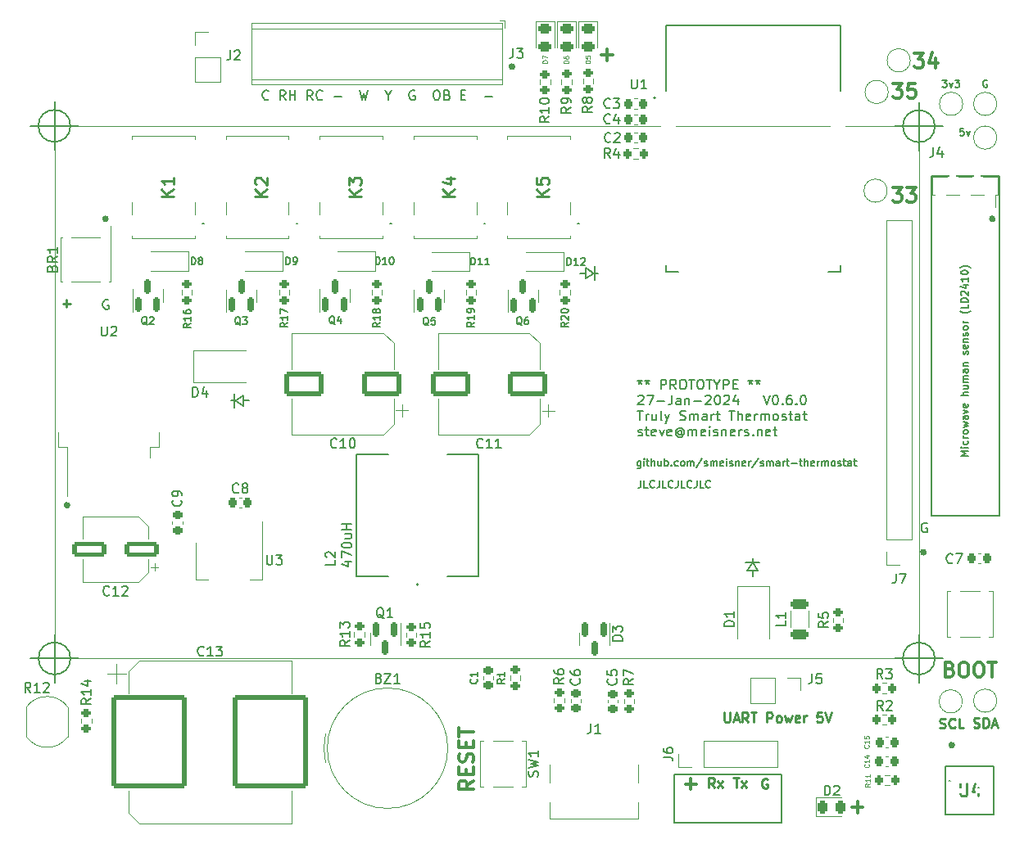
<source format=gbr>
%TF.GenerationSoftware,KiCad,Pcbnew,6.0.11+dfsg-1~bpo11+1*%
%TF.CreationDate,2024-01-26T07:42:42-05:00*%
%TF.ProjectId,Thermostat,54686572-6d6f-4737-9461-742e6b696361,V0.5.2*%
%TF.SameCoordinates,Original*%
%TF.FileFunction,Legend,Top*%
%TF.FilePolarity,Positive*%
%FSLAX46Y46*%
G04 Gerber Fmt 4.6, Leading zero omitted, Abs format (unit mm)*
G04 Created by KiCad (PCBNEW 6.0.11+dfsg-1~bpo11+1) date 2024-01-26 07:42:42*
%MOMM*%
%LPD*%
G01*
G04 APERTURE LIST*
G04 Aperture macros list*
%AMRoundRect*
0 Rectangle with rounded corners*
0 $1 Rounding radius*
0 $2 $3 $4 $5 $6 $7 $8 $9 X,Y pos of 4 corners*
0 Add a 4 corners polygon primitive as box body*
4,1,4,$2,$3,$4,$5,$6,$7,$8,$9,$2,$3,0*
0 Add four circle primitives for the rounded corners*
1,1,$1+$1,$2,$3*
1,1,$1+$1,$4,$5*
1,1,$1+$1,$6,$7*
1,1,$1+$1,$8,$9*
0 Add four rect primitives between the rounded corners*
20,1,$1+$1,$2,$3,$4,$5,0*
20,1,$1+$1,$4,$5,$6,$7,0*
20,1,$1+$1,$6,$7,$8,$9,0*
20,1,$1+$1,$8,$9,$2,$3,0*%
G04 Aperture macros list end*
%ADD10C,0.150000*%
%ADD11C,0.367062*%
%ADD12C,0.050000*%
%ADD13C,0.200000*%
%ADD14C,0.300000*%
%ADD15C,0.250000*%
%ADD16C,0.187500*%
%ADD17C,0.254000*%
%ADD18C,0.125000*%
%ADD19C,0.120000*%
%ADD20C,0.100000*%
%ADD21C,0.152400*%
%ADD22C,0.127000*%
%ADD23R,1.100000X4.600000*%
%ADD24R,10.800000X9.400000*%
%ADD25C,1.381000*%
%ADD26RoundRect,0.150000X-0.150000X0.587500X-0.150000X-0.587500X0.150000X-0.587500X0.150000X0.587500X0*%
%ADD27RoundRect,0.200000X-0.275000X0.200000X-0.275000X-0.200000X0.275000X-0.200000X0.275000X0.200000X0*%
%ADD28C,1.500000*%
%ADD29C,2.700000*%
%ADD30R,0.700000X1.000000*%
%ADD31C,2.000000*%
%ADD32R,1.700000X1.700000*%
%ADD33O,1.700000X1.700000*%
%ADD34RoundRect,0.150000X0.150000X-0.587500X0.150000X0.587500X-0.150000X0.587500X-0.150000X-0.587500X0*%
%ADD35RoundRect,0.225000X0.250000X-0.225000X0.250000X0.225000X-0.250000X0.225000X-0.250000X-0.225000X0*%
%ADD36RoundRect,0.200000X0.275000X-0.200000X0.275000X0.200000X-0.275000X0.200000X-0.275000X-0.200000X0*%
%ADD37C,0.650000*%
%ADD38R,0.600000X1.240000*%
%ADD39R,0.300000X1.240000*%
%ADD40O,1.000000X2.100000*%
%ADD41O,1.000000X1.800000*%
%ADD42R,0.900000X1.200000*%
%ADD43RoundRect,0.200000X0.200000X0.275000X-0.200000X0.275000X-0.200000X-0.275000X0.200000X-0.275000X0*%
%ADD44RoundRect,0.225000X-0.225000X-0.250000X0.225000X-0.250000X0.225000X0.250000X-0.225000X0.250000X0*%
%ADD45RoundRect,0.225000X0.225000X0.250000X-0.225000X0.250000X-0.225000X-0.250000X0.225000X-0.250000X0*%
%ADD46R,1.800000X2.500000*%
%ADD47R,1.500000X2.000000*%
%ADD48R,3.800000X2.000000*%
%ADD49R,0.800000X0.500000*%
%ADD50R,2.000000X2.000000*%
%ADD51RoundRect,0.250000X1.500000X0.550000X-1.500000X0.550000X-1.500000X-0.550000X1.500000X-0.550000X0*%
%ADD52RoundRect,0.200000X-0.200000X-0.275000X0.200000X-0.275000X0.200000X0.275000X-0.200000X0.275000X0*%
%ADD53RoundRect,0.243750X-0.456250X0.243750X-0.456250X-0.243750X0.456250X-0.243750X0.456250X0.243750X0*%
%ADD54RoundRect,0.249998X-3.650002X-4.550002X3.650002X-4.550002X3.650002X4.550002X-3.650002X4.550002X0*%
%ADD55R,5.410200X2.895600*%
%ADD56R,1.400000X1.600000*%
%ADD57RoundRect,0.250000X0.700000X-0.275000X0.700000X0.275000X-0.700000X0.275000X-0.700000X-0.275000X0*%
%ADD58RoundRect,0.243750X-0.243750X-0.456250X0.243750X-0.456250X0.243750X0.456250X-0.243750X0.456250X0*%
%ADD59R,2.500000X1.800000*%
%ADD60RoundRect,0.250000X1.750000X1.000000X-1.750000X1.000000X-1.750000X-1.000000X1.750000X-1.000000X0*%
%ADD61R,1.500000X0.900000*%
%ADD62R,0.900000X1.500000*%
%ADD63R,0.900000X0.900000*%
%ADD64R,2.200000X2.200000*%
%ADD65C,2.200000*%
%ADD66R,0.650000X1.800000*%
G04 APERTURE END LIST*
D10*
X132820000Y-106200000D02*
X132820000Y-104780000D01*
X169080000Y-92315000D02*
X168500000Y-92315000D01*
X205185174Y-132140000D02*
G75*
G03*
X205185174Y-132140000I-1655174J0D01*
G01*
X185780000Y-123070000D02*
X186880000Y-123070000D01*
X185640000Y-122160000D02*
X187060000Y-122160000D01*
X132830000Y-105430000D02*
X133730000Y-106060000D01*
X178220000Y-144130000D02*
X189370000Y-144130000D01*
X189370000Y-144130000D02*
X189370000Y-149080000D01*
X189370000Y-149080000D02*
X178220000Y-149080000D01*
X178220000Y-149080000D02*
X178220000Y-144130000D01*
D11*
X161653531Y-70920000D02*
G75*
G03*
X161653531Y-70920000I-183531J0D01*
G01*
D10*
X206250000Y-143280000D02*
X211230000Y-143280000D01*
X211230000Y-143280000D02*
X211230000Y-148280000D01*
X211230000Y-148280000D02*
X206250000Y-148280000D01*
X206250000Y-148280000D02*
X206250000Y-143280000D01*
X114200000Y-79545173D02*
X114200000Y-74545173D01*
X111710000Y-132120000D02*
X116710000Y-132120000D01*
X203540000Y-134640000D02*
X203540000Y-129640000D01*
X186370000Y-123090000D02*
X186370000Y-123670000D01*
X186370000Y-122130000D02*
X186370000Y-121760000D01*
X186880000Y-123070000D02*
X186350000Y-122230000D01*
X169100000Y-92825000D02*
X169940000Y-92295000D01*
D11*
X119643531Y-86660000D02*
G75*
G03*
X119643531Y-86660000I-183531J0D01*
G01*
D12*
X203544827Y-77070000D02*
X114190000Y-77045173D01*
D10*
X170040000Y-92315000D02*
X170410000Y-92315000D01*
D11*
X115683531Y-116270000D02*
G75*
G03*
X115683531Y-116270000I-183531J0D01*
G01*
D10*
X169100000Y-91725000D02*
X169100000Y-92825000D01*
X203544827Y-79580000D02*
X203544827Y-74580000D01*
D12*
X203544827Y-77070000D02*
X203540000Y-132130000D01*
D11*
X204193531Y-121132062D02*
G75*
G03*
X204193531Y-121132062I-183531J0D01*
G01*
D10*
X111700000Y-77035173D02*
X116700000Y-77035173D01*
X201044827Y-77070000D02*
X206044827Y-77070000D01*
X133750000Y-105470000D02*
X134330000Y-105470000D01*
X133730000Y-104960000D02*
X132890000Y-105490000D01*
X115845174Y-77045173D02*
G75*
G03*
X115845174Y-77045173I-1655174J0D01*
G01*
X201040000Y-132130000D02*
X206040000Y-132130000D01*
X115855174Y-132130000D02*
G75*
G03*
X115855174Y-132130000I-1655174J0D01*
G01*
X186410000Y-122170000D02*
X185780000Y-123070000D01*
X170000000Y-92355000D02*
X169100000Y-91725000D01*
X114210000Y-134630000D02*
X114210000Y-129630000D01*
X132790000Y-105470000D02*
X132420000Y-105470000D01*
D11*
X211313531Y-86660000D02*
G75*
G03*
X211313531Y-86660000I-183531J0D01*
G01*
X207113531Y-141090000D02*
G75*
G03*
X207113531Y-141090000I-183531J0D01*
G01*
D12*
X114200000Y-132130000D02*
X114200000Y-77040000D01*
X203540000Y-132130000D02*
X114200000Y-132130000D01*
D10*
X133730000Y-106060000D02*
X133730000Y-104960000D01*
X205190001Y-77080000D02*
G75*
G03*
X205190001Y-77080000I-1655174J0D01*
G01*
D13*
X204816000Y-82202000D02*
X211836000Y-82202000D01*
X211836000Y-82202000D02*
X211836000Y-117332000D01*
X211836000Y-117332000D02*
X204816000Y-117332000D01*
X204816000Y-117332000D02*
X204816000Y-82202000D01*
D10*
X170010000Y-91585000D02*
X170010000Y-93005000D01*
D14*
X179408571Y-145097142D02*
X180551428Y-145097142D01*
X179980000Y-145668571D02*
X179980000Y-144525714D01*
D15*
X115049047Y-95421428D02*
X115810952Y-95421428D01*
X115430000Y-95802380D02*
X115430000Y-95040476D01*
D14*
X203075714Y-69558571D02*
X204004285Y-69558571D01*
X203504285Y-70130000D01*
X203718571Y-70130000D01*
X203861428Y-70201428D01*
X203932857Y-70272857D01*
X204004285Y-70415714D01*
X204004285Y-70772857D01*
X203932857Y-70915714D01*
X203861428Y-70987142D01*
X203718571Y-71058571D01*
X203290000Y-71058571D01*
X203147142Y-70987142D01*
X203075714Y-70915714D01*
X205290000Y-70058571D02*
X205290000Y-71058571D01*
X204932857Y-69487142D02*
X204575714Y-70558571D01*
X205504285Y-70558571D01*
D10*
X204371904Y-118140000D02*
X204276666Y-118092380D01*
X204133809Y-118092380D01*
X203990952Y-118140000D01*
X203895714Y-118235238D01*
X203848095Y-118330476D01*
X203800476Y-118520952D01*
X203800476Y-118663809D01*
X203848095Y-118854285D01*
X203895714Y-118949523D01*
X203990952Y-119044761D01*
X204133809Y-119092380D01*
X204229047Y-119092380D01*
X204371904Y-119044761D01*
X204419523Y-118997142D01*
X204419523Y-118663809D01*
X204229047Y-118663809D01*
D14*
X200865714Y-72668571D02*
X201794285Y-72668571D01*
X201294285Y-73240000D01*
X201508571Y-73240000D01*
X201651428Y-73311428D01*
X201722857Y-73382857D01*
X201794285Y-73525714D01*
X201794285Y-73882857D01*
X201722857Y-74025714D01*
X201651428Y-74097142D01*
X201508571Y-74168571D01*
X201080000Y-74168571D01*
X200937142Y-74097142D01*
X200865714Y-74025714D01*
X203151428Y-72668571D02*
X202437142Y-72668571D01*
X202365714Y-73382857D01*
X202437142Y-73311428D01*
X202580000Y-73240000D01*
X202937142Y-73240000D01*
X203080000Y-73311428D01*
X203151428Y-73382857D01*
X203222857Y-73525714D01*
X203222857Y-73882857D01*
X203151428Y-74025714D01*
X203080000Y-74097142D01*
X202937142Y-74168571D01*
X202580000Y-74168571D01*
X202437142Y-74097142D01*
X202365714Y-74025714D01*
X206752285Y-133242857D02*
X206966571Y-133314285D01*
X207038000Y-133385714D01*
X207109428Y-133528571D01*
X207109428Y-133742857D01*
X207038000Y-133885714D01*
X206966571Y-133957142D01*
X206823714Y-134028571D01*
X206252285Y-134028571D01*
X206252285Y-132528571D01*
X206752285Y-132528571D01*
X206895142Y-132600000D01*
X206966571Y-132671428D01*
X207038000Y-132814285D01*
X207038000Y-132957142D01*
X206966571Y-133100000D01*
X206895142Y-133171428D01*
X206752285Y-133242857D01*
X206252285Y-133242857D01*
X208038000Y-132528571D02*
X208323714Y-132528571D01*
X208466571Y-132600000D01*
X208609428Y-132742857D01*
X208680857Y-133028571D01*
X208680857Y-133528571D01*
X208609428Y-133814285D01*
X208466571Y-133957142D01*
X208323714Y-134028571D01*
X208038000Y-134028571D01*
X207895142Y-133957142D01*
X207752285Y-133814285D01*
X207680857Y-133528571D01*
X207680857Y-133028571D01*
X207752285Y-132742857D01*
X207895142Y-132600000D01*
X208038000Y-132528571D01*
X209609428Y-132528571D02*
X209895142Y-132528571D01*
X210038000Y-132600000D01*
X210180857Y-132742857D01*
X210252285Y-133028571D01*
X210252285Y-133528571D01*
X210180857Y-133814285D01*
X210038000Y-133957142D01*
X209895142Y-134028571D01*
X209609428Y-134028571D01*
X209466571Y-133957142D01*
X209323714Y-133814285D01*
X209252285Y-133528571D01*
X209252285Y-133028571D01*
X209323714Y-132742857D01*
X209466571Y-132600000D01*
X209609428Y-132528571D01*
X210680857Y-132528571D02*
X211538000Y-132528571D01*
X211109428Y-134028571D02*
X211109428Y-132528571D01*
D10*
X205967142Y-72299285D02*
X206431428Y-72299285D01*
X206181428Y-72585000D01*
X206288571Y-72585000D01*
X206360000Y-72620714D01*
X206395714Y-72656428D01*
X206431428Y-72727857D01*
X206431428Y-72906428D01*
X206395714Y-72977857D01*
X206360000Y-73013571D01*
X206288571Y-73049285D01*
X206074285Y-73049285D01*
X206002857Y-73013571D01*
X205967142Y-72977857D01*
X206681428Y-72549285D02*
X206860000Y-73049285D01*
X207038571Y-72549285D01*
X207252857Y-72299285D02*
X207717142Y-72299285D01*
X207467142Y-72585000D01*
X207574285Y-72585000D01*
X207645714Y-72620714D01*
X207681428Y-72656428D01*
X207717142Y-72727857D01*
X207717142Y-72906428D01*
X207681428Y-72977857D01*
X207645714Y-73013571D01*
X207574285Y-73049285D01*
X207360000Y-73049285D01*
X207288571Y-73013571D01*
X207252857Y-72977857D01*
D14*
X200835714Y-83428571D02*
X201764285Y-83428571D01*
X201264285Y-84000000D01*
X201478571Y-84000000D01*
X201621428Y-84071428D01*
X201692857Y-84142857D01*
X201764285Y-84285714D01*
X201764285Y-84642857D01*
X201692857Y-84785714D01*
X201621428Y-84857142D01*
X201478571Y-84928571D01*
X201050000Y-84928571D01*
X200907142Y-84857142D01*
X200835714Y-84785714D01*
X202264285Y-83428571D02*
X203192857Y-83428571D01*
X202692857Y-84000000D01*
X202907142Y-84000000D01*
X203050000Y-84071428D01*
X203121428Y-84142857D01*
X203192857Y-84285714D01*
X203192857Y-84642857D01*
X203121428Y-84785714D01*
X203050000Y-84857142D01*
X202907142Y-84928571D01*
X202478571Y-84928571D01*
X202335714Y-84857142D01*
X202264285Y-84785714D01*
D15*
X187861904Y-144590000D02*
X187766666Y-144542380D01*
X187623809Y-144542380D01*
X187480952Y-144590000D01*
X187385714Y-144685238D01*
X187338095Y-144780476D01*
X187290476Y-144970952D01*
X187290476Y-145113809D01*
X187338095Y-145304285D01*
X187385714Y-145399523D01*
X187480952Y-145494761D01*
X187623809Y-145542380D01*
X187719047Y-145542380D01*
X187861904Y-145494761D01*
X187909523Y-145447142D01*
X187909523Y-145113809D01*
X187719047Y-145113809D01*
D10*
X210576428Y-72335000D02*
X210505000Y-72299285D01*
X210397857Y-72299285D01*
X210290714Y-72335000D01*
X210219285Y-72406428D01*
X210183571Y-72477857D01*
X210147857Y-72620714D01*
X210147857Y-72727857D01*
X210183571Y-72870714D01*
X210219285Y-72942142D01*
X210290714Y-73013571D01*
X210397857Y-73049285D01*
X210469285Y-73049285D01*
X210576428Y-73013571D01*
X210612142Y-72977857D01*
X210612142Y-72727857D01*
X210469285Y-72727857D01*
D16*
X174794732Y-113729285D02*
X174794732Y-114265000D01*
X174759017Y-114372142D01*
X174687589Y-114443571D01*
X174580446Y-114479285D01*
X174509017Y-114479285D01*
X175509017Y-114479285D02*
X175151875Y-114479285D01*
X175151875Y-113729285D01*
X176187589Y-114407857D02*
X176151875Y-114443571D01*
X176044732Y-114479285D01*
X175973303Y-114479285D01*
X175866160Y-114443571D01*
X175794732Y-114372142D01*
X175759017Y-114300714D01*
X175723303Y-114157857D01*
X175723303Y-114050714D01*
X175759017Y-113907857D01*
X175794732Y-113836428D01*
X175866160Y-113765000D01*
X175973303Y-113729285D01*
X176044732Y-113729285D01*
X176151875Y-113765000D01*
X176187589Y-113800714D01*
X176723303Y-113729285D02*
X176723303Y-114265000D01*
X176687589Y-114372142D01*
X176616160Y-114443571D01*
X176509017Y-114479285D01*
X176437589Y-114479285D01*
X177437589Y-114479285D02*
X177080446Y-114479285D01*
X177080446Y-113729285D01*
X178116160Y-114407857D02*
X178080446Y-114443571D01*
X177973303Y-114479285D01*
X177901875Y-114479285D01*
X177794732Y-114443571D01*
X177723303Y-114372142D01*
X177687589Y-114300714D01*
X177651875Y-114157857D01*
X177651875Y-114050714D01*
X177687589Y-113907857D01*
X177723303Y-113836428D01*
X177794732Y-113765000D01*
X177901875Y-113729285D01*
X177973303Y-113729285D01*
X178080446Y-113765000D01*
X178116160Y-113800714D01*
X178651875Y-113729285D02*
X178651875Y-114265000D01*
X178616160Y-114372142D01*
X178544732Y-114443571D01*
X178437589Y-114479285D01*
X178366160Y-114479285D01*
X179366160Y-114479285D02*
X179009017Y-114479285D01*
X179009017Y-113729285D01*
X180044732Y-114407857D02*
X180009017Y-114443571D01*
X179901875Y-114479285D01*
X179830446Y-114479285D01*
X179723303Y-114443571D01*
X179651875Y-114372142D01*
X179616160Y-114300714D01*
X179580446Y-114157857D01*
X179580446Y-114050714D01*
X179616160Y-113907857D01*
X179651875Y-113836428D01*
X179723303Y-113765000D01*
X179830446Y-113729285D01*
X179901875Y-113729285D01*
X180009017Y-113765000D01*
X180044732Y-113800714D01*
X180580446Y-113729285D02*
X180580446Y-114265000D01*
X180544732Y-114372142D01*
X180473303Y-114443571D01*
X180366160Y-114479285D01*
X180294732Y-114479285D01*
X181294732Y-114479285D02*
X180937589Y-114479285D01*
X180937589Y-113729285D01*
X181973303Y-114407857D02*
X181937589Y-114443571D01*
X181830446Y-114479285D01*
X181759017Y-114479285D01*
X181651875Y-114443571D01*
X181580446Y-114372142D01*
X181544732Y-114300714D01*
X181509017Y-114157857D01*
X181509017Y-114050714D01*
X181544732Y-113907857D01*
X181580446Y-113836428D01*
X181651875Y-113765000D01*
X181759017Y-113729285D01*
X181830446Y-113729285D01*
X181937589Y-113765000D01*
X181973303Y-113800714D01*
D14*
X196618571Y-147517142D02*
X197761428Y-147517142D01*
X197190000Y-148088571D02*
X197190000Y-146945714D01*
D15*
X184369523Y-144492380D02*
X184940952Y-144492380D01*
X184655238Y-145492380D02*
X184655238Y-144492380D01*
X185179047Y-145492380D02*
X185702857Y-144825714D01*
X185179047Y-144825714D02*
X185702857Y-145492380D01*
X182404761Y-145492380D02*
X182071428Y-145016190D01*
X181833333Y-145492380D02*
X181833333Y-144492380D01*
X182214285Y-144492380D01*
X182309523Y-144540000D01*
X182357142Y-144587619D01*
X182404761Y-144682857D01*
X182404761Y-144825714D01*
X182357142Y-144920952D01*
X182309523Y-144968571D01*
X182214285Y-145016190D01*
X181833333Y-145016190D01*
X182738095Y-145492380D02*
X183261904Y-144825714D01*
X182738095Y-144825714D02*
X183261904Y-145492380D01*
D10*
X119761904Y-95050000D02*
X119666666Y-95002380D01*
X119523809Y-95002380D01*
X119380952Y-95050000D01*
X119285714Y-95145238D01*
X119238095Y-95240476D01*
X119190476Y-95430952D01*
X119190476Y-95573809D01*
X119238095Y-95764285D01*
X119285714Y-95859523D01*
X119380952Y-95954761D01*
X119523809Y-96002380D01*
X119619047Y-96002380D01*
X119761904Y-95954761D01*
X119809523Y-95907142D01*
X119809523Y-95573809D01*
X119619047Y-95573809D01*
D16*
X208619285Y-111167428D02*
X207869285Y-111167428D01*
X208405000Y-110917428D01*
X207869285Y-110667428D01*
X208619285Y-110667428D01*
X208619285Y-110310285D02*
X208119285Y-110310285D01*
X207869285Y-110310285D02*
X207905000Y-110346000D01*
X207940714Y-110310285D01*
X207905000Y-110274571D01*
X207869285Y-110310285D01*
X207940714Y-110310285D01*
X208583571Y-109631714D02*
X208619285Y-109703142D01*
X208619285Y-109846000D01*
X208583571Y-109917428D01*
X208547857Y-109953142D01*
X208476428Y-109988857D01*
X208262142Y-109988857D01*
X208190714Y-109953142D01*
X208155000Y-109917428D01*
X208119285Y-109846000D01*
X208119285Y-109703142D01*
X208155000Y-109631714D01*
X208619285Y-109310285D02*
X208119285Y-109310285D01*
X208262142Y-109310285D02*
X208190714Y-109274571D01*
X208155000Y-109238857D01*
X208119285Y-109167428D01*
X208119285Y-109096000D01*
X208619285Y-108738857D02*
X208583571Y-108810285D01*
X208547857Y-108846000D01*
X208476428Y-108881714D01*
X208262142Y-108881714D01*
X208190714Y-108846000D01*
X208155000Y-108810285D01*
X208119285Y-108738857D01*
X208119285Y-108631714D01*
X208155000Y-108560285D01*
X208190714Y-108524571D01*
X208262142Y-108488857D01*
X208476428Y-108488857D01*
X208547857Y-108524571D01*
X208583571Y-108560285D01*
X208619285Y-108631714D01*
X208619285Y-108738857D01*
X208119285Y-108238857D02*
X208619285Y-108096000D01*
X208262142Y-107953142D01*
X208619285Y-107810285D01*
X208119285Y-107667428D01*
X208619285Y-107060285D02*
X208226428Y-107060285D01*
X208155000Y-107096000D01*
X208119285Y-107167428D01*
X208119285Y-107310285D01*
X208155000Y-107381714D01*
X208583571Y-107060285D02*
X208619285Y-107131714D01*
X208619285Y-107310285D01*
X208583571Y-107381714D01*
X208512142Y-107417428D01*
X208440714Y-107417428D01*
X208369285Y-107381714D01*
X208333571Y-107310285D01*
X208333571Y-107131714D01*
X208297857Y-107060285D01*
X208119285Y-106774571D02*
X208619285Y-106596000D01*
X208119285Y-106417428D01*
X208583571Y-105846000D02*
X208619285Y-105917428D01*
X208619285Y-106060285D01*
X208583571Y-106131714D01*
X208512142Y-106167428D01*
X208226428Y-106167428D01*
X208155000Y-106131714D01*
X208119285Y-106060285D01*
X208119285Y-105917428D01*
X208155000Y-105846000D01*
X208226428Y-105810285D01*
X208297857Y-105810285D01*
X208369285Y-106167428D01*
X208619285Y-104917428D02*
X207869285Y-104917428D01*
X208619285Y-104596000D02*
X208226428Y-104596000D01*
X208155000Y-104631714D01*
X208119285Y-104703142D01*
X208119285Y-104810285D01*
X208155000Y-104881714D01*
X208190714Y-104917428D01*
X208119285Y-103917428D02*
X208619285Y-103917428D01*
X208119285Y-104238857D02*
X208512142Y-104238857D01*
X208583571Y-104203142D01*
X208619285Y-104131714D01*
X208619285Y-104024571D01*
X208583571Y-103953142D01*
X208547857Y-103917428D01*
X208619285Y-103560285D02*
X208119285Y-103560285D01*
X208190714Y-103560285D02*
X208155000Y-103524571D01*
X208119285Y-103453142D01*
X208119285Y-103346000D01*
X208155000Y-103274571D01*
X208226428Y-103238857D01*
X208619285Y-103238857D01*
X208226428Y-103238857D02*
X208155000Y-103203142D01*
X208119285Y-103131714D01*
X208119285Y-103024571D01*
X208155000Y-102953142D01*
X208226428Y-102917428D01*
X208619285Y-102917428D01*
X208619285Y-102238857D02*
X208226428Y-102238857D01*
X208155000Y-102274571D01*
X208119285Y-102346000D01*
X208119285Y-102488857D01*
X208155000Y-102560285D01*
X208583571Y-102238857D02*
X208619285Y-102310285D01*
X208619285Y-102488857D01*
X208583571Y-102560285D01*
X208512142Y-102596000D01*
X208440714Y-102596000D01*
X208369285Y-102560285D01*
X208333571Y-102488857D01*
X208333571Y-102310285D01*
X208297857Y-102238857D01*
X208119285Y-101881714D02*
X208619285Y-101881714D01*
X208190714Y-101881714D02*
X208155000Y-101846000D01*
X208119285Y-101774571D01*
X208119285Y-101667428D01*
X208155000Y-101596000D01*
X208226428Y-101560285D01*
X208619285Y-101560285D01*
X208583571Y-100667428D02*
X208619285Y-100596000D01*
X208619285Y-100453142D01*
X208583571Y-100381714D01*
X208512142Y-100346000D01*
X208476428Y-100346000D01*
X208405000Y-100381714D01*
X208369285Y-100453142D01*
X208369285Y-100560285D01*
X208333571Y-100631714D01*
X208262142Y-100667428D01*
X208226428Y-100667428D01*
X208155000Y-100631714D01*
X208119285Y-100560285D01*
X208119285Y-100453142D01*
X208155000Y-100381714D01*
X208583571Y-99738857D02*
X208619285Y-99810285D01*
X208619285Y-99953142D01*
X208583571Y-100024571D01*
X208512142Y-100060285D01*
X208226428Y-100060285D01*
X208155000Y-100024571D01*
X208119285Y-99953142D01*
X208119285Y-99810285D01*
X208155000Y-99738857D01*
X208226428Y-99703142D01*
X208297857Y-99703142D01*
X208369285Y-100060285D01*
X208119285Y-99381714D02*
X208619285Y-99381714D01*
X208190714Y-99381714D02*
X208155000Y-99346000D01*
X208119285Y-99274571D01*
X208119285Y-99167428D01*
X208155000Y-99096000D01*
X208226428Y-99060285D01*
X208619285Y-99060285D01*
X208583571Y-98738857D02*
X208619285Y-98667428D01*
X208619285Y-98524571D01*
X208583571Y-98453142D01*
X208512142Y-98417428D01*
X208476428Y-98417428D01*
X208405000Y-98453142D01*
X208369285Y-98524571D01*
X208369285Y-98631714D01*
X208333571Y-98703142D01*
X208262142Y-98738857D01*
X208226428Y-98738857D01*
X208155000Y-98703142D01*
X208119285Y-98631714D01*
X208119285Y-98524571D01*
X208155000Y-98453142D01*
X208619285Y-97988857D02*
X208583571Y-98060285D01*
X208547857Y-98096000D01*
X208476428Y-98131714D01*
X208262142Y-98131714D01*
X208190714Y-98096000D01*
X208155000Y-98060285D01*
X208119285Y-97988857D01*
X208119285Y-97881714D01*
X208155000Y-97810285D01*
X208190714Y-97774571D01*
X208262142Y-97738857D01*
X208476428Y-97738857D01*
X208547857Y-97774571D01*
X208583571Y-97810285D01*
X208619285Y-97881714D01*
X208619285Y-97988857D01*
X208619285Y-97417428D02*
X208119285Y-97417428D01*
X208262142Y-97417428D02*
X208190714Y-97381714D01*
X208155000Y-97346000D01*
X208119285Y-97274571D01*
X208119285Y-97203142D01*
X208905000Y-96167428D02*
X208869285Y-96203142D01*
X208762142Y-96274571D01*
X208690714Y-96310285D01*
X208583571Y-96346000D01*
X208405000Y-96381714D01*
X208262142Y-96381714D01*
X208083571Y-96346000D01*
X207976428Y-96310285D01*
X207905000Y-96274571D01*
X207797857Y-96203142D01*
X207762142Y-96167428D01*
X208619285Y-95524571D02*
X208619285Y-95881714D01*
X207869285Y-95881714D01*
X208619285Y-95274571D02*
X207869285Y-95274571D01*
X207869285Y-95096000D01*
X207905000Y-94988857D01*
X207976428Y-94917428D01*
X208047857Y-94881714D01*
X208190714Y-94846000D01*
X208297857Y-94846000D01*
X208440714Y-94881714D01*
X208512142Y-94917428D01*
X208583571Y-94988857D01*
X208619285Y-95096000D01*
X208619285Y-95274571D01*
X207940714Y-94560285D02*
X207905000Y-94524571D01*
X207869285Y-94453142D01*
X207869285Y-94274571D01*
X207905000Y-94203142D01*
X207940714Y-94167428D01*
X208012142Y-94131714D01*
X208083571Y-94131714D01*
X208190714Y-94167428D01*
X208619285Y-94596000D01*
X208619285Y-94131714D01*
X208119285Y-93488857D02*
X208619285Y-93488857D01*
X207833571Y-93667428D02*
X208369285Y-93846000D01*
X208369285Y-93381714D01*
X208619285Y-92703142D02*
X208619285Y-93131714D01*
X208619285Y-92917428D02*
X207869285Y-92917428D01*
X207976428Y-92988857D01*
X208047857Y-93060285D01*
X208083571Y-93131714D01*
X207869285Y-92238857D02*
X207869285Y-92167428D01*
X207905000Y-92096000D01*
X207940714Y-92060285D01*
X208012142Y-92024571D01*
X208155000Y-91988857D01*
X208333571Y-91988857D01*
X208476428Y-92024571D01*
X208547857Y-92060285D01*
X208583571Y-92096000D01*
X208619285Y-92167428D01*
X208619285Y-92238857D01*
X208583571Y-92310285D01*
X208547857Y-92346000D01*
X208476428Y-92381714D01*
X208333571Y-92417428D01*
X208155000Y-92417428D01*
X208012142Y-92381714D01*
X207940714Y-92346000D01*
X207905000Y-92310285D01*
X207869285Y-92238857D01*
X208905000Y-91738857D02*
X208869285Y-91703142D01*
X208762142Y-91631714D01*
X208690714Y-91596000D01*
X208583571Y-91560285D01*
X208405000Y-91524571D01*
X208262142Y-91524571D01*
X208083571Y-91560285D01*
X207976428Y-91596000D01*
X207905000Y-91631714D01*
X207797857Y-91703142D01*
X207762142Y-91738857D01*
D14*
X157508571Y-144758571D02*
X156794285Y-145258571D01*
X157508571Y-145615714D02*
X156008571Y-145615714D01*
X156008571Y-145044285D01*
X156080000Y-144901428D01*
X156151428Y-144830000D01*
X156294285Y-144758571D01*
X156508571Y-144758571D01*
X156651428Y-144830000D01*
X156722857Y-144901428D01*
X156794285Y-145044285D01*
X156794285Y-145615714D01*
X156722857Y-144115714D02*
X156722857Y-143615714D01*
X157508571Y-143401428D02*
X157508571Y-144115714D01*
X156008571Y-144115714D01*
X156008571Y-143401428D01*
X157437142Y-142830000D02*
X157508571Y-142615714D01*
X157508571Y-142258571D01*
X157437142Y-142115714D01*
X157365714Y-142044285D01*
X157222857Y-141972857D01*
X157080000Y-141972857D01*
X156937142Y-142044285D01*
X156865714Y-142115714D01*
X156794285Y-142258571D01*
X156722857Y-142544285D01*
X156651428Y-142687142D01*
X156580000Y-142758571D01*
X156437142Y-142830000D01*
X156294285Y-142830000D01*
X156151428Y-142758571D01*
X156080000Y-142687142D01*
X156008571Y-142544285D01*
X156008571Y-142187142D01*
X156080000Y-141972857D01*
X156722857Y-141330000D02*
X156722857Y-140830000D01*
X157508571Y-140615714D02*
X157508571Y-141330000D01*
X156008571Y-141330000D01*
X156008571Y-140615714D01*
X156008571Y-140187142D02*
X156008571Y-139330000D01*
X157508571Y-139758571D02*
X156008571Y-139758571D01*
D15*
X209195714Y-139224761D02*
X209338571Y-139272380D01*
X209576666Y-139272380D01*
X209671904Y-139224761D01*
X209719523Y-139177142D01*
X209767142Y-139081904D01*
X209767142Y-138986666D01*
X209719523Y-138891428D01*
X209671904Y-138843809D01*
X209576666Y-138796190D01*
X209386190Y-138748571D01*
X209290952Y-138700952D01*
X209243333Y-138653333D01*
X209195714Y-138558095D01*
X209195714Y-138462857D01*
X209243333Y-138367619D01*
X209290952Y-138320000D01*
X209386190Y-138272380D01*
X209624285Y-138272380D01*
X209767142Y-138320000D01*
X210195714Y-139272380D02*
X210195714Y-138272380D01*
X210433809Y-138272380D01*
X210576666Y-138320000D01*
X210671904Y-138415238D01*
X210719523Y-138510476D01*
X210767142Y-138700952D01*
X210767142Y-138843809D01*
X210719523Y-139034285D01*
X210671904Y-139129523D01*
X210576666Y-139224761D01*
X210433809Y-139272380D01*
X210195714Y-139272380D01*
X211148095Y-138986666D02*
X211624285Y-138986666D01*
X211052857Y-139272380D02*
X211386190Y-138272380D01*
X211719523Y-139272380D01*
D14*
X170728571Y-69697142D02*
X171871428Y-69697142D01*
X171300000Y-70268571D02*
X171300000Y-69125714D01*
D10*
X136317023Y-74277142D02*
X136269404Y-74324761D01*
X136126547Y-74372380D01*
X136031309Y-74372380D01*
X135888452Y-74324761D01*
X135793214Y-74229523D01*
X135745595Y-74134285D01*
X135697976Y-73943809D01*
X135697976Y-73800952D01*
X135745595Y-73610476D01*
X135793214Y-73515238D01*
X135888452Y-73420000D01*
X136031309Y-73372380D01*
X136126547Y-73372380D01*
X136269404Y-73420000D01*
X136317023Y-73467619D01*
X138078928Y-74372380D02*
X137745595Y-73896190D01*
X137507500Y-74372380D02*
X137507500Y-73372380D01*
X137888452Y-73372380D01*
X137983690Y-73420000D01*
X138031309Y-73467619D01*
X138078928Y-73562857D01*
X138078928Y-73705714D01*
X138031309Y-73800952D01*
X137983690Y-73848571D01*
X137888452Y-73896190D01*
X137507500Y-73896190D01*
X138507500Y-74372380D02*
X138507500Y-73372380D01*
X138507500Y-73848571D02*
X139078928Y-73848571D01*
X139078928Y-74372380D02*
X139078928Y-73372380D01*
X140888452Y-74372380D02*
X140555119Y-73896190D01*
X140317023Y-74372380D02*
X140317023Y-73372380D01*
X140697976Y-73372380D01*
X140793214Y-73420000D01*
X140840833Y-73467619D01*
X140888452Y-73562857D01*
X140888452Y-73705714D01*
X140840833Y-73800952D01*
X140793214Y-73848571D01*
X140697976Y-73896190D01*
X140317023Y-73896190D01*
X141888452Y-74277142D02*
X141840833Y-74324761D01*
X141697976Y-74372380D01*
X141602738Y-74372380D01*
X141459880Y-74324761D01*
X141364642Y-74229523D01*
X141317023Y-74134285D01*
X141269404Y-73943809D01*
X141269404Y-73800952D01*
X141317023Y-73610476D01*
X141364642Y-73515238D01*
X141459880Y-73420000D01*
X141602738Y-73372380D01*
X141697976Y-73372380D01*
X141840833Y-73420000D01*
X141888452Y-73467619D01*
X143078928Y-73991428D02*
X143840833Y-73991428D01*
X145745595Y-73372380D02*
X145983690Y-74372380D01*
X146174166Y-73658095D01*
X146364642Y-74372380D01*
X146602738Y-73372380D01*
X148697976Y-73896190D02*
X148697976Y-74372380D01*
X148364642Y-73372380D02*
X148697976Y-73896190D01*
X149031309Y-73372380D01*
X151412261Y-73420000D02*
X151317023Y-73372380D01*
X151174166Y-73372380D01*
X151031309Y-73420000D01*
X150936071Y-73515238D01*
X150888452Y-73610476D01*
X150840833Y-73800952D01*
X150840833Y-73943809D01*
X150888452Y-74134285D01*
X150936071Y-74229523D01*
X151031309Y-74324761D01*
X151174166Y-74372380D01*
X151269404Y-74372380D01*
X151412261Y-74324761D01*
X151459880Y-74277142D01*
X151459880Y-73943809D01*
X151269404Y-73943809D01*
X153602738Y-73372380D02*
X153793214Y-73372380D01*
X153888452Y-73420000D01*
X153983690Y-73515238D01*
X154031309Y-73705714D01*
X154031309Y-74039047D01*
X153983690Y-74229523D01*
X153888452Y-74324761D01*
X153793214Y-74372380D01*
X153602738Y-74372380D01*
X153507500Y-74324761D01*
X153412261Y-74229523D01*
X153364642Y-74039047D01*
X153364642Y-73705714D01*
X153412261Y-73515238D01*
X153507500Y-73420000D01*
X153602738Y-73372380D01*
X154793214Y-73848571D02*
X154936071Y-73896190D01*
X154983690Y-73943809D01*
X155031309Y-74039047D01*
X155031309Y-74181904D01*
X154983690Y-74277142D01*
X154936071Y-74324761D01*
X154840833Y-74372380D01*
X154459880Y-74372380D01*
X154459880Y-73372380D01*
X154793214Y-73372380D01*
X154888452Y-73420000D01*
X154936071Y-73467619D01*
X154983690Y-73562857D01*
X154983690Y-73658095D01*
X154936071Y-73753333D01*
X154888452Y-73800952D01*
X154793214Y-73848571D01*
X154459880Y-73848571D01*
X156221785Y-73848571D02*
X156555119Y-73848571D01*
X156697976Y-74372380D02*
X156221785Y-74372380D01*
X156221785Y-73372380D01*
X156697976Y-73372380D01*
X158650357Y-73991428D02*
X159412261Y-73991428D01*
D15*
X183413809Y-137722380D02*
X183413809Y-138531904D01*
X183461428Y-138627142D01*
X183509047Y-138674761D01*
X183604285Y-138722380D01*
X183794761Y-138722380D01*
X183890000Y-138674761D01*
X183937619Y-138627142D01*
X183985238Y-138531904D01*
X183985238Y-137722380D01*
X184413809Y-138436666D02*
X184890000Y-138436666D01*
X184318571Y-138722380D02*
X184651904Y-137722380D01*
X184985238Y-138722380D01*
X185890000Y-138722380D02*
X185556666Y-138246190D01*
X185318571Y-138722380D02*
X185318571Y-137722380D01*
X185699523Y-137722380D01*
X185794761Y-137770000D01*
X185842380Y-137817619D01*
X185890000Y-137912857D01*
X185890000Y-138055714D01*
X185842380Y-138150952D01*
X185794761Y-138198571D01*
X185699523Y-138246190D01*
X185318571Y-138246190D01*
X186175714Y-137722380D02*
X186747142Y-137722380D01*
X186461428Y-138722380D02*
X186461428Y-137722380D01*
X187842380Y-138722380D02*
X187842380Y-137722380D01*
X188223333Y-137722380D01*
X188318571Y-137770000D01*
X188366190Y-137817619D01*
X188413809Y-137912857D01*
X188413809Y-138055714D01*
X188366190Y-138150952D01*
X188318571Y-138198571D01*
X188223333Y-138246190D01*
X187842380Y-138246190D01*
X188985238Y-138722380D02*
X188890000Y-138674761D01*
X188842380Y-138627142D01*
X188794761Y-138531904D01*
X188794761Y-138246190D01*
X188842380Y-138150952D01*
X188890000Y-138103333D01*
X188985238Y-138055714D01*
X189128095Y-138055714D01*
X189223333Y-138103333D01*
X189270952Y-138150952D01*
X189318571Y-138246190D01*
X189318571Y-138531904D01*
X189270952Y-138627142D01*
X189223333Y-138674761D01*
X189128095Y-138722380D01*
X188985238Y-138722380D01*
X189651904Y-138055714D02*
X189842380Y-138722380D01*
X190032857Y-138246190D01*
X190223333Y-138722380D01*
X190413809Y-138055714D01*
X191175714Y-138674761D02*
X191080476Y-138722380D01*
X190890000Y-138722380D01*
X190794761Y-138674761D01*
X190747142Y-138579523D01*
X190747142Y-138198571D01*
X190794761Y-138103333D01*
X190890000Y-138055714D01*
X191080476Y-138055714D01*
X191175714Y-138103333D01*
X191223333Y-138198571D01*
X191223333Y-138293809D01*
X190747142Y-138389047D01*
X191651904Y-138722380D02*
X191651904Y-138055714D01*
X191651904Y-138246190D02*
X191699523Y-138150952D01*
X191747142Y-138103333D01*
X191842380Y-138055714D01*
X191937619Y-138055714D01*
X193509047Y-137722380D02*
X193032857Y-137722380D01*
X192985238Y-138198571D01*
X193032857Y-138150952D01*
X193128095Y-138103333D01*
X193366190Y-138103333D01*
X193461428Y-138150952D01*
X193509047Y-138198571D01*
X193556666Y-138293809D01*
X193556666Y-138531904D01*
X193509047Y-138627142D01*
X193461428Y-138674761D01*
X193366190Y-138722380D01*
X193128095Y-138722380D01*
X193032857Y-138674761D01*
X192985238Y-138627142D01*
X193842380Y-137722380D02*
X194175714Y-138722380D01*
X194509047Y-137722380D01*
D10*
X208172857Y-77299285D02*
X207815714Y-77299285D01*
X207780000Y-77656428D01*
X207815714Y-77620714D01*
X207887142Y-77585000D01*
X208065714Y-77585000D01*
X208137142Y-77620714D01*
X208172857Y-77656428D01*
X208208571Y-77727857D01*
X208208571Y-77906428D01*
X208172857Y-77977857D01*
X208137142Y-78013571D01*
X208065714Y-78049285D01*
X207887142Y-78049285D01*
X207815714Y-78013571D01*
X207780000Y-77977857D01*
X208458571Y-77549285D02*
X208637142Y-78049285D01*
X208815714Y-77549285D01*
D15*
X205699523Y-139284761D02*
X205842380Y-139332380D01*
X206080476Y-139332380D01*
X206175714Y-139284761D01*
X206223333Y-139237142D01*
X206270952Y-139141904D01*
X206270952Y-139046666D01*
X206223333Y-138951428D01*
X206175714Y-138903809D01*
X206080476Y-138856190D01*
X205890000Y-138808571D01*
X205794761Y-138760952D01*
X205747142Y-138713333D01*
X205699523Y-138618095D01*
X205699523Y-138522857D01*
X205747142Y-138427619D01*
X205794761Y-138380000D01*
X205890000Y-138332380D01*
X206128095Y-138332380D01*
X206270952Y-138380000D01*
X207270952Y-139237142D02*
X207223333Y-139284761D01*
X207080476Y-139332380D01*
X206985238Y-139332380D01*
X206842380Y-139284761D01*
X206747142Y-139189523D01*
X206699523Y-139094285D01*
X206651904Y-138903809D01*
X206651904Y-138760952D01*
X206699523Y-138570476D01*
X206747142Y-138475238D01*
X206842380Y-138380000D01*
X206985238Y-138332380D01*
X207080476Y-138332380D01*
X207223333Y-138380000D01*
X207270952Y-138427619D01*
X208175714Y-139332380D02*
X207699523Y-139332380D01*
X207699523Y-138332380D01*
D16*
X174773571Y-111709285D02*
X174773571Y-112316428D01*
X174737857Y-112387857D01*
X174702142Y-112423571D01*
X174630714Y-112459285D01*
X174523571Y-112459285D01*
X174452142Y-112423571D01*
X174773571Y-112173571D02*
X174702142Y-112209285D01*
X174559285Y-112209285D01*
X174487857Y-112173571D01*
X174452142Y-112137857D01*
X174416428Y-112066428D01*
X174416428Y-111852142D01*
X174452142Y-111780714D01*
X174487857Y-111745000D01*
X174559285Y-111709285D01*
X174702142Y-111709285D01*
X174773571Y-111745000D01*
X175130714Y-112209285D02*
X175130714Y-111709285D01*
X175130714Y-111459285D02*
X175095000Y-111495000D01*
X175130714Y-111530714D01*
X175166428Y-111495000D01*
X175130714Y-111459285D01*
X175130714Y-111530714D01*
X175380714Y-111709285D02*
X175666428Y-111709285D01*
X175487857Y-111459285D02*
X175487857Y-112102142D01*
X175523571Y-112173571D01*
X175595000Y-112209285D01*
X175666428Y-112209285D01*
X175916428Y-112209285D02*
X175916428Y-111459285D01*
X176237857Y-112209285D02*
X176237857Y-111816428D01*
X176202142Y-111745000D01*
X176130714Y-111709285D01*
X176023571Y-111709285D01*
X175952142Y-111745000D01*
X175916428Y-111780714D01*
X176916428Y-111709285D02*
X176916428Y-112209285D01*
X176595000Y-111709285D02*
X176595000Y-112102142D01*
X176630714Y-112173571D01*
X176702142Y-112209285D01*
X176809285Y-112209285D01*
X176880714Y-112173571D01*
X176916428Y-112137857D01*
X177273571Y-112209285D02*
X177273571Y-111459285D01*
X177273571Y-111745000D02*
X177345000Y-111709285D01*
X177487857Y-111709285D01*
X177559285Y-111745000D01*
X177595000Y-111780714D01*
X177630714Y-111852142D01*
X177630714Y-112066428D01*
X177595000Y-112137857D01*
X177559285Y-112173571D01*
X177487857Y-112209285D01*
X177345000Y-112209285D01*
X177273571Y-112173571D01*
X177952142Y-112137857D02*
X177987857Y-112173571D01*
X177952142Y-112209285D01*
X177916428Y-112173571D01*
X177952142Y-112137857D01*
X177952142Y-112209285D01*
X178630714Y-112173571D02*
X178559285Y-112209285D01*
X178416428Y-112209285D01*
X178345000Y-112173571D01*
X178309285Y-112137857D01*
X178273571Y-112066428D01*
X178273571Y-111852142D01*
X178309285Y-111780714D01*
X178345000Y-111745000D01*
X178416428Y-111709285D01*
X178559285Y-111709285D01*
X178630714Y-111745000D01*
X179059285Y-112209285D02*
X178987857Y-112173571D01*
X178952142Y-112137857D01*
X178916428Y-112066428D01*
X178916428Y-111852142D01*
X178952142Y-111780714D01*
X178987857Y-111745000D01*
X179059285Y-111709285D01*
X179166428Y-111709285D01*
X179237857Y-111745000D01*
X179273571Y-111780714D01*
X179309285Y-111852142D01*
X179309285Y-112066428D01*
X179273571Y-112137857D01*
X179237857Y-112173571D01*
X179166428Y-112209285D01*
X179059285Y-112209285D01*
X179630714Y-112209285D02*
X179630714Y-111709285D01*
X179630714Y-111780714D02*
X179666428Y-111745000D01*
X179737857Y-111709285D01*
X179845000Y-111709285D01*
X179916428Y-111745000D01*
X179952142Y-111816428D01*
X179952142Y-112209285D01*
X179952142Y-111816428D02*
X179987857Y-111745000D01*
X180059285Y-111709285D01*
X180166428Y-111709285D01*
X180237857Y-111745000D01*
X180273571Y-111816428D01*
X180273571Y-112209285D01*
X181166428Y-111423571D02*
X180523571Y-112387857D01*
X181380714Y-112173571D02*
X181452142Y-112209285D01*
X181595000Y-112209285D01*
X181666428Y-112173571D01*
X181702142Y-112102142D01*
X181702142Y-112066428D01*
X181666428Y-111995000D01*
X181595000Y-111959285D01*
X181487857Y-111959285D01*
X181416428Y-111923571D01*
X181380714Y-111852142D01*
X181380714Y-111816428D01*
X181416428Y-111745000D01*
X181487857Y-111709285D01*
X181595000Y-111709285D01*
X181666428Y-111745000D01*
X182023571Y-112209285D02*
X182023571Y-111709285D01*
X182023571Y-111780714D02*
X182059285Y-111745000D01*
X182130714Y-111709285D01*
X182237857Y-111709285D01*
X182309285Y-111745000D01*
X182345000Y-111816428D01*
X182345000Y-112209285D01*
X182345000Y-111816428D02*
X182380714Y-111745000D01*
X182452142Y-111709285D01*
X182559285Y-111709285D01*
X182630714Y-111745000D01*
X182666428Y-111816428D01*
X182666428Y-112209285D01*
X183309285Y-112173571D02*
X183237857Y-112209285D01*
X183095000Y-112209285D01*
X183023571Y-112173571D01*
X182987857Y-112102142D01*
X182987857Y-111816428D01*
X183023571Y-111745000D01*
X183095000Y-111709285D01*
X183237857Y-111709285D01*
X183309285Y-111745000D01*
X183345000Y-111816428D01*
X183345000Y-111887857D01*
X182987857Y-111959285D01*
X183666428Y-112209285D02*
X183666428Y-111709285D01*
X183666428Y-111459285D02*
X183630714Y-111495000D01*
X183666428Y-111530714D01*
X183702142Y-111495000D01*
X183666428Y-111459285D01*
X183666428Y-111530714D01*
X183987857Y-112173571D02*
X184059285Y-112209285D01*
X184202142Y-112209285D01*
X184273571Y-112173571D01*
X184309285Y-112102142D01*
X184309285Y-112066428D01*
X184273571Y-111995000D01*
X184202142Y-111959285D01*
X184095000Y-111959285D01*
X184023571Y-111923571D01*
X183987857Y-111852142D01*
X183987857Y-111816428D01*
X184023571Y-111745000D01*
X184095000Y-111709285D01*
X184202142Y-111709285D01*
X184273571Y-111745000D01*
X184630714Y-111709285D02*
X184630714Y-112209285D01*
X184630714Y-111780714D02*
X184666428Y-111745000D01*
X184737857Y-111709285D01*
X184845000Y-111709285D01*
X184916428Y-111745000D01*
X184952142Y-111816428D01*
X184952142Y-112209285D01*
X185595000Y-112173571D02*
X185523571Y-112209285D01*
X185380714Y-112209285D01*
X185309285Y-112173571D01*
X185273571Y-112102142D01*
X185273571Y-111816428D01*
X185309285Y-111745000D01*
X185380714Y-111709285D01*
X185523571Y-111709285D01*
X185595000Y-111745000D01*
X185630714Y-111816428D01*
X185630714Y-111887857D01*
X185273571Y-111959285D01*
X185952142Y-112209285D02*
X185952142Y-111709285D01*
X185952142Y-111852142D02*
X185987857Y-111780714D01*
X186023571Y-111745000D01*
X186095000Y-111709285D01*
X186166428Y-111709285D01*
X186952142Y-111423571D02*
X186309285Y-112387857D01*
X187166428Y-112173571D02*
X187237857Y-112209285D01*
X187380714Y-112209285D01*
X187452142Y-112173571D01*
X187487857Y-112102142D01*
X187487857Y-112066428D01*
X187452142Y-111995000D01*
X187380714Y-111959285D01*
X187273571Y-111959285D01*
X187202142Y-111923571D01*
X187166428Y-111852142D01*
X187166428Y-111816428D01*
X187202142Y-111745000D01*
X187273571Y-111709285D01*
X187380714Y-111709285D01*
X187452142Y-111745000D01*
X187809285Y-112209285D02*
X187809285Y-111709285D01*
X187809285Y-111780714D02*
X187845000Y-111745000D01*
X187916428Y-111709285D01*
X188023571Y-111709285D01*
X188095000Y-111745000D01*
X188130714Y-111816428D01*
X188130714Y-112209285D01*
X188130714Y-111816428D02*
X188166428Y-111745000D01*
X188237857Y-111709285D01*
X188345000Y-111709285D01*
X188416428Y-111745000D01*
X188452142Y-111816428D01*
X188452142Y-112209285D01*
X189130714Y-112209285D02*
X189130714Y-111816428D01*
X189095000Y-111745000D01*
X189023571Y-111709285D01*
X188880714Y-111709285D01*
X188809285Y-111745000D01*
X189130714Y-112173571D02*
X189059285Y-112209285D01*
X188880714Y-112209285D01*
X188809285Y-112173571D01*
X188773571Y-112102142D01*
X188773571Y-112030714D01*
X188809285Y-111959285D01*
X188880714Y-111923571D01*
X189059285Y-111923571D01*
X189130714Y-111887857D01*
X189487857Y-112209285D02*
X189487857Y-111709285D01*
X189487857Y-111852142D02*
X189523571Y-111780714D01*
X189559285Y-111745000D01*
X189630714Y-111709285D01*
X189702142Y-111709285D01*
X189845000Y-111709285D02*
X190130714Y-111709285D01*
X189952142Y-111459285D02*
X189952142Y-112102142D01*
X189987857Y-112173571D01*
X190059285Y-112209285D01*
X190130714Y-112209285D01*
X190380714Y-111923571D02*
X190952142Y-111923571D01*
X191202142Y-111709285D02*
X191487857Y-111709285D01*
X191309285Y-111459285D02*
X191309285Y-112102142D01*
X191345000Y-112173571D01*
X191416428Y-112209285D01*
X191487857Y-112209285D01*
X191737857Y-112209285D02*
X191737857Y-111459285D01*
X192059285Y-112209285D02*
X192059285Y-111816428D01*
X192023571Y-111745000D01*
X191952142Y-111709285D01*
X191845000Y-111709285D01*
X191773571Y-111745000D01*
X191737857Y-111780714D01*
X192702142Y-112173571D02*
X192630714Y-112209285D01*
X192487857Y-112209285D01*
X192416428Y-112173571D01*
X192380714Y-112102142D01*
X192380714Y-111816428D01*
X192416428Y-111745000D01*
X192487857Y-111709285D01*
X192630714Y-111709285D01*
X192702142Y-111745000D01*
X192737857Y-111816428D01*
X192737857Y-111887857D01*
X192380714Y-111959285D01*
X193059285Y-112209285D02*
X193059285Y-111709285D01*
X193059285Y-111852142D02*
X193095000Y-111780714D01*
X193130714Y-111745000D01*
X193202142Y-111709285D01*
X193273571Y-111709285D01*
X193523571Y-112209285D02*
X193523571Y-111709285D01*
X193523571Y-111780714D02*
X193559285Y-111745000D01*
X193630714Y-111709285D01*
X193737857Y-111709285D01*
X193809285Y-111745000D01*
X193845000Y-111816428D01*
X193845000Y-112209285D01*
X193845000Y-111816428D02*
X193880714Y-111745000D01*
X193952142Y-111709285D01*
X194059285Y-111709285D01*
X194130714Y-111745000D01*
X194166428Y-111816428D01*
X194166428Y-112209285D01*
X194630714Y-112209285D02*
X194559285Y-112173571D01*
X194523571Y-112137857D01*
X194487857Y-112066428D01*
X194487857Y-111852142D01*
X194523571Y-111780714D01*
X194559285Y-111745000D01*
X194630714Y-111709285D01*
X194737857Y-111709285D01*
X194809285Y-111745000D01*
X194845000Y-111780714D01*
X194880714Y-111852142D01*
X194880714Y-112066428D01*
X194845000Y-112137857D01*
X194809285Y-112173571D01*
X194737857Y-112209285D01*
X194630714Y-112209285D01*
X195166428Y-112173571D02*
X195237857Y-112209285D01*
X195380714Y-112209285D01*
X195452142Y-112173571D01*
X195487857Y-112102142D01*
X195487857Y-112066428D01*
X195452142Y-111995000D01*
X195380714Y-111959285D01*
X195273571Y-111959285D01*
X195202142Y-111923571D01*
X195166428Y-111852142D01*
X195166428Y-111816428D01*
X195202142Y-111745000D01*
X195273571Y-111709285D01*
X195380714Y-111709285D01*
X195452142Y-111745000D01*
X195702142Y-111709285D02*
X195987857Y-111709285D01*
X195809285Y-111459285D02*
X195809285Y-112102142D01*
X195845000Y-112173571D01*
X195916428Y-112209285D01*
X195987857Y-112209285D01*
X196559285Y-112209285D02*
X196559285Y-111816428D01*
X196523571Y-111745000D01*
X196452142Y-111709285D01*
X196309285Y-111709285D01*
X196237857Y-111745000D01*
X196559285Y-112173571D02*
X196487857Y-112209285D01*
X196309285Y-112209285D01*
X196237857Y-112173571D01*
X196202142Y-112102142D01*
X196202142Y-112030714D01*
X196237857Y-111959285D01*
X196309285Y-111923571D01*
X196487857Y-111923571D01*
X196559285Y-111887857D01*
X196809285Y-111709285D02*
X197095000Y-111709285D01*
X196916428Y-111459285D02*
X196916428Y-112102142D01*
X196952142Y-112173571D01*
X197023571Y-112209285D01*
X197095000Y-112209285D01*
D10*
X174718452Y-103277380D02*
X174718452Y-103515476D01*
X174480357Y-103420238D02*
X174718452Y-103515476D01*
X174956547Y-103420238D01*
X174575595Y-103705952D02*
X174718452Y-103515476D01*
X174861309Y-103705952D01*
X175480357Y-103277380D02*
X175480357Y-103515476D01*
X175242261Y-103420238D02*
X175480357Y-103515476D01*
X175718452Y-103420238D01*
X175337500Y-103705952D02*
X175480357Y-103515476D01*
X175623214Y-103705952D01*
X176861309Y-104277380D02*
X176861309Y-103277380D01*
X177242261Y-103277380D01*
X177337500Y-103325000D01*
X177385119Y-103372619D01*
X177432738Y-103467857D01*
X177432738Y-103610714D01*
X177385119Y-103705952D01*
X177337500Y-103753571D01*
X177242261Y-103801190D01*
X176861309Y-103801190D01*
X178432738Y-104277380D02*
X178099404Y-103801190D01*
X177861309Y-104277380D02*
X177861309Y-103277380D01*
X178242261Y-103277380D01*
X178337500Y-103325000D01*
X178385119Y-103372619D01*
X178432738Y-103467857D01*
X178432738Y-103610714D01*
X178385119Y-103705952D01*
X178337500Y-103753571D01*
X178242261Y-103801190D01*
X177861309Y-103801190D01*
X179051785Y-103277380D02*
X179242261Y-103277380D01*
X179337500Y-103325000D01*
X179432738Y-103420238D01*
X179480357Y-103610714D01*
X179480357Y-103944047D01*
X179432738Y-104134523D01*
X179337500Y-104229761D01*
X179242261Y-104277380D01*
X179051785Y-104277380D01*
X178956547Y-104229761D01*
X178861309Y-104134523D01*
X178813690Y-103944047D01*
X178813690Y-103610714D01*
X178861309Y-103420238D01*
X178956547Y-103325000D01*
X179051785Y-103277380D01*
X179766071Y-103277380D02*
X180337500Y-103277380D01*
X180051785Y-104277380D02*
X180051785Y-103277380D01*
X180861309Y-103277380D02*
X181051785Y-103277380D01*
X181147023Y-103325000D01*
X181242261Y-103420238D01*
X181289880Y-103610714D01*
X181289880Y-103944047D01*
X181242261Y-104134523D01*
X181147023Y-104229761D01*
X181051785Y-104277380D01*
X180861309Y-104277380D01*
X180766071Y-104229761D01*
X180670833Y-104134523D01*
X180623214Y-103944047D01*
X180623214Y-103610714D01*
X180670833Y-103420238D01*
X180766071Y-103325000D01*
X180861309Y-103277380D01*
X181575595Y-103277380D02*
X182147023Y-103277380D01*
X181861309Y-104277380D02*
X181861309Y-103277380D01*
X182670833Y-103801190D02*
X182670833Y-104277380D01*
X182337500Y-103277380D02*
X182670833Y-103801190D01*
X183004166Y-103277380D01*
X183337500Y-104277380D02*
X183337500Y-103277380D01*
X183718452Y-103277380D01*
X183813690Y-103325000D01*
X183861309Y-103372619D01*
X183908928Y-103467857D01*
X183908928Y-103610714D01*
X183861309Y-103705952D01*
X183813690Y-103753571D01*
X183718452Y-103801190D01*
X183337500Y-103801190D01*
X184337500Y-103753571D02*
X184670833Y-103753571D01*
X184813690Y-104277380D02*
X184337500Y-104277380D01*
X184337500Y-103277380D01*
X184813690Y-103277380D01*
X186147023Y-103277380D02*
X186147023Y-103515476D01*
X185908928Y-103420238D02*
X186147023Y-103515476D01*
X186385119Y-103420238D01*
X186004166Y-103705952D02*
X186147023Y-103515476D01*
X186289880Y-103705952D01*
X186908928Y-103277380D02*
X186908928Y-103515476D01*
X186670833Y-103420238D02*
X186908928Y-103515476D01*
X187147023Y-103420238D01*
X186766071Y-103705952D02*
X186908928Y-103515476D01*
X187051785Y-103705952D01*
X174527976Y-104982619D02*
X174575595Y-104935000D01*
X174670833Y-104887380D01*
X174908928Y-104887380D01*
X175004166Y-104935000D01*
X175051785Y-104982619D01*
X175099404Y-105077857D01*
X175099404Y-105173095D01*
X175051785Y-105315952D01*
X174480357Y-105887380D01*
X175099404Y-105887380D01*
X175432738Y-104887380D02*
X176099404Y-104887380D01*
X175670833Y-105887380D01*
X176480357Y-105506428D02*
X177242261Y-105506428D01*
X178004166Y-104887380D02*
X178004166Y-105601666D01*
X177956547Y-105744523D01*
X177861309Y-105839761D01*
X177718452Y-105887380D01*
X177623214Y-105887380D01*
X178908928Y-105887380D02*
X178908928Y-105363571D01*
X178861309Y-105268333D01*
X178766071Y-105220714D01*
X178575595Y-105220714D01*
X178480357Y-105268333D01*
X178908928Y-105839761D02*
X178813690Y-105887380D01*
X178575595Y-105887380D01*
X178480357Y-105839761D01*
X178432738Y-105744523D01*
X178432738Y-105649285D01*
X178480357Y-105554047D01*
X178575595Y-105506428D01*
X178813690Y-105506428D01*
X178908928Y-105458809D01*
X179385119Y-105220714D02*
X179385119Y-105887380D01*
X179385119Y-105315952D02*
X179432738Y-105268333D01*
X179527976Y-105220714D01*
X179670833Y-105220714D01*
X179766071Y-105268333D01*
X179813690Y-105363571D01*
X179813690Y-105887380D01*
X180289880Y-105506428D02*
X181051785Y-105506428D01*
X181480357Y-104982619D02*
X181527976Y-104935000D01*
X181623214Y-104887380D01*
X181861309Y-104887380D01*
X181956547Y-104935000D01*
X182004166Y-104982619D01*
X182051785Y-105077857D01*
X182051785Y-105173095D01*
X182004166Y-105315952D01*
X181432738Y-105887380D01*
X182051785Y-105887380D01*
X182670833Y-104887380D02*
X182766071Y-104887380D01*
X182861309Y-104935000D01*
X182908928Y-104982619D01*
X182956547Y-105077857D01*
X183004166Y-105268333D01*
X183004166Y-105506428D01*
X182956547Y-105696904D01*
X182908928Y-105792142D01*
X182861309Y-105839761D01*
X182766071Y-105887380D01*
X182670833Y-105887380D01*
X182575595Y-105839761D01*
X182527976Y-105792142D01*
X182480357Y-105696904D01*
X182432738Y-105506428D01*
X182432738Y-105268333D01*
X182480357Y-105077857D01*
X182527976Y-104982619D01*
X182575595Y-104935000D01*
X182670833Y-104887380D01*
X183385119Y-104982619D02*
X183432738Y-104935000D01*
X183527976Y-104887380D01*
X183766071Y-104887380D01*
X183861309Y-104935000D01*
X183908928Y-104982619D01*
X183956547Y-105077857D01*
X183956547Y-105173095D01*
X183908928Y-105315952D01*
X183337500Y-105887380D01*
X183956547Y-105887380D01*
X184813690Y-105220714D02*
X184813690Y-105887380D01*
X184575595Y-104839761D02*
X184337500Y-105554047D01*
X184956547Y-105554047D01*
X187480357Y-104887380D02*
X187813690Y-105887380D01*
X188147023Y-104887380D01*
X188670833Y-104887380D02*
X188766071Y-104887380D01*
X188861309Y-104935000D01*
X188908928Y-104982619D01*
X188956547Y-105077857D01*
X189004166Y-105268333D01*
X189004166Y-105506428D01*
X188956547Y-105696904D01*
X188908928Y-105792142D01*
X188861309Y-105839761D01*
X188766071Y-105887380D01*
X188670833Y-105887380D01*
X188575595Y-105839761D01*
X188527976Y-105792142D01*
X188480357Y-105696904D01*
X188432738Y-105506428D01*
X188432738Y-105268333D01*
X188480357Y-105077857D01*
X188527976Y-104982619D01*
X188575595Y-104935000D01*
X188670833Y-104887380D01*
X189432738Y-105792142D02*
X189480357Y-105839761D01*
X189432738Y-105887380D01*
X189385119Y-105839761D01*
X189432738Y-105792142D01*
X189432738Y-105887380D01*
X190337500Y-104887380D02*
X190147023Y-104887380D01*
X190051785Y-104935000D01*
X190004166Y-104982619D01*
X189908928Y-105125476D01*
X189861309Y-105315952D01*
X189861309Y-105696904D01*
X189908928Y-105792142D01*
X189956547Y-105839761D01*
X190051785Y-105887380D01*
X190242261Y-105887380D01*
X190337500Y-105839761D01*
X190385119Y-105792142D01*
X190432738Y-105696904D01*
X190432738Y-105458809D01*
X190385119Y-105363571D01*
X190337500Y-105315952D01*
X190242261Y-105268333D01*
X190051785Y-105268333D01*
X189956547Y-105315952D01*
X189908928Y-105363571D01*
X189861309Y-105458809D01*
X190861309Y-105792142D02*
X190908928Y-105839761D01*
X190861309Y-105887380D01*
X190813690Y-105839761D01*
X190861309Y-105792142D01*
X190861309Y-105887380D01*
X191527976Y-104887380D02*
X191623214Y-104887380D01*
X191718452Y-104935000D01*
X191766071Y-104982619D01*
X191813690Y-105077857D01*
X191861309Y-105268333D01*
X191861309Y-105506428D01*
X191813690Y-105696904D01*
X191766071Y-105792142D01*
X191718452Y-105839761D01*
X191623214Y-105887380D01*
X191527976Y-105887380D01*
X191432738Y-105839761D01*
X191385119Y-105792142D01*
X191337500Y-105696904D01*
X191289880Y-105506428D01*
X191289880Y-105268333D01*
X191337500Y-105077857D01*
X191385119Y-104982619D01*
X191432738Y-104935000D01*
X191527976Y-104887380D01*
X174432738Y-106497380D02*
X175004166Y-106497380D01*
X174718452Y-107497380D02*
X174718452Y-106497380D01*
X175337500Y-107497380D02*
X175337500Y-106830714D01*
X175337500Y-107021190D02*
X175385119Y-106925952D01*
X175432738Y-106878333D01*
X175527976Y-106830714D01*
X175623214Y-106830714D01*
X176385119Y-106830714D02*
X176385119Y-107497380D01*
X175956547Y-106830714D02*
X175956547Y-107354523D01*
X176004166Y-107449761D01*
X176099404Y-107497380D01*
X176242261Y-107497380D01*
X176337500Y-107449761D01*
X176385119Y-107402142D01*
X177004166Y-107497380D02*
X176908928Y-107449761D01*
X176861309Y-107354523D01*
X176861309Y-106497380D01*
X177289880Y-106830714D02*
X177527976Y-107497380D01*
X177766071Y-106830714D02*
X177527976Y-107497380D01*
X177432738Y-107735476D01*
X177385119Y-107783095D01*
X177289880Y-107830714D01*
X178861309Y-107449761D02*
X179004166Y-107497380D01*
X179242261Y-107497380D01*
X179337500Y-107449761D01*
X179385119Y-107402142D01*
X179432738Y-107306904D01*
X179432738Y-107211666D01*
X179385119Y-107116428D01*
X179337500Y-107068809D01*
X179242261Y-107021190D01*
X179051785Y-106973571D01*
X178956547Y-106925952D01*
X178908928Y-106878333D01*
X178861309Y-106783095D01*
X178861309Y-106687857D01*
X178908928Y-106592619D01*
X178956547Y-106545000D01*
X179051785Y-106497380D01*
X179289880Y-106497380D01*
X179432738Y-106545000D01*
X179861309Y-107497380D02*
X179861309Y-106830714D01*
X179861309Y-106925952D02*
X179908928Y-106878333D01*
X180004166Y-106830714D01*
X180147023Y-106830714D01*
X180242261Y-106878333D01*
X180289880Y-106973571D01*
X180289880Y-107497380D01*
X180289880Y-106973571D02*
X180337500Y-106878333D01*
X180432738Y-106830714D01*
X180575595Y-106830714D01*
X180670833Y-106878333D01*
X180718452Y-106973571D01*
X180718452Y-107497380D01*
X181623214Y-107497380D02*
X181623214Y-106973571D01*
X181575595Y-106878333D01*
X181480357Y-106830714D01*
X181289880Y-106830714D01*
X181194642Y-106878333D01*
X181623214Y-107449761D02*
X181527976Y-107497380D01*
X181289880Y-107497380D01*
X181194642Y-107449761D01*
X181147023Y-107354523D01*
X181147023Y-107259285D01*
X181194642Y-107164047D01*
X181289880Y-107116428D01*
X181527976Y-107116428D01*
X181623214Y-107068809D01*
X182099404Y-107497380D02*
X182099404Y-106830714D01*
X182099404Y-107021190D02*
X182147023Y-106925952D01*
X182194642Y-106878333D01*
X182289880Y-106830714D01*
X182385119Y-106830714D01*
X182575595Y-106830714D02*
X182956547Y-106830714D01*
X182718452Y-106497380D02*
X182718452Y-107354523D01*
X182766071Y-107449761D01*
X182861309Y-107497380D01*
X182956547Y-107497380D01*
X183908928Y-106497380D02*
X184480357Y-106497380D01*
X184194642Y-107497380D02*
X184194642Y-106497380D01*
X184813690Y-107497380D02*
X184813690Y-106497380D01*
X185242261Y-107497380D02*
X185242261Y-106973571D01*
X185194642Y-106878333D01*
X185099404Y-106830714D01*
X184956547Y-106830714D01*
X184861309Y-106878333D01*
X184813690Y-106925952D01*
X186099404Y-107449761D02*
X186004166Y-107497380D01*
X185813690Y-107497380D01*
X185718452Y-107449761D01*
X185670833Y-107354523D01*
X185670833Y-106973571D01*
X185718452Y-106878333D01*
X185813690Y-106830714D01*
X186004166Y-106830714D01*
X186099404Y-106878333D01*
X186147023Y-106973571D01*
X186147023Y-107068809D01*
X185670833Y-107164047D01*
X186575595Y-107497380D02*
X186575595Y-106830714D01*
X186575595Y-107021190D02*
X186623214Y-106925952D01*
X186670833Y-106878333D01*
X186766071Y-106830714D01*
X186861309Y-106830714D01*
X187194642Y-107497380D02*
X187194642Y-106830714D01*
X187194642Y-106925952D02*
X187242261Y-106878333D01*
X187337500Y-106830714D01*
X187480357Y-106830714D01*
X187575595Y-106878333D01*
X187623214Y-106973571D01*
X187623214Y-107497380D01*
X187623214Y-106973571D02*
X187670833Y-106878333D01*
X187766071Y-106830714D01*
X187908928Y-106830714D01*
X188004166Y-106878333D01*
X188051785Y-106973571D01*
X188051785Y-107497380D01*
X188670833Y-107497380D02*
X188575595Y-107449761D01*
X188527976Y-107402142D01*
X188480357Y-107306904D01*
X188480357Y-107021190D01*
X188527976Y-106925952D01*
X188575595Y-106878333D01*
X188670833Y-106830714D01*
X188813690Y-106830714D01*
X188908928Y-106878333D01*
X188956547Y-106925952D01*
X189004166Y-107021190D01*
X189004166Y-107306904D01*
X188956547Y-107402142D01*
X188908928Y-107449761D01*
X188813690Y-107497380D01*
X188670833Y-107497380D01*
X189385119Y-107449761D02*
X189480357Y-107497380D01*
X189670833Y-107497380D01*
X189766071Y-107449761D01*
X189813690Y-107354523D01*
X189813690Y-107306904D01*
X189766071Y-107211666D01*
X189670833Y-107164047D01*
X189527976Y-107164047D01*
X189432738Y-107116428D01*
X189385119Y-107021190D01*
X189385119Y-106973571D01*
X189432738Y-106878333D01*
X189527976Y-106830714D01*
X189670833Y-106830714D01*
X189766071Y-106878333D01*
X190099404Y-106830714D02*
X190480357Y-106830714D01*
X190242261Y-106497380D02*
X190242261Y-107354523D01*
X190289880Y-107449761D01*
X190385119Y-107497380D01*
X190480357Y-107497380D01*
X191242261Y-107497380D02*
X191242261Y-106973571D01*
X191194642Y-106878333D01*
X191099404Y-106830714D01*
X190908928Y-106830714D01*
X190813690Y-106878333D01*
X191242261Y-107449761D02*
X191147023Y-107497380D01*
X190908928Y-107497380D01*
X190813690Y-107449761D01*
X190766071Y-107354523D01*
X190766071Y-107259285D01*
X190813690Y-107164047D01*
X190908928Y-107116428D01*
X191147023Y-107116428D01*
X191242261Y-107068809D01*
X191575595Y-106830714D02*
X191956547Y-106830714D01*
X191718452Y-106497380D02*
X191718452Y-107354523D01*
X191766071Y-107449761D01*
X191861309Y-107497380D01*
X191956547Y-107497380D01*
X174527976Y-109059761D02*
X174623214Y-109107380D01*
X174813690Y-109107380D01*
X174908928Y-109059761D01*
X174956547Y-108964523D01*
X174956547Y-108916904D01*
X174908928Y-108821666D01*
X174813690Y-108774047D01*
X174670833Y-108774047D01*
X174575595Y-108726428D01*
X174527976Y-108631190D01*
X174527976Y-108583571D01*
X174575595Y-108488333D01*
X174670833Y-108440714D01*
X174813690Y-108440714D01*
X174908928Y-108488333D01*
X175242261Y-108440714D02*
X175623214Y-108440714D01*
X175385119Y-108107380D02*
X175385119Y-108964523D01*
X175432738Y-109059761D01*
X175527976Y-109107380D01*
X175623214Y-109107380D01*
X176337500Y-109059761D02*
X176242261Y-109107380D01*
X176051785Y-109107380D01*
X175956547Y-109059761D01*
X175908928Y-108964523D01*
X175908928Y-108583571D01*
X175956547Y-108488333D01*
X176051785Y-108440714D01*
X176242261Y-108440714D01*
X176337500Y-108488333D01*
X176385119Y-108583571D01*
X176385119Y-108678809D01*
X175908928Y-108774047D01*
X176718452Y-108440714D02*
X176956547Y-109107380D01*
X177194642Y-108440714D01*
X177956547Y-109059761D02*
X177861309Y-109107380D01*
X177670833Y-109107380D01*
X177575595Y-109059761D01*
X177527976Y-108964523D01*
X177527976Y-108583571D01*
X177575595Y-108488333D01*
X177670833Y-108440714D01*
X177861309Y-108440714D01*
X177956547Y-108488333D01*
X178004166Y-108583571D01*
X178004166Y-108678809D01*
X177527976Y-108774047D01*
X179051785Y-108631190D02*
X179004166Y-108583571D01*
X178908928Y-108535952D01*
X178813690Y-108535952D01*
X178718452Y-108583571D01*
X178670833Y-108631190D01*
X178623214Y-108726428D01*
X178623214Y-108821666D01*
X178670833Y-108916904D01*
X178718452Y-108964523D01*
X178813690Y-109012142D01*
X178908928Y-109012142D01*
X179004166Y-108964523D01*
X179051785Y-108916904D01*
X179051785Y-108535952D02*
X179051785Y-108916904D01*
X179099404Y-108964523D01*
X179147023Y-108964523D01*
X179242261Y-108916904D01*
X179289880Y-108821666D01*
X179289880Y-108583571D01*
X179194642Y-108440714D01*
X179051785Y-108345476D01*
X178861309Y-108297857D01*
X178670833Y-108345476D01*
X178527976Y-108440714D01*
X178432738Y-108583571D01*
X178385119Y-108774047D01*
X178432738Y-108964523D01*
X178527976Y-109107380D01*
X178670833Y-109202619D01*
X178861309Y-109250238D01*
X179051785Y-109202619D01*
X179194642Y-109107380D01*
X179718452Y-109107380D02*
X179718452Y-108440714D01*
X179718452Y-108535952D02*
X179766071Y-108488333D01*
X179861309Y-108440714D01*
X180004166Y-108440714D01*
X180099404Y-108488333D01*
X180147023Y-108583571D01*
X180147023Y-109107380D01*
X180147023Y-108583571D02*
X180194642Y-108488333D01*
X180289880Y-108440714D01*
X180432738Y-108440714D01*
X180527976Y-108488333D01*
X180575595Y-108583571D01*
X180575595Y-109107380D01*
X181432738Y-109059761D02*
X181337500Y-109107380D01*
X181147023Y-109107380D01*
X181051785Y-109059761D01*
X181004166Y-108964523D01*
X181004166Y-108583571D01*
X181051785Y-108488333D01*
X181147023Y-108440714D01*
X181337500Y-108440714D01*
X181432738Y-108488333D01*
X181480357Y-108583571D01*
X181480357Y-108678809D01*
X181004166Y-108774047D01*
X181908928Y-109107380D02*
X181908928Y-108440714D01*
X181908928Y-108107380D02*
X181861309Y-108155000D01*
X181908928Y-108202619D01*
X181956547Y-108155000D01*
X181908928Y-108107380D01*
X181908928Y-108202619D01*
X182337500Y-109059761D02*
X182432738Y-109107380D01*
X182623214Y-109107380D01*
X182718452Y-109059761D01*
X182766071Y-108964523D01*
X182766071Y-108916904D01*
X182718452Y-108821666D01*
X182623214Y-108774047D01*
X182480357Y-108774047D01*
X182385119Y-108726428D01*
X182337500Y-108631190D01*
X182337500Y-108583571D01*
X182385119Y-108488333D01*
X182480357Y-108440714D01*
X182623214Y-108440714D01*
X182718452Y-108488333D01*
X183194642Y-108440714D02*
X183194642Y-109107380D01*
X183194642Y-108535952D02*
X183242261Y-108488333D01*
X183337500Y-108440714D01*
X183480357Y-108440714D01*
X183575595Y-108488333D01*
X183623214Y-108583571D01*
X183623214Y-109107380D01*
X184480357Y-109059761D02*
X184385119Y-109107380D01*
X184194642Y-109107380D01*
X184099404Y-109059761D01*
X184051785Y-108964523D01*
X184051785Y-108583571D01*
X184099404Y-108488333D01*
X184194642Y-108440714D01*
X184385119Y-108440714D01*
X184480357Y-108488333D01*
X184527976Y-108583571D01*
X184527976Y-108678809D01*
X184051785Y-108774047D01*
X184956547Y-109107380D02*
X184956547Y-108440714D01*
X184956547Y-108631190D02*
X185004166Y-108535952D01*
X185051785Y-108488333D01*
X185147023Y-108440714D01*
X185242261Y-108440714D01*
X185527976Y-109059761D02*
X185623214Y-109107380D01*
X185813690Y-109107380D01*
X185908928Y-109059761D01*
X185956547Y-108964523D01*
X185956547Y-108916904D01*
X185908928Y-108821666D01*
X185813690Y-108774047D01*
X185670833Y-108774047D01*
X185575595Y-108726428D01*
X185527976Y-108631190D01*
X185527976Y-108583571D01*
X185575595Y-108488333D01*
X185670833Y-108440714D01*
X185813690Y-108440714D01*
X185908928Y-108488333D01*
X186385119Y-109012142D02*
X186432738Y-109059761D01*
X186385119Y-109107380D01*
X186337500Y-109059761D01*
X186385119Y-109012142D01*
X186385119Y-109107380D01*
X186861309Y-108440714D02*
X186861309Y-109107380D01*
X186861309Y-108535952D02*
X186908928Y-108488333D01*
X187004166Y-108440714D01*
X187147023Y-108440714D01*
X187242261Y-108488333D01*
X187289880Y-108583571D01*
X187289880Y-109107380D01*
X188147023Y-109059761D02*
X188051785Y-109107380D01*
X187861309Y-109107380D01*
X187766071Y-109059761D01*
X187718452Y-108964523D01*
X187718452Y-108583571D01*
X187766071Y-108488333D01*
X187861309Y-108440714D01*
X188051785Y-108440714D01*
X188147023Y-108488333D01*
X188194642Y-108583571D01*
X188194642Y-108678809D01*
X187718452Y-108774047D01*
X188480357Y-108440714D02*
X188861309Y-108440714D01*
X188623214Y-108107380D02*
X188623214Y-108964523D01*
X188670833Y-109059761D01*
X188766071Y-109107380D01*
X188861309Y-109107380D01*
%TO.C,U2*%
X119048095Y-97782380D02*
X119048095Y-98591904D01*
X119095714Y-98687142D01*
X119143333Y-98734761D01*
X119238571Y-98782380D01*
X119429047Y-98782380D01*
X119524285Y-98734761D01*
X119571904Y-98687142D01*
X119619523Y-98591904D01*
X119619523Y-97782380D01*
X120048095Y-97877619D02*
X120095714Y-97830000D01*
X120190952Y-97782380D01*
X120429047Y-97782380D01*
X120524285Y-97830000D01*
X120571904Y-97877619D01*
X120619523Y-97972857D01*
X120619523Y-98068095D01*
X120571904Y-98210952D01*
X120000476Y-98782380D01*
X120619523Y-98782380D01*
D17*
%TO.C,K1*%
X126494523Y-84307380D02*
X125224523Y-84307380D01*
X126494523Y-83581666D02*
X125768809Y-84125952D01*
X125224523Y-83581666D02*
X125950238Y-84307380D01*
X126494523Y-82372142D02*
X126494523Y-83097857D01*
X126494523Y-82735000D02*
X125224523Y-82735000D01*
X125405952Y-82855952D01*
X125526904Y-82976904D01*
X125587380Y-83097857D01*
D10*
%TO.C,Q1*%
X148244761Y-127985119D02*
X148149523Y-127937500D01*
X148054285Y-127842261D01*
X147911428Y-127699404D01*
X147816190Y-127651785D01*
X147720952Y-127651785D01*
X147768571Y-127889880D02*
X147673333Y-127842261D01*
X147578095Y-127747023D01*
X147530476Y-127556547D01*
X147530476Y-127223214D01*
X147578095Y-127032738D01*
X147673333Y-126937500D01*
X147768571Y-126889880D01*
X147959047Y-126889880D01*
X148054285Y-126937500D01*
X148149523Y-127032738D01*
X148197142Y-127223214D01*
X148197142Y-127556547D01*
X148149523Y-127747023D01*
X148054285Y-127842261D01*
X147959047Y-127889880D01*
X147768571Y-127889880D01*
X149149523Y-127889880D02*
X148578095Y-127889880D01*
X148863809Y-127889880D02*
X148863809Y-126889880D01*
X148768571Y-127032738D01*
X148673333Y-127127976D01*
X148578095Y-127175595D01*
%TO.C,R8*%
X169772380Y-75036666D02*
X169296190Y-75370000D01*
X169772380Y-75608095D02*
X168772380Y-75608095D01*
X168772380Y-75227142D01*
X168820000Y-75131904D01*
X168867619Y-75084285D01*
X168962857Y-75036666D01*
X169105714Y-75036666D01*
X169200952Y-75084285D01*
X169248571Y-75131904D01*
X169296190Y-75227142D01*
X169296190Y-75608095D01*
X169200952Y-74465238D02*
X169153333Y-74560476D01*
X169105714Y-74608095D01*
X169010476Y-74655714D01*
X168962857Y-74655714D01*
X168867619Y-74608095D01*
X168820000Y-74560476D01*
X168772380Y-74465238D01*
X168772380Y-74274761D01*
X168820000Y-74179523D01*
X168867619Y-74131904D01*
X168962857Y-74084285D01*
X169010476Y-74084285D01*
X169105714Y-74131904D01*
X169153333Y-74179523D01*
X169200952Y-74274761D01*
X169200952Y-74465238D01*
X169248571Y-74560476D01*
X169296190Y-74608095D01*
X169391428Y-74655714D01*
X169581904Y-74655714D01*
X169677142Y-74608095D01*
X169724761Y-74560476D01*
X169772380Y-74465238D01*
X169772380Y-74274761D01*
X169724761Y-74179523D01*
X169677142Y-74131904D01*
X169581904Y-74084285D01*
X169391428Y-74084285D01*
X169296190Y-74131904D01*
X169248571Y-74179523D01*
X169200952Y-74274761D01*
%TO.C,R12*%
X111737142Y-135632380D02*
X111403809Y-135156190D01*
X111165714Y-135632380D02*
X111165714Y-134632380D01*
X111546666Y-134632380D01*
X111641904Y-134680000D01*
X111689523Y-134727619D01*
X111737142Y-134822857D01*
X111737142Y-134965714D01*
X111689523Y-135060952D01*
X111641904Y-135108571D01*
X111546666Y-135156190D01*
X111165714Y-135156190D01*
X112689523Y-135632380D02*
X112118095Y-135632380D01*
X112403809Y-135632380D02*
X112403809Y-134632380D01*
X112308571Y-134775238D01*
X112213333Y-134870476D01*
X112118095Y-134918095D01*
X113070476Y-134727619D02*
X113118095Y-134680000D01*
X113213333Y-134632380D01*
X113451428Y-134632380D01*
X113546666Y-134680000D01*
X113594285Y-134727619D01*
X113641904Y-134822857D01*
X113641904Y-134918095D01*
X113594285Y-135060952D01*
X113022857Y-135632380D01*
X113641904Y-135632380D01*
%TO.C,BR1*%
X113948571Y-91774761D02*
X113996190Y-91631904D01*
X114043809Y-91584285D01*
X114139047Y-91536666D01*
X114281904Y-91536666D01*
X114377142Y-91584285D01*
X114424761Y-91631904D01*
X114472380Y-91727142D01*
X114472380Y-92108095D01*
X113472380Y-92108095D01*
X113472380Y-91774761D01*
X113520000Y-91679523D01*
X113567619Y-91631904D01*
X113662857Y-91584285D01*
X113758095Y-91584285D01*
X113853333Y-91631904D01*
X113900952Y-91679523D01*
X113948571Y-91774761D01*
X113948571Y-92108095D01*
X114472380Y-90536666D02*
X113996190Y-90870000D01*
X114472380Y-91108095D02*
X113472380Y-91108095D01*
X113472380Y-90727142D01*
X113520000Y-90631904D01*
X113567619Y-90584285D01*
X113662857Y-90536666D01*
X113805714Y-90536666D01*
X113900952Y-90584285D01*
X113948571Y-90631904D01*
X113996190Y-90727142D01*
X113996190Y-91108095D01*
X114472380Y-89584285D02*
X114472380Y-90155714D01*
X114472380Y-89870000D02*
X113472380Y-89870000D01*
X113615238Y-89965238D01*
X113710476Y-90060476D01*
X113758095Y-90155714D01*
%TO.C,R15*%
X153012380Y-130330357D02*
X152536190Y-130663690D01*
X153012380Y-130901785D02*
X152012380Y-130901785D01*
X152012380Y-130520833D01*
X152060000Y-130425595D01*
X152107619Y-130377976D01*
X152202857Y-130330357D01*
X152345714Y-130330357D01*
X152440952Y-130377976D01*
X152488571Y-130425595D01*
X152536190Y-130520833D01*
X152536190Y-130901785D01*
X153012380Y-129377976D02*
X153012380Y-129949404D01*
X153012380Y-129663690D02*
X152012380Y-129663690D01*
X152155238Y-129758928D01*
X152250476Y-129854166D01*
X152298095Y-129949404D01*
X152012380Y-128473214D02*
X152012380Y-128949404D01*
X152488571Y-128997023D01*
X152440952Y-128949404D01*
X152393333Y-128854166D01*
X152393333Y-128616071D01*
X152440952Y-128520833D01*
X152488571Y-128473214D01*
X152583809Y-128425595D01*
X152821904Y-128425595D01*
X152917142Y-128473214D01*
X152964761Y-128520833D01*
X153012380Y-128616071D01*
X153012380Y-128854166D01*
X152964761Y-128949404D01*
X152917142Y-128997023D01*
%TO.C,J2*%
X132366666Y-69232380D02*
X132366666Y-69946666D01*
X132319047Y-70089523D01*
X132223809Y-70184761D01*
X132080952Y-70232380D01*
X131985714Y-70232380D01*
X132795238Y-69327619D02*
X132842857Y-69280000D01*
X132938095Y-69232380D01*
X133176190Y-69232380D01*
X133271428Y-69280000D01*
X133319047Y-69327619D01*
X133366666Y-69422857D01*
X133366666Y-69518095D01*
X133319047Y-69660952D01*
X132747619Y-70232380D01*
X133366666Y-70232380D01*
%TO.C,Q5*%
X152878571Y-97680714D02*
X152807142Y-97645000D01*
X152735714Y-97573571D01*
X152628571Y-97466428D01*
X152557142Y-97430714D01*
X152485714Y-97430714D01*
X152521428Y-97609285D02*
X152450000Y-97573571D01*
X152378571Y-97502142D01*
X152342857Y-97359285D01*
X152342857Y-97109285D01*
X152378571Y-96966428D01*
X152450000Y-96895000D01*
X152521428Y-96859285D01*
X152664285Y-96859285D01*
X152735714Y-96895000D01*
X152807142Y-96966428D01*
X152842857Y-97109285D01*
X152842857Y-97359285D01*
X152807142Y-97502142D01*
X152735714Y-97573571D01*
X152664285Y-97609285D01*
X152521428Y-97609285D01*
X153521428Y-96859285D02*
X153164285Y-96859285D01*
X153128571Y-97216428D01*
X153164285Y-97180714D01*
X153235714Y-97145000D01*
X153414285Y-97145000D01*
X153485714Y-97180714D01*
X153521428Y-97216428D01*
X153557142Y-97287857D01*
X153557142Y-97466428D01*
X153521428Y-97537857D01*
X153485714Y-97573571D01*
X153414285Y-97609285D01*
X153235714Y-97609285D01*
X153164285Y-97573571D01*
X153128571Y-97537857D01*
%TO.C,C9*%
X127257142Y-115756666D02*
X127304761Y-115804285D01*
X127352380Y-115947142D01*
X127352380Y-116042380D01*
X127304761Y-116185238D01*
X127209523Y-116280476D01*
X127114285Y-116328095D01*
X126923809Y-116375714D01*
X126780952Y-116375714D01*
X126590476Y-116328095D01*
X126495238Y-116280476D01*
X126400000Y-116185238D01*
X126352380Y-116042380D01*
X126352380Y-115947142D01*
X126400000Y-115804285D01*
X126447619Y-115756666D01*
X127352380Y-115280476D02*
X127352380Y-115090000D01*
X127304761Y-114994761D01*
X127257142Y-114947142D01*
X127114285Y-114851904D01*
X126923809Y-114804285D01*
X126542857Y-114804285D01*
X126447619Y-114851904D01*
X126400000Y-114899523D01*
X126352380Y-114994761D01*
X126352380Y-115185238D01*
X126400000Y-115280476D01*
X126447619Y-115328095D01*
X126542857Y-115375714D01*
X126780952Y-115375714D01*
X126876190Y-115328095D01*
X126923809Y-115280476D01*
X126971428Y-115185238D01*
X126971428Y-114994761D01*
X126923809Y-114899523D01*
X126876190Y-114851904D01*
X126780952Y-114804285D01*
%TO.C,R6*%
X166825380Y-134151666D02*
X166349190Y-134485000D01*
X166825380Y-134723095D02*
X165825380Y-134723095D01*
X165825380Y-134342142D01*
X165873000Y-134246904D01*
X165920619Y-134199285D01*
X166015857Y-134151666D01*
X166158714Y-134151666D01*
X166253952Y-134199285D01*
X166301571Y-134246904D01*
X166349190Y-134342142D01*
X166349190Y-134723095D01*
X165825380Y-133294523D02*
X165825380Y-133485000D01*
X165873000Y-133580238D01*
X165920619Y-133627857D01*
X166063476Y-133723095D01*
X166253952Y-133770714D01*
X166634904Y-133770714D01*
X166730142Y-133723095D01*
X166777761Y-133675476D01*
X166825380Y-133580238D01*
X166825380Y-133389761D01*
X166777761Y-133294523D01*
X166730142Y-133246904D01*
X166634904Y-133199285D01*
X166396809Y-133199285D01*
X166301571Y-133246904D01*
X166253952Y-133294523D01*
X166206333Y-133389761D01*
X166206333Y-133580238D01*
X166253952Y-133675476D01*
X166301571Y-133723095D01*
X166396809Y-133770714D01*
D17*
%TO.C,K4*%
X155589523Y-84307380D02*
X154319523Y-84307380D01*
X155589523Y-83581666D02*
X154863809Y-84125952D01*
X154319523Y-83581666D02*
X155045238Y-84307380D01*
X154742857Y-82493095D02*
X155589523Y-82493095D01*
X154259047Y-82795476D02*
X155166190Y-83097857D01*
X155166190Y-82311666D01*
D10*
%TO.C,C6*%
X168437142Y-134236666D02*
X168484761Y-134284285D01*
X168532380Y-134427142D01*
X168532380Y-134522380D01*
X168484761Y-134665238D01*
X168389523Y-134760476D01*
X168294285Y-134808095D01*
X168103809Y-134855714D01*
X167960952Y-134855714D01*
X167770476Y-134808095D01*
X167675238Y-134760476D01*
X167580000Y-134665238D01*
X167532380Y-134522380D01*
X167532380Y-134427142D01*
X167580000Y-134284285D01*
X167627619Y-134236666D01*
X167532380Y-133379523D02*
X167532380Y-133570000D01*
X167580000Y-133665238D01*
X167627619Y-133712857D01*
X167770476Y-133808095D01*
X167960952Y-133855714D01*
X168341904Y-133855714D01*
X168437142Y-133808095D01*
X168484761Y-133760476D01*
X168532380Y-133665238D01*
X168532380Y-133474761D01*
X168484761Y-133379523D01*
X168437142Y-133331904D01*
X168341904Y-133284285D01*
X168103809Y-133284285D01*
X168008571Y-133331904D01*
X167960952Y-133379523D01*
X167913333Y-133474761D01*
X167913333Y-133665238D01*
X167960952Y-133760476D01*
X168008571Y-133808095D01*
X168103809Y-133855714D01*
%TO.C,R7*%
X174012380Y-134251666D02*
X173536190Y-134585000D01*
X174012380Y-134823095D02*
X173012380Y-134823095D01*
X173012380Y-134442142D01*
X173060000Y-134346904D01*
X173107619Y-134299285D01*
X173202857Y-134251666D01*
X173345714Y-134251666D01*
X173440952Y-134299285D01*
X173488571Y-134346904D01*
X173536190Y-134442142D01*
X173536190Y-134823095D01*
X173012380Y-133918333D02*
X173012380Y-133251666D01*
X174012380Y-133680238D01*
%TO.C,J1*%
X169636666Y-138877380D02*
X169636666Y-139591666D01*
X169589047Y-139734523D01*
X169493809Y-139829761D01*
X169350952Y-139877380D01*
X169255714Y-139877380D01*
X170636666Y-139877380D02*
X170065238Y-139877380D01*
X170350952Y-139877380D02*
X170350952Y-138877380D01*
X170255714Y-139020238D01*
X170160476Y-139115476D01*
X170065238Y-139163095D01*
%TO.C,D11*%
X157269285Y-91409285D02*
X157269285Y-90659285D01*
X157447857Y-90659285D01*
X157555000Y-90695000D01*
X157626428Y-90766428D01*
X157662142Y-90837857D01*
X157697857Y-90980714D01*
X157697857Y-91087857D01*
X157662142Y-91230714D01*
X157626428Y-91302142D01*
X157555000Y-91373571D01*
X157447857Y-91409285D01*
X157269285Y-91409285D01*
X158412142Y-91409285D02*
X157983571Y-91409285D01*
X158197857Y-91409285D02*
X158197857Y-90659285D01*
X158126428Y-90766428D01*
X158055000Y-90837857D01*
X157983571Y-90873571D01*
X159126428Y-91409285D02*
X158697857Y-91409285D01*
X158912142Y-91409285D02*
X158912142Y-90659285D01*
X158840714Y-90766428D01*
X158769285Y-90837857D01*
X158697857Y-90873571D01*
D18*
%TO.C,R11*%
X198486190Y-145081428D02*
X198248095Y-145248095D01*
X198486190Y-145367142D02*
X197986190Y-145367142D01*
X197986190Y-145176666D01*
X198010000Y-145129047D01*
X198033809Y-145105238D01*
X198081428Y-145081428D01*
X198152857Y-145081428D01*
X198200476Y-145105238D01*
X198224285Y-145129047D01*
X198248095Y-145176666D01*
X198248095Y-145367142D01*
X198486190Y-144605238D02*
X198486190Y-144890952D01*
X198486190Y-144748095D02*
X197986190Y-144748095D01*
X198057619Y-144795714D01*
X198105238Y-144843333D01*
X198129047Y-144890952D01*
X198486190Y-144129047D02*
X198486190Y-144414761D01*
X198486190Y-144271904D02*
X197986190Y-144271904D01*
X198057619Y-144319523D01*
X198105238Y-144367142D01*
X198129047Y-144414761D01*
D10*
%TO.C,C7*%
X207013333Y-122207142D02*
X206965714Y-122254761D01*
X206822857Y-122302380D01*
X206727619Y-122302380D01*
X206584761Y-122254761D01*
X206489523Y-122159523D01*
X206441904Y-122064285D01*
X206394285Y-121873809D01*
X206394285Y-121730952D01*
X206441904Y-121540476D01*
X206489523Y-121445238D01*
X206584761Y-121350000D01*
X206727619Y-121302380D01*
X206822857Y-121302380D01*
X206965714Y-121350000D01*
X207013333Y-121397619D01*
X207346666Y-121302380D02*
X208013333Y-121302380D01*
X207584761Y-122302380D01*
%TO.C,C2*%
X171683333Y-78657142D02*
X171635714Y-78704761D01*
X171492857Y-78752380D01*
X171397619Y-78752380D01*
X171254761Y-78704761D01*
X171159523Y-78609523D01*
X171111904Y-78514285D01*
X171064285Y-78323809D01*
X171064285Y-78180952D01*
X171111904Y-77990476D01*
X171159523Y-77895238D01*
X171254761Y-77800000D01*
X171397619Y-77752380D01*
X171492857Y-77752380D01*
X171635714Y-77800000D01*
X171683333Y-77847619D01*
X172064285Y-77847619D02*
X172111904Y-77800000D01*
X172207142Y-77752380D01*
X172445238Y-77752380D01*
X172540476Y-77800000D01*
X172588095Y-77847619D01*
X172635714Y-77942857D01*
X172635714Y-78038095D01*
X172588095Y-78180952D01*
X172016666Y-78752380D01*
X172635714Y-78752380D01*
%TO.C,D1*%
X184442380Y-128788095D02*
X183442380Y-128788095D01*
X183442380Y-128550000D01*
X183490000Y-128407142D01*
X183585238Y-128311904D01*
X183680476Y-128264285D01*
X183870952Y-128216666D01*
X184013809Y-128216666D01*
X184204285Y-128264285D01*
X184299523Y-128311904D01*
X184394761Y-128407142D01*
X184442380Y-128550000D01*
X184442380Y-128788095D01*
X184442380Y-127264285D02*
X184442380Y-127835714D01*
X184442380Y-127550000D02*
X183442380Y-127550000D01*
X183585238Y-127645238D01*
X183680476Y-127740476D01*
X183728095Y-127835714D01*
%TO.C,U3*%
X136138095Y-121422380D02*
X136138095Y-122231904D01*
X136185714Y-122327142D01*
X136233333Y-122374761D01*
X136328571Y-122422380D01*
X136519047Y-122422380D01*
X136614285Y-122374761D01*
X136661904Y-122327142D01*
X136709523Y-122231904D01*
X136709523Y-121422380D01*
X137090476Y-121422380D02*
X137709523Y-121422380D01*
X137376190Y-121803333D01*
X137519047Y-121803333D01*
X137614285Y-121850952D01*
X137661904Y-121898571D01*
X137709523Y-121993809D01*
X137709523Y-122231904D01*
X137661904Y-122327142D01*
X137614285Y-122374761D01*
X137519047Y-122422380D01*
X137233333Y-122422380D01*
X137138095Y-122374761D01*
X137090476Y-122327142D01*
D17*
%TO.C,U4*%
X207782380Y-145084523D02*
X207782380Y-146112619D01*
X207842857Y-146233571D01*
X207903333Y-146294047D01*
X208024285Y-146354523D01*
X208266190Y-146354523D01*
X208387142Y-146294047D01*
X208447619Y-146233571D01*
X208508095Y-146112619D01*
X208508095Y-145084523D01*
X209657142Y-145507857D02*
X209657142Y-146354523D01*
X209354761Y-145024047D02*
X209052380Y-145931190D01*
X209838571Y-145931190D01*
D10*
%TO.C,BZ1*%
X147739047Y-134168571D02*
X147881904Y-134216190D01*
X147929523Y-134263809D01*
X147977142Y-134359047D01*
X147977142Y-134501904D01*
X147929523Y-134597142D01*
X147881904Y-134644761D01*
X147786666Y-134692380D01*
X147405714Y-134692380D01*
X147405714Y-133692380D01*
X147739047Y-133692380D01*
X147834285Y-133740000D01*
X147881904Y-133787619D01*
X147929523Y-133882857D01*
X147929523Y-133978095D01*
X147881904Y-134073333D01*
X147834285Y-134120952D01*
X147739047Y-134168571D01*
X147405714Y-134168571D01*
X148310476Y-133692380D02*
X148977142Y-133692380D01*
X148310476Y-134692380D01*
X148977142Y-134692380D01*
X149881904Y-134692380D02*
X149310476Y-134692380D01*
X149596190Y-134692380D02*
X149596190Y-133692380D01*
X149500952Y-133835238D01*
X149405714Y-133930476D01*
X149310476Y-133978095D01*
D17*
%TO.C,K5*%
X165269523Y-84307380D02*
X163999523Y-84307380D01*
X165269523Y-83581666D02*
X164543809Y-84125952D01*
X163999523Y-83581666D02*
X164725238Y-84307380D01*
X163999523Y-82432619D02*
X163999523Y-83037380D01*
X164604285Y-83097857D01*
X164543809Y-83037380D01*
X164483333Y-82916428D01*
X164483333Y-82614047D01*
X164543809Y-82493095D01*
X164604285Y-82432619D01*
X164725238Y-82372142D01*
X165027619Y-82372142D01*
X165148571Y-82432619D01*
X165209047Y-82493095D01*
X165269523Y-82614047D01*
X165269523Y-82916428D01*
X165209047Y-83037380D01*
X165148571Y-83097857D01*
D10*
%TO.C,C4*%
X171628333Y-76727142D02*
X171580714Y-76774761D01*
X171437857Y-76822380D01*
X171342619Y-76822380D01*
X171199761Y-76774761D01*
X171104523Y-76679523D01*
X171056904Y-76584285D01*
X171009285Y-76393809D01*
X171009285Y-76250952D01*
X171056904Y-76060476D01*
X171104523Y-75965238D01*
X171199761Y-75870000D01*
X171342619Y-75822380D01*
X171437857Y-75822380D01*
X171580714Y-75870000D01*
X171628333Y-75917619D01*
X172485476Y-76155714D02*
X172485476Y-76822380D01*
X172247380Y-75774761D02*
X172009285Y-76489047D01*
X172628333Y-76489047D01*
%TO.C,C12*%
X119857142Y-125537142D02*
X119809523Y-125584761D01*
X119666666Y-125632380D01*
X119571428Y-125632380D01*
X119428571Y-125584761D01*
X119333333Y-125489523D01*
X119285714Y-125394285D01*
X119238095Y-125203809D01*
X119238095Y-125060952D01*
X119285714Y-124870476D01*
X119333333Y-124775238D01*
X119428571Y-124680000D01*
X119571428Y-124632380D01*
X119666666Y-124632380D01*
X119809523Y-124680000D01*
X119857142Y-124727619D01*
X120809523Y-125632380D02*
X120238095Y-125632380D01*
X120523809Y-125632380D02*
X120523809Y-124632380D01*
X120428571Y-124775238D01*
X120333333Y-124870476D01*
X120238095Y-124918095D01*
X121190476Y-124727619D02*
X121238095Y-124680000D01*
X121333333Y-124632380D01*
X121571428Y-124632380D01*
X121666666Y-124680000D01*
X121714285Y-124727619D01*
X121761904Y-124822857D01*
X121761904Y-124918095D01*
X121714285Y-125060952D01*
X121142857Y-125632380D01*
X121761904Y-125632380D01*
%TO.C,R2*%
X199813333Y-137492380D02*
X199480000Y-137016190D01*
X199241904Y-137492380D02*
X199241904Y-136492380D01*
X199622857Y-136492380D01*
X199718095Y-136540000D01*
X199765714Y-136587619D01*
X199813333Y-136682857D01*
X199813333Y-136825714D01*
X199765714Y-136920952D01*
X199718095Y-136968571D01*
X199622857Y-137016190D01*
X199241904Y-137016190D01*
X200194285Y-136587619D02*
X200241904Y-136540000D01*
X200337142Y-136492380D01*
X200575238Y-136492380D01*
X200670476Y-136540000D01*
X200718095Y-136587619D01*
X200765714Y-136682857D01*
X200765714Y-136778095D01*
X200718095Y-136920952D01*
X200146666Y-137492380D01*
X200765714Y-137492380D01*
D18*
%TO.C,D5*%
X169566190Y-70559047D02*
X169066190Y-70559047D01*
X169066190Y-70440000D01*
X169090000Y-70368571D01*
X169137619Y-70320952D01*
X169185238Y-70297142D01*
X169280476Y-70273333D01*
X169351904Y-70273333D01*
X169447142Y-70297142D01*
X169494761Y-70320952D01*
X169542380Y-70368571D01*
X169566190Y-70440000D01*
X169566190Y-70559047D01*
X169066190Y-69820952D02*
X169066190Y-70059047D01*
X169304285Y-70082857D01*
X169280476Y-70059047D01*
X169256666Y-70011428D01*
X169256666Y-69892380D01*
X169280476Y-69844761D01*
X169304285Y-69820952D01*
X169351904Y-69797142D01*
X169470952Y-69797142D01*
X169518571Y-69820952D01*
X169542380Y-69844761D01*
X169566190Y-69892380D01*
X169566190Y-70011428D01*
X169542380Y-70059047D01*
X169518571Y-70082857D01*
D10*
%TO.C,R17*%
X138309285Y-97402142D02*
X137952142Y-97652142D01*
X138309285Y-97830714D02*
X137559285Y-97830714D01*
X137559285Y-97545000D01*
X137595000Y-97473571D01*
X137630714Y-97437857D01*
X137702142Y-97402142D01*
X137809285Y-97402142D01*
X137880714Y-97437857D01*
X137916428Y-97473571D01*
X137952142Y-97545000D01*
X137952142Y-97830714D01*
X138309285Y-96687857D02*
X138309285Y-97116428D01*
X138309285Y-96902142D02*
X137559285Y-96902142D01*
X137666428Y-96973571D01*
X137737857Y-97045000D01*
X137773571Y-97116428D01*
X137559285Y-96437857D02*
X137559285Y-95937857D01*
X138309285Y-96259285D01*
D18*
%TO.C,D7*%
X165146190Y-70529047D02*
X164646190Y-70529047D01*
X164646190Y-70410000D01*
X164670000Y-70338571D01*
X164717619Y-70290952D01*
X164765238Y-70267142D01*
X164860476Y-70243333D01*
X164931904Y-70243333D01*
X165027142Y-70267142D01*
X165074761Y-70290952D01*
X165122380Y-70338571D01*
X165146190Y-70410000D01*
X165146190Y-70529047D01*
X164646190Y-70076666D02*
X164646190Y-69743333D01*
X165146190Y-69957619D01*
D10*
%TO.C,C13*%
X129627142Y-131777142D02*
X129579523Y-131824761D01*
X129436666Y-131872380D01*
X129341428Y-131872380D01*
X129198571Y-131824761D01*
X129103333Y-131729523D01*
X129055714Y-131634285D01*
X129008095Y-131443809D01*
X129008095Y-131300952D01*
X129055714Y-131110476D01*
X129103333Y-131015238D01*
X129198571Y-130920000D01*
X129341428Y-130872380D01*
X129436666Y-130872380D01*
X129579523Y-130920000D01*
X129627142Y-130967619D01*
X130579523Y-131872380D02*
X130008095Y-131872380D01*
X130293809Y-131872380D02*
X130293809Y-130872380D01*
X130198571Y-131015238D01*
X130103333Y-131110476D01*
X130008095Y-131158095D01*
X130912857Y-130872380D02*
X131531904Y-130872380D01*
X131198571Y-131253333D01*
X131341428Y-131253333D01*
X131436666Y-131300952D01*
X131484285Y-131348571D01*
X131531904Y-131443809D01*
X131531904Y-131681904D01*
X131484285Y-131777142D01*
X131436666Y-131824761D01*
X131341428Y-131872380D01*
X131055714Y-131872380D01*
X130960476Y-131824761D01*
X130912857Y-131777142D01*
%TO.C,C1*%
X157837857Y-134265000D02*
X157873571Y-134300714D01*
X157909285Y-134407857D01*
X157909285Y-134479285D01*
X157873571Y-134586428D01*
X157802142Y-134657857D01*
X157730714Y-134693571D01*
X157587857Y-134729285D01*
X157480714Y-134729285D01*
X157337857Y-134693571D01*
X157266428Y-134657857D01*
X157195000Y-134586428D01*
X157159285Y-134479285D01*
X157159285Y-134407857D01*
X157195000Y-134300714D01*
X157230714Y-134265000D01*
X157909285Y-133550714D02*
X157909285Y-133979285D01*
X157909285Y-133765000D02*
X157159285Y-133765000D01*
X157266428Y-133836428D01*
X157337857Y-133907857D01*
X157373571Y-133979285D01*
%TO.C,L2*%
X143222380Y-121946666D02*
X143222380Y-122422857D01*
X142222380Y-122422857D01*
X142317619Y-121660952D02*
X142270000Y-121613333D01*
X142222380Y-121518095D01*
X142222380Y-121280000D01*
X142270000Y-121184761D01*
X142317619Y-121137142D01*
X142412857Y-121089523D01*
X142508095Y-121089523D01*
X142650952Y-121137142D01*
X143222380Y-121708571D01*
X143222380Y-121089523D01*
X144235714Y-122128095D02*
X144902380Y-122128095D01*
X143854761Y-122366190D02*
X144569047Y-122604285D01*
X144569047Y-121985238D01*
X143902380Y-121699523D02*
X143902380Y-121032857D01*
X144902380Y-121461428D01*
X143902380Y-120461428D02*
X143902380Y-120366190D01*
X143950000Y-120270952D01*
X143997619Y-120223333D01*
X144092857Y-120175714D01*
X144283333Y-120128095D01*
X144521428Y-120128095D01*
X144711904Y-120175714D01*
X144807142Y-120223333D01*
X144854761Y-120270952D01*
X144902380Y-120366190D01*
X144902380Y-120461428D01*
X144854761Y-120556666D01*
X144807142Y-120604285D01*
X144711904Y-120651904D01*
X144521428Y-120699523D01*
X144283333Y-120699523D01*
X144092857Y-120651904D01*
X143997619Y-120604285D01*
X143950000Y-120556666D01*
X143902380Y-120461428D01*
X144235714Y-119270952D02*
X144902380Y-119270952D01*
X144235714Y-119699523D02*
X144759523Y-119699523D01*
X144854761Y-119651904D01*
X144902380Y-119556666D01*
X144902380Y-119413809D01*
X144854761Y-119318571D01*
X144807142Y-119270952D01*
X144902380Y-118794761D02*
X143902380Y-118794761D01*
X144378571Y-118794761D02*
X144378571Y-118223333D01*
X144902380Y-118223333D02*
X143902380Y-118223333D01*
%TO.C,R9*%
X167582380Y-75116666D02*
X167106190Y-75450000D01*
X167582380Y-75688095D02*
X166582380Y-75688095D01*
X166582380Y-75307142D01*
X166630000Y-75211904D01*
X166677619Y-75164285D01*
X166772857Y-75116666D01*
X166915714Y-75116666D01*
X167010952Y-75164285D01*
X167058571Y-75211904D01*
X167106190Y-75307142D01*
X167106190Y-75688095D01*
X167582380Y-74640476D02*
X167582380Y-74450000D01*
X167534761Y-74354761D01*
X167487142Y-74307142D01*
X167344285Y-74211904D01*
X167153809Y-74164285D01*
X166772857Y-74164285D01*
X166677619Y-74211904D01*
X166630000Y-74259523D01*
X166582380Y-74354761D01*
X166582380Y-74545238D01*
X166630000Y-74640476D01*
X166677619Y-74688095D01*
X166772857Y-74735714D01*
X167010952Y-74735714D01*
X167106190Y-74688095D01*
X167153809Y-74640476D01*
X167201428Y-74545238D01*
X167201428Y-74354761D01*
X167153809Y-74259523D01*
X167106190Y-74211904D01*
X167010952Y-74164285D01*
%TO.C,Q4*%
X143168571Y-97570714D02*
X143097142Y-97535000D01*
X143025714Y-97463571D01*
X142918571Y-97356428D01*
X142847142Y-97320714D01*
X142775714Y-97320714D01*
X142811428Y-97499285D02*
X142740000Y-97463571D01*
X142668571Y-97392142D01*
X142632857Y-97249285D01*
X142632857Y-96999285D01*
X142668571Y-96856428D01*
X142740000Y-96785000D01*
X142811428Y-96749285D01*
X142954285Y-96749285D01*
X143025714Y-96785000D01*
X143097142Y-96856428D01*
X143132857Y-96999285D01*
X143132857Y-97249285D01*
X143097142Y-97392142D01*
X143025714Y-97463571D01*
X142954285Y-97499285D01*
X142811428Y-97499285D01*
X143775714Y-96999285D02*
X143775714Y-97499285D01*
X143597142Y-96713571D02*
X143418571Y-97249285D01*
X143882857Y-97249285D01*
%TO.C,D3*%
X172882380Y-130288095D02*
X171882380Y-130288095D01*
X171882380Y-130050000D01*
X171930000Y-129907142D01*
X172025238Y-129811904D01*
X172120476Y-129764285D01*
X172310952Y-129716666D01*
X172453809Y-129716666D01*
X172644285Y-129764285D01*
X172739523Y-129811904D01*
X172834761Y-129907142D01*
X172882380Y-130050000D01*
X172882380Y-130288095D01*
X171882380Y-129383333D02*
X171882380Y-128764285D01*
X172263333Y-129097619D01*
X172263333Y-128954761D01*
X172310952Y-128859523D01*
X172358571Y-128811904D01*
X172453809Y-128764285D01*
X172691904Y-128764285D01*
X172787142Y-128811904D01*
X172834761Y-128859523D01*
X172882380Y-128954761D01*
X172882380Y-129240476D01*
X172834761Y-129335714D01*
X172787142Y-129383333D01*
%TO.C,Q3*%
X133418571Y-97640714D02*
X133347142Y-97605000D01*
X133275714Y-97533571D01*
X133168571Y-97426428D01*
X133097142Y-97390714D01*
X133025714Y-97390714D01*
X133061428Y-97569285D02*
X132990000Y-97533571D01*
X132918571Y-97462142D01*
X132882857Y-97319285D01*
X132882857Y-97069285D01*
X132918571Y-96926428D01*
X132990000Y-96855000D01*
X133061428Y-96819285D01*
X133204285Y-96819285D01*
X133275714Y-96855000D01*
X133347142Y-96926428D01*
X133382857Y-97069285D01*
X133382857Y-97319285D01*
X133347142Y-97462142D01*
X133275714Y-97533571D01*
X133204285Y-97569285D01*
X133061428Y-97569285D01*
X133632857Y-96819285D02*
X134097142Y-96819285D01*
X133847142Y-97105000D01*
X133954285Y-97105000D01*
X134025714Y-97140714D01*
X134061428Y-97176428D01*
X134097142Y-97247857D01*
X134097142Y-97426428D01*
X134061428Y-97497857D01*
X134025714Y-97533571D01*
X133954285Y-97569285D01*
X133740000Y-97569285D01*
X133668571Y-97533571D01*
X133632857Y-97497857D01*
%TO.C,Q6*%
X162528571Y-97650714D02*
X162457142Y-97615000D01*
X162385714Y-97543571D01*
X162278571Y-97436428D01*
X162207142Y-97400714D01*
X162135714Y-97400714D01*
X162171428Y-97579285D02*
X162100000Y-97543571D01*
X162028571Y-97472142D01*
X161992857Y-97329285D01*
X161992857Y-97079285D01*
X162028571Y-96936428D01*
X162100000Y-96865000D01*
X162171428Y-96829285D01*
X162314285Y-96829285D01*
X162385714Y-96865000D01*
X162457142Y-96936428D01*
X162492857Y-97079285D01*
X162492857Y-97329285D01*
X162457142Y-97472142D01*
X162385714Y-97543571D01*
X162314285Y-97579285D01*
X162171428Y-97579285D01*
X163135714Y-96829285D02*
X162992857Y-96829285D01*
X162921428Y-96865000D01*
X162885714Y-96900714D01*
X162814285Y-97007857D01*
X162778571Y-97150714D01*
X162778571Y-97436428D01*
X162814285Y-97507857D01*
X162850000Y-97543571D01*
X162921428Y-97579285D01*
X163064285Y-97579285D01*
X163135714Y-97543571D01*
X163171428Y-97507857D01*
X163207142Y-97436428D01*
X163207142Y-97257857D01*
X163171428Y-97186428D01*
X163135714Y-97150714D01*
X163064285Y-97115000D01*
X162921428Y-97115000D01*
X162850000Y-97150714D01*
X162814285Y-97186428D01*
X162778571Y-97257857D01*
%TO.C,D9*%
X138126428Y-91379285D02*
X138126428Y-90629285D01*
X138305000Y-90629285D01*
X138412142Y-90665000D01*
X138483571Y-90736428D01*
X138519285Y-90807857D01*
X138555000Y-90950714D01*
X138555000Y-91057857D01*
X138519285Y-91200714D01*
X138483571Y-91272142D01*
X138412142Y-91343571D01*
X138305000Y-91379285D01*
X138126428Y-91379285D01*
X138912142Y-91379285D02*
X139055000Y-91379285D01*
X139126428Y-91343571D01*
X139162142Y-91307857D01*
X139233571Y-91200714D01*
X139269285Y-91057857D01*
X139269285Y-90772142D01*
X139233571Y-90700714D01*
X139197857Y-90665000D01*
X139126428Y-90629285D01*
X138983571Y-90629285D01*
X138912142Y-90665000D01*
X138876428Y-90700714D01*
X138840714Y-90772142D01*
X138840714Y-90950714D01*
X138876428Y-91022142D01*
X138912142Y-91057857D01*
X138983571Y-91093571D01*
X139126428Y-91093571D01*
X139197857Y-91057857D01*
X139233571Y-91022142D01*
X139269285Y-90950714D01*
%TO.C,R5*%
X194162380Y-128316666D02*
X193686190Y-128650000D01*
X194162380Y-128888095D02*
X193162380Y-128888095D01*
X193162380Y-128507142D01*
X193210000Y-128411904D01*
X193257619Y-128364285D01*
X193352857Y-128316666D01*
X193495714Y-128316666D01*
X193590952Y-128364285D01*
X193638571Y-128411904D01*
X193686190Y-128507142D01*
X193686190Y-128888095D01*
X193162380Y-127411904D02*
X193162380Y-127888095D01*
X193638571Y-127935714D01*
X193590952Y-127888095D01*
X193543333Y-127792857D01*
X193543333Y-127554761D01*
X193590952Y-127459523D01*
X193638571Y-127411904D01*
X193733809Y-127364285D01*
X193971904Y-127364285D01*
X194067142Y-127411904D01*
X194114761Y-127459523D01*
X194162380Y-127554761D01*
X194162380Y-127792857D01*
X194114761Y-127888095D01*
X194067142Y-127935714D01*
%TO.C,C3*%
X171628333Y-75117142D02*
X171580714Y-75164761D01*
X171437857Y-75212380D01*
X171342619Y-75212380D01*
X171199761Y-75164761D01*
X171104523Y-75069523D01*
X171056904Y-74974285D01*
X171009285Y-74783809D01*
X171009285Y-74640952D01*
X171056904Y-74450476D01*
X171104523Y-74355238D01*
X171199761Y-74260000D01*
X171342619Y-74212380D01*
X171437857Y-74212380D01*
X171580714Y-74260000D01*
X171628333Y-74307619D01*
X171961666Y-74212380D02*
X172580714Y-74212380D01*
X172247380Y-74593333D01*
X172390238Y-74593333D01*
X172485476Y-74640952D01*
X172533095Y-74688571D01*
X172580714Y-74783809D01*
X172580714Y-75021904D01*
X172533095Y-75117142D01*
X172485476Y-75164761D01*
X172390238Y-75212380D01*
X172104523Y-75212380D01*
X172009285Y-75164761D01*
X171961666Y-75117142D01*
%TO.C,L1*%
X189772380Y-128226666D02*
X189772380Y-128702857D01*
X188772380Y-128702857D01*
X189772380Y-127369523D02*
X189772380Y-127940952D01*
X189772380Y-127655238D02*
X188772380Y-127655238D01*
X188915238Y-127750476D01*
X189010476Y-127845714D01*
X189058095Y-127940952D01*
%TO.C,D2*%
X193801904Y-146272380D02*
X193801904Y-145272380D01*
X194040000Y-145272380D01*
X194182857Y-145320000D01*
X194278095Y-145415238D01*
X194325714Y-145510476D01*
X194373333Y-145700952D01*
X194373333Y-145843809D01*
X194325714Y-146034285D01*
X194278095Y-146129523D01*
X194182857Y-146224761D01*
X194040000Y-146272380D01*
X193801904Y-146272380D01*
X194754285Y-145367619D02*
X194801904Y-145320000D01*
X194897142Y-145272380D01*
X195135238Y-145272380D01*
X195230476Y-145320000D01*
X195278095Y-145367619D01*
X195325714Y-145462857D01*
X195325714Y-145558095D01*
X195278095Y-145700952D01*
X194706666Y-146272380D01*
X195325714Y-146272380D01*
D17*
%TO.C,K3*%
X145879523Y-84307380D02*
X144609523Y-84307380D01*
X145879523Y-83581666D02*
X145153809Y-84125952D01*
X144609523Y-83581666D02*
X145335238Y-84307380D01*
X144609523Y-83158333D02*
X144609523Y-82372142D01*
X145093333Y-82795476D01*
X145093333Y-82614047D01*
X145153809Y-82493095D01*
X145214285Y-82432619D01*
X145335238Y-82372142D01*
X145637619Y-82372142D01*
X145758571Y-82432619D01*
X145819047Y-82493095D01*
X145879523Y-82614047D01*
X145879523Y-82976904D01*
X145819047Y-83097857D01*
X145758571Y-83158333D01*
D10*
%TO.C,D4*%
X128491904Y-105062380D02*
X128491904Y-104062380D01*
X128730000Y-104062380D01*
X128872857Y-104110000D01*
X128968095Y-104205238D01*
X129015714Y-104300476D01*
X129063333Y-104490952D01*
X129063333Y-104633809D01*
X129015714Y-104824285D01*
X128968095Y-104919523D01*
X128872857Y-105014761D01*
X128730000Y-105062380D01*
X128491904Y-105062380D01*
X129920476Y-104395714D02*
X129920476Y-105062380D01*
X129682380Y-104014761D02*
X129444285Y-104729047D01*
X130063333Y-104729047D01*
%TO.C,D12*%
X167179285Y-91449285D02*
X167179285Y-90699285D01*
X167357857Y-90699285D01*
X167465000Y-90735000D01*
X167536428Y-90806428D01*
X167572142Y-90877857D01*
X167607857Y-91020714D01*
X167607857Y-91127857D01*
X167572142Y-91270714D01*
X167536428Y-91342142D01*
X167465000Y-91413571D01*
X167357857Y-91449285D01*
X167179285Y-91449285D01*
X168322142Y-91449285D02*
X167893571Y-91449285D01*
X168107857Y-91449285D02*
X168107857Y-90699285D01*
X168036428Y-90806428D01*
X167965000Y-90877857D01*
X167893571Y-90913571D01*
X168607857Y-90770714D02*
X168643571Y-90735000D01*
X168715000Y-90699285D01*
X168893571Y-90699285D01*
X168965000Y-90735000D01*
X169000714Y-90770714D01*
X169036428Y-90842142D01*
X169036428Y-90913571D01*
X169000714Y-91020714D01*
X168572142Y-91449285D01*
X169036428Y-91449285D01*
%TO.C,R10*%
X165332380Y-76082857D02*
X164856190Y-76416190D01*
X165332380Y-76654285D02*
X164332380Y-76654285D01*
X164332380Y-76273333D01*
X164380000Y-76178095D01*
X164427619Y-76130476D01*
X164522857Y-76082857D01*
X164665714Y-76082857D01*
X164760952Y-76130476D01*
X164808571Y-76178095D01*
X164856190Y-76273333D01*
X164856190Y-76654285D01*
X165332380Y-75130476D02*
X165332380Y-75701904D01*
X165332380Y-75416190D02*
X164332380Y-75416190D01*
X164475238Y-75511428D01*
X164570476Y-75606666D01*
X164618095Y-75701904D01*
X164332380Y-74511428D02*
X164332380Y-74416190D01*
X164380000Y-74320952D01*
X164427619Y-74273333D01*
X164522857Y-74225714D01*
X164713333Y-74178095D01*
X164951428Y-74178095D01*
X165141904Y-74225714D01*
X165237142Y-74273333D01*
X165284761Y-74320952D01*
X165332380Y-74416190D01*
X165332380Y-74511428D01*
X165284761Y-74606666D01*
X165237142Y-74654285D01*
X165141904Y-74701904D01*
X164951428Y-74749523D01*
X164713333Y-74749523D01*
X164522857Y-74701904D01*
X164427619Y-74654285D01*
X164380000Y-74606666D01*
X164332380Y-74511428D01*
%TO.C,R18*%
X147859285Y-97402142D02*
X147502142Y-97652142D01*
X147859285Y-97830714D02*
X147109285Y-97830714D01*
X147109285Y-97545000D01*
X147145000Y-97473571D01*
X147180714Y-97437857D01*
X147252142Y-97402142D01*
X147359285Y-97402142D01*
X147430714Y-97437857D01*
X147466428Y-97473571D01*
X147502142Y-97545000D01*
X147502142Y-97830714D01*
X147859285Y-96687857D02*
X147859285Y-97116428D01*
X147859285Y-96902142D02*
X147109285Y-96902142D01*
X147216428Y-96973571D01*
X147287857Y-97045000D01*
X147323571Y-97116428D01*
X147430714Y-96259285D02*
X147395000Y-96330714D01*
X147359285Y-96366428D01*
X147287857Y-96402142D01*
X147252142Y-96402142D01*
X147180714Y-96366428D01*
X147145000Y-96330714D01*
X147109285Y-96259285D01*
X147109285Y-96116428D01*
X147145000Y-96045000D01*
X147180714Y-96009285D01*
X147252142Y-95973571D01*
X147287857Y-95973571D01*
X147359285Y-96009285D01*
X147395000Y-96045000D01*
X147430714Y-96116428D01*
X147430714Y-96259285D01*
X147466428Y-96330714D01*
X147502142Y-96366428D01*
X147573571Y-96402142D01*
X147716428Y-96402142D01*
X147787857Y-96366428D01*
X147823571Y-96330714D01*
X147859285Y-96259285D01*
X147859285Y-96116428D01*
X147823571Y-96045000D01*
X147787857Y-96009285D01*
X147716428Y-95973571D01*
X147573571Y-95973571D01*
X147502142Y-96009285D01*
X147466428Y-96045000D01*
X147430714Y-96116428D01*
%TO.C,R3*%
X199793333Y-134222380D02*
X199460000Y-133746190D01*
X199221904Y-134222380D02*
X199221904Y-133222380D01*
X199602857Y-133222380D01*
X199698095Y-133270000D01*
X199745714Y-133317619D01*
X199793333Y-133412857D01*
X199793333Y-133555714D01*
X199745714Y-133650952D01*
X199698095Y-133698571D01*
X199602857Y-133746190D01*
X199221904Y-133746190D01*
X200126666Y-133222380D02*
X200745714Y-133222380D01*
X200412380Y-133603333D01*
X200555238Y-133603333D01*
X200650476Y-133650952D01*
X200698095Y-133698571D01*
X200745714Y-133793809D01*
X200745714Y-134031904D01*
X200698095Y-134127142D01*
X200650476Y-134174761D01*
X200555238Y-134222380D01*
X200269523Y-134222380D01*
X200174285Y-134174761D01*
X200126666Y-134127142D01*
%TO.C,C10*%
X143357142Y-110267142D02*
X143309523Y-110314761D01*
X143166666Y-110362380D01*
X143071428Y-110362380D01*
X142928571Y-110314761D01*
X142833333Y-110219523D01*
X142785714Y-110124285D01*
X142738095Y-109933809D01*
X142738095Y-109790952D01*
X142785714Y-109600476D01*
X142833333Y-109505238D01*
X142928571Y-109410000D01*
X143071428Y-109362380D01*
X143166666Y-109362380D01*
X143309523Y-109410000D01*
X143357142Y-109457619D01*
X144309523Y-110362380D02*
X143738095Y-110362380D01*
X144023809Y-110362380D02*
X144023809Y-109362380D01*
X143928571Y-109505238D01*
X143833333Y-109600476D01*
X143738095Y-109648095D01*
X144928571Y-109362380D02*
X145023809Y-109362380D01*
X145119047Y-109410000D01*
X145166666Y-109457619D01*
X145214285Y-109552857D01*
X145261904Y-109743333D01*
X145261904Y-109981428D01*
X145214285Y-110171904D01*
X145166666Y-110267142D01*
X145119047Y-110314761D01*
X145023809Y-110362380D01*
X144928571Y-110362380D01*
X144833333Y-110314761D01*
X144785714Y-110267142D01*
X144738095Y-110171904D01*
X144690476Y-109981428D01*
X144690476Y-109743333D01*
X144738095Y-109552857D01*
X144785714Y-109457619D01*
X144833333Y-109410000D01*
X144928571Y-109362380D01*
%TO.C,D8*%
X128366428Y-91379285D02*
X128366428Y-90629285D01*
X128545000Y-90629285D01*
X128652142Y-90665000D01*
X128723571Y-90736428D01*
X128759285Y-90807857D01*
X128795000Y-90950714D01*
X128795000Y-91057857D01*
X128759285Y-91200714D01*
X128723571Y-91272142D01*
X128652142Y-91343571D01*
X128545000Y-91379285D01*
X128366428Y-91379285D01*
X129223571Y-90950714D02*
X129152142Y-90915000D01*
X129116428Y-90879285D01*
X129080714Y-90807857D01*
X129080714Y-90772142D01*
X129116428Y-90700714D01*
X129152142Y-90665000D01*
X129223571Y-90629285D01*
X129366428Y-90629285D01*
X129437857Y-90665000D01*
X129473571Y-90700714D01*
X129509285Y-90772142D01*
X129509285Y-90807857D01*
X129473571Y-90879285D01*
X129437857Y-90915000D01*
X129366428Y-90950714D01*
X129223571Y-90950714D01*
X129152142Y-90986428D01*
X129116428Y-91022142D01*
X129080714Y-91093571D01*
X129080714Y-91236428D01*
X129116428Y-91307857D01*
X129152142Y-91343571D01*
X129223571Y-91379285D01*
X129366428Y-91379285D01*
X129437857Y-91343571D01*
X129473571Y-91307857D01*
X129509285Y-91236428D01*
X129509285Y-91093571D01*
X129473571Y-91022142D01*
X129437857Y-90986428D01*
X129366428Y-90950714D01*
%TO.C,R14*%
X117972380Y-136272857D02*
X117496190Y-136606190D01*
X117972380Y-136844285D02*
X116972380Y-136844285D01*
X116972380Y-136463333D01*
X117020000Y-136368095D01*
X117067619Y-136320476D01*
X117162857Y-136272857D01*
X117305714Y-136272857D01*
X117400952Y-136320476D01*
X117448571Y-136368095D01*
X117496190Y-136463333D01*
X117496190Y-136844285D01*
X117972380Y-135320476D02*
X117972380Y-135891904D01*
X117972380Y-135606190D02*
X116972380Y-135606190D01*
X117115238Y-135701428D01*
X117210476Y-135796666D01*
X117258095Y-135891904D01*
X117305714Y-134463333D02*
X117972380Y-134463333D01*
X116924761Y-134701428D02*
X117639047Y-134939523D01*
X117639047Y-134320476D01*
%TO.C,R19*%
X157569285Y-97352142D02*
X157212142Y-97602142D01*
X157569285Y-97780714D02*
X156819285Y-97780714D01*
X156819285Y-97495000D01*
X156855000Y-97423571D01*
X156890714Y-97387857D01*
X156962142Y-97352142D01*
X157069285Y-97352142D01*
X157140714Y-97387857D01*
X157176428Y-97423571D01*
X157212142Y-97495000D01*
X157212142Y-97780714D01*
X157569285Y-96637857D02*
X157569285Y-97066428D01*
X157569285Y-96852142D02*
X156819285Y-96852142D01*
X156926428Y-96923571D01*
X156997857Y-96995000D01*
X157033571Y-97066428D01*
X157569285Y-96280714D02*
X157569285Y-96137857D01*
X157533571Y-96066428D01*
X157497857Y-96030714D01*
X157390714Y-95959285D01*
X157247857Y-95923571D01*
X156962142Y-95923571D01*
X156890714Y-95959285D01*
X156855000Y-95995000D01*
X156819285Y-96066428D01*
X156819285Y-96209285D01*
X156855000Y-96280714D01*
X156890714Y-96316428D01*
X156962142Y-96352142D01*
X157140714Y-96352142D01*
X157212142Y-96316428D01*
X157247857Y-96280714D01*
X157283571Y-96209285D01*
X157283571Y-96066428D01*
X157247857Y-95995000D01*
X157212142Y-95959285D01*
X157140714Y-95923571D01*
%TO.C,R20*%
X167299285Y-97392142D02*
X166942142Y-97642142D01*
X167299285Y-97820714D02*
X166549285Y-97820714D01*
X166549285Y-97535000D01*
X166585000Y-97463571D01*
X166620714Y-97427857D01*
X166692142Y-97392142D01*
X166799285Y-97392142D01*
X166870714Y-97427857D01*
X166906428Y-97463571D01*
X166942142Y-97535000D01*
X166942142Y-97820714D01*
X166620714Y-97106428D02*
X166585000Y-97070714D01*
X166549285Y-96999285D01*
X166549285Y-96820714D01*
X166585000Y-96749285D01*
X166620714Y-96713571D01*
X166692142Y-96677857D01*
X166763571Y-96677857D01*
X166870714Y-96713571D01*
X167299285Y-97142142D01*
X167299285Y-96677857D01*
X166549285Y-96213571D02*
X166549285Y-96142142D01*
X166585000Y-96070714D01*
X166620714Y-96035000D01*
X166692142Y-95999285D01*
X166835000Y-95963571D01*
X167013571Y-95963571D01*
X167156428Y-95999285D01*
X167227857Y-96035000D01*
X167263571Y-96070714D01*
X167299285Y-96142142D01*
X167299285Y-96213571D01*
X167263571Y-96285000D01*
X167227857Y-96320714D01*
X167156428Y-96356428D01*
X167013571Y-96392142D01*
X166835000Y-96392142D01*
X166692142Y-96356428D01*
X166620714Y-96320714D01*
X166585000Y-96285000D01*
X166549285Y-96213571D01*
%TO.C,R16*%
X128259285Y-97492142D02*
X127902142Y-97742142D01*
X128259285Y-97920714D02*
X127509285Y-97920714D01*
X127509285Y-97635000D01*
X127545000Y-97563571D01*
X127580714Y-97527857D01*
X127652142Y-97492142D01*
X127759285Y-97492142D01*
X127830714Y-97527857D01*
X127866428Y-97563571D01*
X127902142Y-97635000D01*
X127902142Y-97920714D01*
X128259285Y-96777857D02*
X128259285Y-97206428D01*
X128259285Y-96992142D02*
X127509285Y-96992142D01*
X127616428Y-97063571D01*
X127687857Y-97135000D01*
X127723571Y-97206428D01*
X127509285Y-96135000D02*
X127509285Y-96277857D01*
X127545000Y-96349285D01*
X127580714Y-96385000D01*
X127687857Y-96456428D01*
X127830714Y-96492142D01*
X128116428Y-96492142D01*
X128187857Y-96456428D01*
X128223571Y-96420714D01*
X128259285Y-96349285D01*
X128259285Y-96206428D01*
X128223571Y-96135000D01*
X128187857Y-96099285D01*
X128116428Y-96063571D01*
X127937857Y-96063571D01*
X127866428Y-96099285D01*
X127830714Y-96135000D01*
X127795000Y-96206428D01*
X127795000Y-96349285D01*
X127830714Y-96420714D01*
X127866428Y-96456428D01*
X127937857Y-96492142D01*
%TO.C,U1*%
X173828095Y-72212380D02*
X173828095Y-73021904D01*
X173875714Y-73117142D01*
X173923333Y-73164761D01*
X174018571Y-73212380D01*
X174209047Y-73212380D01*
X174304285Y-73164761D01*
X174351904Y-73117142D01*
X174399523Y-73021904D01*
X174399523Y-72212380D01*
X175399523Y-73212380D02*
X174828095Y-73212380D01*
X175113809Y-73212380D02*
X175113809Y-72212380D01*
X175018571Y-72355238D01*
X174923333Y-72450476D01*
X174828095Y-72498095D01*
%TO.C,J6*%
X177112380Y-142343333D02*
X177826666Y-142343333D01*
X177969523Y-142390952D01*
X178064761Y-142486190D01*
X178112380Y-142629047D01*
X178112380Y-142724285D01*
X177112380Y-141438571D02*
X177112380Y-141629047D01*
X177160000Y-141724285D01*
X177207619Y-141771904D01*
X177350476Y-141867142D01*
X177540952Y-141914761D01*
X177921904Y-141914761D01*
X178017142Y-141867142D01*
X178064761Y-141819523D01*
X178112380Y-141724285D01*
X178112380Y-141533809D01*
X178064761Y-141438571D01*
X178017142Y-141390952D01*
X177921904Y-141343333D01*
X177683809Y-141343333D01*
X177588571Y-141390952D01*
X177540952Y-141438571D01*
X177493333Y-141533809D01*
X177493333Y-141724285D01*
X177540952Y-141819523D01*
X177588571Y-141867142D01*
X177683809Y-141914761D01*
D18*
%TO.C,D6*%
X167336190Y-70569047D02*
X166836190Y-70569047D01*
X166836190Y-70450000D01*
X166860000Y-70378571D01*
X166907619Y-70330952D01*
X166955238Y-70307142D01*
X167050476Y-70283333D01*
X167121904Y-70283333D01*
X167217142Y-70307142D01*
X167264761Y-70330952D01*
X167312380Y-70378571D01*
X167336190Y-70450000D01*
X167336190Y-70569047D01*
X166836190Y-69854761D02*
X166836190Y-69950000D01*
X166860000Y-69997619D01*
X166883809Y-70021428D01*
X166955238Y-70069047D01*
X167050476Y-70092857D01*
X167240952Y-70092857D01*
X167288571Y-70069047D01*
X167312380Y-70045238D01*
X167336190Y-69997619D01*
X167336190Y-69902380D01*
X167312380Y-69854761D01*
X167288571Y-69830952D01*
X167240952Y-69807142D01*
X167121904Y-69807142D01*
X167074285Y-69830952D01*
X167050476Y-69854761D01*
X167026666Y-69902380D01*
X167026666Y-69997619D01*
X167050476Y-70045238D01*
X167074285Y-70069047D01*
X167121904Y-70092857D01*
D10*
%TO.C,J5*%
X192506666Y-133722380D02*
X192506666Y-134436666D01*
X192459047Y-134579523D01*
X192363809Y-134674761D01*
X192220952Y-134722380D01*
X192125714Y-134722380D01*
X193459047Y-133722380D02*
X192982857Y-133722380D01*
X192935238Y-134198571D01*
X192982857Y-134150952D01*
X193078095Y-134103333D01*
X193316190Y-134103333D01*
X193411428Y-134150952D01*
X193459047Y-134198571D01*
X193506666Y-134293809D01*
X193506666Y-134531904D01*
X193459047Y-134627142D01*
X193411428Y-134674761D01*
X193316190Y-134722380D01*
X193078095Y-134722380D01*
X192982857Y-134674761D01*
X192935238Y-134627142D01*
%TO.C,C8*%
X133223333Y-114927142D02*
X133175714Y-114974761D01*
X133032857Y-115022380D01*
X132937619Y-115022380D01*
X132794761Y-114974761D01*
X132699523Y-114879523D01*
X132651904Y-114784285D01*
X132604285Y-114593809D01*
X132604285Y-114450952D01*
X132651904Y-114260476D01*
X132699523Y-114165238D01*
X132794761Y-114070000D01*
X132937619Y-114022380D01*
X133032857Y-114022380D01*
X133175714Y-114070000D01*
X133223333Y-114117619D01*
X133794761Y-114450952D02*
X133699523Y-114403333D01*
X133651904Y-114355714D01*
X133604285Y-114260476D01*
X133604285Y-114212857D01*
X133651904Y-114117619D01*
X133699523Y-114070000D01*
X133794761Y-114022380D01*
X133985238Y-114022380D01*
X134080476Y-114070000D01*
X134128095Y-114117619D01*
X134175714Y-114212857D01*
X134175714Y-114260476D01*
X134128095Y-114355714D01*
X134080476Y-114403333D01*
X133985238Y-114450952D01*
X133794761Y-114450952D01*
X133699523Y-114498571D01*
X133651904Y-114546190D01*
X133604285Y-114641428D01*
X133604285Y-114831904D01*
X133651904Y-114927142D01*
X133699523Y-114974761D01*
X133794761Y-115022380D01*
X133985238Y-115022380D01*
X134080476Y-114974761D01*
X134128095Y-114927142D01*
X134175714Y-114831904D01*
X134175714Y-114641428D01*
X134128095Y-114546190D01*
X134080476Y-114498571D01*
X133985238Y-114450952D01*
D17*
%TO.C,K2*%
X136179523Y-84307380D02*
X134909523Y-84307380D01*
X136179523Y-83581666D02*
X135453809Y-84125952D01*
X134909523Y-83581666D02*
X135635238Y-84307380D01*
X135030476Y-83097857D02*
X134970000Y-83037380D01*
X134909523Y-82916428D01*
X134909523Y-82614047D01*
X134970000Y-82493095D01*
X135030476Y-82432619D01*
X135151428Y-82372142D01*
X135272380Y-82372142D01*
X135453809Y-82432619D01*
X136179523Y-83158333D01*
X136179523Y-82372142D01*
D10*
%TO.C,C5*%
X172237142Y-134246666D02*
X172284761Y-134294285D01*
X172332380Y-134437142D01*
X172332380Y-134532380D01*
X172284761Y-134675238D01*
X172189523Y-134770476D01*
X172094285Y-134818095D01*
X171903809Y-134865714D01*
X171760952Y-134865714D01*
X171570476Y-134818095D01*
X171475238Y-134770476D01*
X171380000Y-134675238D01*
X171332380Y-134532380D01*
X171332380Y-134437142D01*
X171380000Y-134294285D01*
X171427619Y-134246666D01*
X171332380Y-133341904D02*
X171332380Y-133818095D01*
X171808571Y-133865714D01*
X171760952Y-133818095D01*
X171713333Y-133722857D01*
X171713333Y-133484761D01*
X171760952Y-133389523D01*
X171808571Y-133341904D01*
X171903809Y-133294285D01*
X172141904Y-133294285D01*
X172237142Y-133341904D01*
X172284761Y-133389523D01*
X172332380Y-133484761D01*
X172332380Y-133722857D01*
X172284761Y-133818095D01*
X172237142Y-133865714D01*
%TO.C,C11*%
X158467142Y-110287142D02*
X158419523Y-110334761D01*
X158276666Y-110382380D01*
X158181428Y-110382380D01*
X158038571Y-110334761D01*
X157943333Y-110239523D01*
X157895714Y-110144285D01*
X157848095Y-109953809D01*
X157848095Y-109810952D01*
X157895714Y-109620476D01*
X157943333Y-109525238D01*
X158038571Y-109430000D01*
X158181428Y-109382380D01*
X158276666Y-109382380D01*
X158419523Y-109430000D01*
X158467142Y-109477619D01*
X159419523Y-110382380D02*
X158848095Y-110382380D01*
X159133809Y-110382380D02*
X159133809Y-109382380D01*
X159038571Y-109525238D01*
X158943333Y-109620476D01*
X158848095Y-109668095D01*
X160371904Y-110382380D02*
X159800476Y-110382380D01*
X160086190Y-110382380D02*
X160086190Y-109382380D01*
X159990952Y-109525238D01*
X159895714Y-109620476D01*
X159800476Y-109668095D01*
%TO.C,SW1*%
X164132761Y-144335333D02*
X164180380Y-144192476D01*
X164180380Y-143954380D01*
X164132761Y-143859142D01*
X164085142Y-143811523D01*
X163989904Y-143763904D01*
X163894666Y-143763904D01*
X163799428Y-143811523D01*
X163751809Y-143859142D01*
X163704190Y-143954380D01*
X163656571Y-144144857D01*
X163608952Y-144240095D01*
X163561333Y-144287714D01*
X163466095Y-144335333D01*
X163370857Y-144335333D01*
X163275619Y-144287714D01*
X163228000Y-144240095D01*
X163180380Y-144144857D01*
X163180380Y-143906761D01*
X163228000Y-143763904D01*
X163180380Y-143430571D02*
X164180380Y-143192476D01*
X163466095Y-143002000D01*
X164180380Y-142811523D01*
X163180380Y-142573428D01*
X164180380Y-141668666D02*
X164180380Y-142240095D01*
X164180380Y-141954380D02*
X163180380Y-141954380D01*
X163323238Y-142049619D01*
X163418476Y-142144857D01*
X163466095Y-142240095D01*
%TO.C,J7*%
X201171666Y-123342380D02*
X201171666Y-124056666D01*
X201124047Y-124199523D01*
X201028809Y-124294761D01*
X200885952Y-124342380D01*
X200790714Y-124342380D01*
X201552619Y-123342380D02*
X202219285Y-123342380D01*
X201790714Y-124342380D01*
%TO.C,R1*%
X160749285Y-134255000D02*
X160392142Y-134505000D01*
X160749285Y-134683571D02*
X159999285Y-134683571D01*
X159999285Y-134397857D01*
X160035000Y-134326428D01*
X160070714Y-134290714D01*
X160142142Y-134255000D01*
X160249285Y-134255000D01*
X160320714Y-134290714D01*
X160356428Y-134326428D01*
X160392142Y-134397857D01*
X160392142Y-134683571D01*
X160749285Y-133540714D02*
X160749285Y-133969285D01*
X160749285Y-133755000D02*
X159999285Y-133755000D01*
X160106428Y-133826428D01*
X160177857Y-133897857D01*
X160213571Y-133969285D01*
%TO.C,Q2*%
X123778571Y-97620714D02*
X123707142Y-97585000D01*
X123635714Y-97513571D01*
X123528571Y-97406428D01*
X123457142Y-97370714D01*
X123385714Y-97370714D01*
X123421428Y-97549285D02*
X123350000Y-97513571D01*
X123278571Y-97442142D01*
X123242857Y-97299285D01*
X123242857Y-97049285D01*
X123278571Y-96906428D01*
X123350000Y-96835000D01*
X123421428Y-96799285D01*
X123564285Y-96799285D01*
X123635714Y-96835000D01*
X123707142Y-96906428D01*
X123742857Y-97049285D01*
X123742857Y-97299285D01*
X123707142Y-97442142D01*
X123635714Y-97513571D01*
X123564285Y-97549285D01*
X123421428Y-97549285D01*
X124028571Y-96870714D02*
X124064285Y-96835000D01*
X124135714Y-96799285D01*
X124314285Y-96799285D01*
X124385714Y-96835000D01*
X124421428Y-96870714D01*
X124457142Y-96942142D01*
X124457142Y-97013571D01*
X124421428Y-97120714D01*
X123992857Y-97549285D01*
X124457142Y-97549285D01*
D18*
%TO.C,C15*%
X198318571Y-141101428D02*
X198342380Y-141125238D01*
X198366190Y-141196666D01*
X198366190Y-141244285D01*
X198342380Y-141315714D01*
X198294761Y-141363333D01*
X198247142Y-141387142D01*
X198151904Y-141410952D01*
X198080476Y-141410952D01*
X197985238Y-141387142D01*
X197937619Y-141363333D01*
X197890000Y-141315714D01*
X197866190Y-141244285D01*
X197866190Y-141196666D01*
X197890000Y-141125238D01*
X197913809Y-141101428D01*
X198366190Y-140625238D02*
X198366190Y-140910952D01*
X198366190Y-140768095D02*
X197866190Y-140768095D01*
X197937619Y-140815714D01*
X197985238Y-140863333D01*
X198009047Y-140910952D01*
X197866190Y-140172857D02*
X197866190Y-140410952D01*
X198104285Y-140434761D01*
X198080476Y-140410952D01*
X198056666Y-140363333D01*
X198056666Y-140244285D01*
X198080476Y-140196666D01*
X198104285Y-140172857D01*
X198151904Y-140149047D01*
X198270952Y-140149047D01*
X198318571Y-140172857D01*
X198342380Y-140196666D01*
X198366190Y-140244285D01*
X198366190Y-140363333D01*
X198342380Y-140410952D01*
X198318571Y-140434761D01*
D10*
%TO.C,R4*%
X171633333Y-80362380D02*
X171300000Y-79886190D01*
X171061904Y-80362380D02*
X171061904Y-79362380D01*
X171442857Y-79362380D01*
X171538095Y-79410000D01*
X171585714Y-79457619D01*
X171633333Y-79552857D01*
X171633333Y-79695714D01*
X171585714Y-79790952D01*
X171538095Y-79838571D01*
X171442857Y-79886190D01*
X171061904Y-79886190D01*
X172490476Y-79695714D02*
X172490476Y-80362380D01*
X172252380Y-79314761D02*
X172014285Y-80029047D01*
X172633333Y-80029047D01*
%TO.C,J3*%
X161606666Y-69012380D02*
X161606666Y-69726666D01*
X161559047Y-69869523D01*
X161463809Y-69964761D01*
X161320952Y-70012380D01*
X161225714Y-70012380D01*
X161987619Y-69012380D02*
X162606666Y-69012380D01*
X162273333Y-69393333D01*
X162416190Y-69393333D01*
X162511428Y-69440952D01*
X162559047Y-69488571D01*
X162606666Y-69583809D01*
X162606666Y-69821904D01*
X162559047Y-69917142D01*
X162511428Y-69964761D01*
X162416190Y-70012380D01*
X162130476Y-70012380D01*
X162035238Y-69964761D01*
X161987619Y-69917142D01*
%TO.C,R13*%
X144682380Y-130240357D02*
X144206190Y-130573690D01*
X144682380Y-130811785D02*
X143682380Y-130811785D01*
X143682380Y-130430833D01*
X143730000Y-130335595D01*
X143777619Y-130287976D01*
X143872857Y-130240357D01*
X144015714Y-130240357D01*
X144110952Y-130287976D01*
X144158571Y-130335595D01*
X144206190Y-130430833D01*
X144206190Y-130811785D01*
X144682380Y-129287976D02*
X144682380Y-129859404D01*
X144682380Y-129573690D02*
X143682380Y-129573690D01*
X143825238Y-129668928D01*
X143920476Y-129764166D01*
X143968095Y-129859404D01*
X143682380Y-128954642D02*
X143682380Y-128335595D01*
X144063333Y-128668928D01*
X144063333Y-128526071D01*
X144110952Y-128430833D01*
X144158571Y-128383214D01*
X144253809Y-128335595D01*
X144491904Y-128335595D01*
X144587142Y-128383214D01*
X144634761Y-128430833D01*
X144682380Y-128526071D01*
X144682380Y-128811785D01*
X144634761Y-128907023D01*
X144587142Y-128954642D01*
%TO.C,D10*%
X147399285Y-91369285D02*
X147399285Y-90619285D01*
X147577857Y-90619285D01*
X147685000Y-90655000D01*
X147756428Y-90726428D01*
X147792142Y-90797857D01*
X147827857Y-90940714D01*
X147827857Y-91047857D01*
X147792142Y-91190714D01*
X147756428Y-91262142D01*
X147685000Y-91333571D01*
X147577857Y-91369285D01*
X147399285Y-91369285D01*
X148542142Y-91369285D02*
X148113571Y-91369285D01*
X148327857Y-91369285D02*
X148327857Y-90619285D01*
X148256428Y-90726428D01*
X148185000Y-90797857D01*
X148113571Y-90833571D01*
X149006428Y-90619285D02*
X149077857Y-90619285D01*
X149149285Y-90655000D01*
X149185000Y-90690714D01*
X149220714Y-90762142D01*
X149256428Y-90905000D01*
X149256428Y-91083571D01*
X149220714Y-91226428D01*
X149185000Y-91297857D01*
X149149285Y-91333571D01*
X149077857Y-91369285D01*
X149006428Y-91369285D01*
X148935000Y-91333571D01*
X148899285Y-91297857D01*
X148863571Y-91226428D01*
X148827857Y-91083571D01*
X148827857Y-90905000D01*
X148863571Y-90762142D01*
X148899285Y-90690714D01*
X148935000Y-90655000D01*
X149006428Y-90619285D01*
D18*
%TO.C,C14*%
X198348571Y-143071428D02*
X198372380Y-143095238D01*
X198396190Y-143166666D01*
X198396190Y-143214285D01*
X198372380Y-143285714D01*
X198324761Y-143333333D01*
X198277142Y-143357142D01*
X198181904Y-143380952D01*
X198110476Y-143380952D01*
X198015238Y-143357142D01*
X197967619Y-143333333D01*
X197920000Y-143285714D01*
X197896190Y-143214285D01*
X197896190Y-143166666D01*
X197920000Y-143095238D01*
X197943809Y-143071428D01*
X198396190Y-142595238D02*
X198396190Y-142880952D01*
X198396190Y-142738095D02*
X197896190Y-142738095D01*
X197967619Y-142785714D01*
X198015238Y-142833333D01*
X198039047Y-142880952D01*
X198062857Y-142166666D02*
X198396190Y-142166666D01*
X197872380Y-142285714D02*
X198229523Y-142404761D01*
X198229523Y-142095238D01*
D10*
%TO.C,J4*%
X205036666Y-79262380D02*
X205036666Y-79976666D01*
X204989047Y-80119523D01*
X204893809Y-80214761D01*
X204750952Y-80262380D01*
X204655714Y-80262380D01*
X205941428Y-79595714D02*
X205941428Y-80262380D01*
X205703333Y-79214761D02*
X205465238Y-79929047D01*
X206084285Y-79929047D01*
D19*
%TO.C,U2*%
X114575000Y-108720000D02*
X114575000Y-110220000D01*
X115525000Y-110220000D02*
X115525000Y-115345000D01*
X114575000Y-110220000D02*
X115525000Y-110220000D01*
X124975000Y-108720000D02*
X124975000Y-110220000D01*
X124975000Y-110220000D02*
X124025000Y-110220000D01*
X124025000Y-110220000D02*
X124025000Y-111320000D01*
D20*
%TO.C,K1*%
X122225000Y-88670000D02*
X122225000Y-88670000D01*
X128725000Y-78070000D02*
X128725000Y-78420000D01*
X122225000Y-88670000D02*
X122225000Y-88670000D01*
X122225000Y-78070000D02*
X122225000Y-78070000D01*
X128725000Y-84920000D02*
X128725000Y-84920000D01*
X122225000Y-88420000D02*
X122225000Y-88670000D01*
X122225000Y-78070000D02*
X122225000Y-78070000D01*
X128725000Y-78420000D02*
X128725000Y-78420000D01*
X122225000Y-84920000D02*
X122225000Y-84920000D01*
X122225000Y-78420000D02*
X122225000Y-78070000D01*
X128725000Y-78420000D02*
X128725000Y-78070000D01*
X122225000Y-88670000D02*
X122225000Y-88420000D01*
X122225000Y-88670000D02*
X128725000Y-88670000D01*
X122225000Y-86170000D02*
X122225000Y-84920000D01*
X122225000Y-78070000D02*
X122225000Y-78420000D01*
X128725000Y-86170000D02*
X128725000Y-84920000D01*
X128725000Y-78070000D02*
X128725000Y-78070000D01*
X128725000Y-88670000D02*
X122225000Y-88670000D01*
X128725000Y-86170000D02*
X128725000Y-86170000D01*
X128725000Y-88670000D02*
X128725000Y-88420000D01*
X122225000Y-84920000D02*
X122225000Y-86170000D01*
X128725000Y-88420000D02*
X128725000Y-88670000D01*
X122225000Y-86170000D02*
X122225000Y-86170000D01*
X122225000Y-78420000D02*
X122225000Y-78420000D01*
X128725000Y-78070000D02*
X128725000Y-78070000D01*
X122225000Y-78070000D02*
X128725000Y-78070000D01*
X128725000Y-88670000D02*
X128725000Y-88670000D01*
X128725000Y-88420000D02*
X128725000Y-88420000D01*
D13*
X129615000Y-87170000D02*
X129615000Y-87170000D01*
D20*
X128725000Y-84920000D02*
X128725000Y-86170000D01*
X128725000Y-78070000D02*
X122225000Y-78070000D01*
X128725000Y-88670000D02*
X128725000Y-88670000D01*
D13*
X129515000Y-87170000D02*
X129515000Y-87170000D01*
X129615000Y-87170000D02*
X129615000Y-87170000D01*
D20*
X122225000Y-88420000D02*
X122225000Y-88420000D01*
D13*
X129515000Y-87170000D02*
G75*
G03*
X129615000Y-87170000I50000J0D01*
G01*
X129615000Y-87170000D02*
G75*
G03*
X129515000Y-87170000I-50000J0D01*
G01*
X129615000Y-87170000D02*
G75*
G03*
X129515000Y-87170000I-50000J0D01*
G01*
D19*
%TO.C,Q1*%
X149930000Y-130097500D02*
X149930000Y-130747500D01*
X149930000Y-130097500D02*
X149930000Y-128422500D01*
X146810000Y-130097500D02*
X146810000Y-130747500D01*
X146810000Y-130097500D02*
X146810000Y-129447500D01*
%TO.C,R8*%
X169862500Y-72182742D02*
X169862500Y-72657258D01*
X168817500Y-72182742D02*
X168817500Y-72657258D01*
%TO.C,R12*%
X115590000Y-137160000D02*
X115590000Y-140210000D01*
X111290000Y-137160000D02*
X111290000Y-140210000D01*
X115605526Y-137181766D02*
G75*
G03*
X111290000Y-137160000I-2165526J-1528234D01*
G01*
X111321751Y-140254513D02*
G75*
G03*
X115590000Y-140210000I2118249J1544513D01*
G01*
%TO.C,BR1*%
X119840000Y-93170000D02*
X120040000Y-93170000D01*
X114840000Y-88570000D02*
X115040000Y-88570000D01*
X120040000Y-93170000D02*
X120040000Y-87370000D01*
X114840000Y-93170000D02*
X114840000Y-88570000D01*
X118940000Y-93170000D02*
X115940000Y-93170000D01*
X115040000Y-93170000D02*
X114840000Y-93170000D01*
X115940000Y-88570000D02*
X118940000Y-88570000D01*
%TO.C,R15*%
X150537500Y-129460242D02*
X150537500Y-129934758D01*
X151582500Y-129460242D02*
X151582500Y-129934758D01*
%TO.C,TP2*%
X211590000Y-136490000D02*
G75*
G03*
X211590000Y-136490000I-1200000J0D01*
G01*
%TO.C,J2*%
X131370000Y-69930000D02*
X131370000Y-72530000D01*
X128710000Y-69930000D02*
X128710000Y-72530000D01*
X128710000Y-69930000D02*
X131370000Y-69930000D01*
X128710000Y-67330000D02*
X130040000Y-67330000D01*
X128710000Y-72530000D02*
X131370000Y-72530000D01*
X128710000Y-68660000D02*
X128710000Y-67330000D01*
%TO.C,Q5*%
X154480000Y-94620000D02*
X154480000Y-93970000D01*
X154480000Y-94620000D02*
X154480000Y-95270000D01*
X151360000Y-94620000D02*
X151360000Y-93970000D01*
X151360000Y-94620000D02*
X151360000Y-96295000D01*
%TO.C,TP3*%
X208070000Y-74770000D02*
G75*
G03*
X208070000Y-74770000I-1200000J0D01*
G01*
%TO.C,TP5*%
X211590000Y-74770000D02*
G75*
G03*
X211590000Y-74770000I-1200000J0D01*
G01*
%TO.C,C9*%
X126390000Y-118220580D02*
X126390000Y-117939420D01*
X127410000Y-118220580D02*
X127410000Y-117939420D01*
%TO.C,R6*%
X166890500Y-136712258D02*
X166890500Y-136237742D01*
X165845500Y-136712258D02*
X165845500Y-136237742D01*
D20*
%TO.C,K4*%
X157820000Y-84920000D02*
X157820000Y-86170000D01*
X157820000Y-78070000D02*
X157820000Y-78420000D01*
X151320000Y-84920000D02*
X151320000Y-86170000D01*
X157820000Y-78420000D02*
X157820000Y-78070000D01*
X151320000Y-88420000D02*
X151320000Y-88420000D01*
D13*
X158710000Y-87170000D02*
X158710000Y-87170000D01*
D20*
X151320000Y-78070000D02*
X151320000Y-78420000D01*
X157820000Y-88670000D02*
X157820000Y-88670000D01*
X151320000Y-84920000D02*
X151320000Y-84920000D01*
X157820000Y-88420000D02*
X157820000Y-88420000D01*
X157820000Y-88420000D02*
X157820000Y-88670000D01*
X151320000Y-86170000D02*
X151320000Y-86170000D01*
X157820000Y-78070000D02*
X157820000Y-78070000D01*
X157820000Y-88670000D02*
X157820000Y-88420000D01*
X157820000Y-86170000D02*
X157820000Y-84920000D01*
X151320000Y-88670000D02*
X151320000Y-88420000D01*
X151320000Y-88420000D02*
X151320000Y-88670000D01*
D13*
X158610000Y-87170000D02*
X158610000Y-87170000D01*
D20*
X151320000Y-88670000D02*
X157820000Y-88670000D01*
X157820000Y-78070000D02*
X151320000Y-78070000D01*
X151320000Y-78070000D02*
X157820000Y-78070000D01*
X157820000Y-84920000D02*
X157820000Y-84920000D01*
X151320000Y-78070000D02*
X151320000Y-78070000D01*
X151320000Y-78070000D02*
X151320000Y-78070000D01*
X151320000Y-86170000D02*
X151320000Y-84920000D01*
X151320000Y-78420000D02*
X151320000Y-78070000D01*
X157820000Y-88670000D02*
X151320000Y-88670000D01*
X157820000Y-86170000D02*
X157820000Y-86170000D01*
X157820000Y-78420000D02*
X157820000Y-78420000D01*
X151320000Y-78420000D02*
X151320000Y-78420000D01*
X157820000Y-88670000D02*
X157820000Y-88670000D01*
X157820000Y-78070000D02*
X157820000Y-78070000D01*
D13*
X158710000Y-87170000D02*
X158710000Y-87170000D01*
D20*
X151320000Y-88670000D02*
X151320000Y-88670000D01*
X151320000Y-88670000D02*
X151320000Y-88670000D01*
D13*
X158710000Y-87170000D02*
G75*
G03*
X158610000Y-87170000I-50000J0D01*
G01*
X158610000Y-87170000D02*
G75*
G03*
X158710000Y-87170000I50000J0D01*
G01*
X158710000Y-87170000D02*
G75*
G03*
X158610000Y-87170000I-50000J0D01*
G01*
D19*
%TO.C,C6*%
X167610000Y-136630580D02*
X167610000Y-136349420D01*
X168630000Y-136630580D02*
X168630000Y-136349420D01*
%TO.C,R7*%
X174112500Y-136792258D02*
X174112500Y-136317742D01*
X173067500Y-136792258D02*
X173067500Y-136317742D01*
%TO.C,J1*%
X174550000Y-144995000D02*
X174550000Y-143075000D01*
X174550000Y-147005000D02*
X174550000Y-148710000D01*
X165390000Y-143075000D02*
X165390000Y-144995000D01*
X165390000Y-148710000D02*
X165390000Y-147005000D01*
X174550000Y-148710000D02*
X165390000Y-148710000D01*
%TO.C,D11*%
X157120000Y-92070000D02*
X153220000Y-92070000D01*
X157120000Y-92070000D02*
X157120000Y-90070000D01*
X157120000Y-90070000D02*
X153220000Y-90070000D01*
%TO.C,R11*%
X200487258Y-145262500D02*
X200012742Y-145262500D01*
X200487258Y-144217500D02*
X200012742Y-144217500D01*
%TO.C,C7*%
X209639420Y-121270000D02*
X209920580Y-121270000D01*
X209639420Y-122290000D02*
X209920580Y-122290000D01*
%TO.C,C2*%
X174405580Y-77770000D02*
X174124420Y-77770000D01*
X174405580Y-78790000D02*
X174124420Y-78790000D01*
%TO.C,D1*%
X184770000Y-124660000D02*
X184770000Y-130060000D01*
X188070000Y-124660000D02*
X184770000Y-124660000D01*
X188070000Y-124660000D02*
X188070000Y-130060000D01*
%TO.C,U3*%
X135640000Y-123930000D02*
X134380000Y-123930000D01*
X128820000Y-120170000D02*
X128820000Y-123930000D01*
X128820000Y-123930000D02*
X130080000Y-123930000D01*
X135640000Y-117920000D02*
X135640000Y-123930000D01*
D20*
%TO.C,U4*%
X206750000Y-144780000D02*
X206750000Y-144780000D01*
X206650000Y-144780000D02*
X206650000Y-144780000D01*
X206650000Y-144780000D02*
G75*
G03*
X206750000Y-144780000I50000J0D01*
G01*
X206750000Y-144780000D02*
G75*
G03*
X206650000Y-144780000I-50000J0D01*
G01*
D19*
%TO.C,BZ1*%
X142220000Y-139910000D02*
G75*
G03*
X142220000Y-142909999I6400000J-1500000D01*
G01*
X154850000Y-141410000D02*
G75*
G03*
X154850000Y-141410000I-6230000J0D01*
G01*
D20*
%TO.C,K5*%
X167500000Y-78070000D02*
X161000000Y-78070000D01*
X167500000Y-78070000D02*
X167500000Y-78070000D01*
X167500000Y-88420000D02*
X167500000Y-88420000D01*
X167500000Y-88670000D02*
X167500000Y-88670000D01*
X161000000Y-78070000D02*
X161000000Y-78420000D01*
X167500000Y-78420000D02*
X167500000Y-78070000D01*
X161000000Y-88670000D02*
X161000000Y-88670000D01*
X167500000Y-78070000D02*
X167500000Y-78070000D01*
X161000000Y-88670000D02*
X161000000Y-88420000D01*
X167500000Y-84920000D02*
X167500000Y-84920000D01*
X161000000Y-86170000D02*
X161000000Y-86170000D01*
D13*
X168390000Y-87170000D02*
X168390000Y-87170000D01*
D20*
X161000000Y-88670000D02*
X167500000Y-88670000D01*
X161000000Y-84920000D02*
X161000000Y-84920000D01*
X161000000Y-88420000D02*
X161000000Y-88420000D01*
X161000000Y-88420000D02*
X161000000Y-88670000D01*
D13*
X168390000Y-87170000D02*
X168390000Y-87170000D01*
D20*
X167500000Y-88420000D02*
X167500000Y-88670000D01*
X167500000Y-88670000D02*
X161000000Y-88670000D01*
X167500000Y-88670000D02*
X167500000Y-88420000D01*
X167500000Y-78070000D02*
X167500000Y-78420000D01*
X161000000Y-88670000D02*
X161000000Y-88670000D01*
X161000000Y-86170000D02*
X161000000Y-84920000D01*
X167500000Y-88670000D02*
X167500000Y-88670000D01*
X161000000Y-78420000D02*
X161000000Y-78420000D01*
X161000000Y-78070000D02*
X161000000Y-78070000D01*
X167500000Y-86170000D02*
X167500000Y-84920000D01*
X161000000Y-78070000D02*
X167500000Y-78070000D01*
X161000000Y-78070000D02*
X161000000Y-78070000D01*
X161000000Y-78420000D02*
X161000000Y-78070000D01*
X167500000Y-86170000D02*
X167500000Y-86170000D01*
X161000000Y-84920000D02*
X161000000Y-86170000D01*
X167500000Y-84920000D02*
X167500000Y-86170000D01*
D13*
X168290000Y-87170000D02*
X168290000Y-87170000D01*
D20*
X167500000Y-78420000D02*
X167500000Y-78420000D01*
D13*
X168390000Y-87170000D02*
G75*
G03*
X168290000Y-87170000I-50000J0D01*
G01*
X168390000Y-87170000D02*
G75*
G03*
X168290000Y-87170000I-50000J0D01*
G01*
X168290000Y-87170000D02*
G75*
G03*
X168390000Y-87170000I50000J0D01*
G01*
D19*
%TO.C,C4*%
X174405580Y-75850000D02*
X174124420Y-75850000D01*
X174405580Y-76870000D02*
X174124420Y-76870000D01*
%TO.C,C12*%
X123910000Y-118484437D02*
X123910000Y-119770000D01*
X122845563Y-124240000D02*
X117090000Y-124240000D01*
X123910000Y-118484437D02*
X122845563Y-117420000D01*
X117090000Y-117420000D02*
X117090000Y-119770000D01*
X123910000Y-123175563D02*
X122845563Y-124240000D01*
X124543750Y-123071250D02*
X124543750Y-122283750D01*
X122845563Y-117420000D02*
X117090000Y-117420000D01*
X123910000Y-123175563D02*
X123910000Y-121890000D01*
X124937500Y-122677500D02*
X124150000Y-122677500D01*
X117090000Y-124240000D02*
X117090000Y-121890000D01*
%TO.C,TP4*%
X202650000Y-70260000D02*
G75*
G03*
X202650000Y-70260000I-1200000J0D01*
G01*
%TO.C,R2*%
X199742742Y-137947500D02*
X200217258Y-137947500D01*
X199742742Y-138992500D02*
X200217258Y-138992500D01*
%TO.C,TP4*%
X200260000Y-83750000D02*
G75*
G03*
X200260000Y-83750000I-1200000J0D01*
G01*
%TO.C,D5*%
X168380000Y-66255000D02*
X168380000Y-68940000D01*
X170300000Y-68940000D02*
X170300000Y-66255000D01*
X170300000Y-66255000D02*
X168380000Y-66255000D01*
%TO.C,R17*%
X138452500Y-94022742D02*
X138452500Y-94497258D01*
X137407500Y-94022742D02*
X137407500Y-94497258D01*
%TO.C,D7*%
X165870000Y-68930000D02*
X165870000Y-66245000D01*
X165870000Y-66245000D02*
X163950000Y-66245000D01*
X163950000Y-66245000D02*
X163950000Y-68930000D01*
%TO.C,C13*%
X121860000Y-133424437D02*
X121860000Y-135710000D01*
X121860000Y-133424437D02*
X122924437Y-132360000D01*
X122924437Y-149180000D02*
X138680000Y-149180000D01*
X138680000Y-149180000D02*
X138680000Y-145830000D01*
X122924437Y-132360000D02*
X138680000Y-132360000D01*
X119620000Y-133710000D02*
X121620000Y-133710000D01*
X120620000Y-132710000D02*
X120620000Y-134710000D01*
X138680000Y-132360000D02*
X138680000Y-135710000D01*
X121860000Y-148115563D02*
X122924437Y-149180000D01*
X121860000Y-148115563D02*
X121860000Y-145830000D01*
%TO.C,TP4*%
X211590000Y-78260000D02*
G75*
G03*
X211590000Y-78260000I-1200000J0D01*
G01*
%TO.C,C1*%
X158490000Y-134280580D02*
X158490000Y-133999420D01*
X159510000Y-134280580D02*
X159510000Y-133999420D01*
D21*
%TO.C,L2*%
X157983800Y-123606800D02*
X157983800Y-111059200D01*
X148662000Y-111059200D02*
X145436200Y-111059200D01*
X145436200Y-111059200D02*
X145436200Y-123606800D01*
X157983800Y-111059200D02*
X154758000Y-111059200D01*
X145436200Y-123606800D02*
X148662000Y-123606800D01*
X154758000Y-123606800D02*
X157983800Y-123606800D01*
X151710000Y-124572000D02*
G75*
G03*
X151710000Y-124419600I0J76200D01*
G01*
X151710000Y-124419600D02*
G75*
G03*
X151710000Y-124572000I0J-76200D01*
G01*
D19*
%TO.C,TP1*%
X208030000Y-136570000D02*
G75*
G03*
X208030000Y-136570000I-1200000J0D01*
G01*
%TO.C,R9*%
X167642500Y-72262742D02*
X167642500Y-72737258D01*
X166597500Y-72262742D02*
X166597500Y-72737258D01*
%TO.C,Q4*%
X144730000Y-94600000D02*
X144730000Y-95250000D01*
X141610000Y-94600000D02*
X141610000Y-96275000D01*
X141610000Y-94600000D02*
X141610000Y-93950000D01*
X144730000Y-94600000D02*
X144730000Y-93950000D01*
%TO.C,D3*%
X171560000Y-130110000D02*
X171560000Y-128435000D01*
X168440000Y-130110000D02*
X168440000Y-129460000D01*
X171560000Y-130110000D02*
X171560000Y-130760000D01*
X168440000Y-130110000D02*
X168440000Y-130760000D01*
%TO.C,SW2*%
X207758000Y-129878000D02*
X209818000Y-129878000D01*
X206418000Y-129878000D02*
X206818000Y-129878000D01*
X206418000Y-125138000D02*
X206818000Y-125138000D01*
X206418000Y-125138000D02*
X206418000Y-129878000D01*
X211158000Y-125138000D02*
X210758000Y-125138000D01*
X211158000Y-125138000D02*
X211158000Y-129878000D01*
X211158000Y-129878000D02*
X210758000Y-129878000D01*
X207758000Y-125138000D02*
X209818000Y-125138000D01*
%TO.C,Q3*%
X135070000Y-94620000D02*
X135070000Y-93970000D01*
X135070000Y-94620000D02*
X135070000Y-95270000D01*
X131950000Y-94620000D02*
X131950000Y-93970000D01*
X131950000Y-94620000D02*
X131950000Y-96295000D01*
%TO.C,Q6*%
X161060000Y-94640000D02*
X161060000Y-96315000D01*
X164180000Y-94640000D02*
X164180000Y-95290000D01*
X164180000Y-94640000D02*
X164180000Y-93990000D01*
X161060000Y-94640000D02*
X161060000Y-93990000D01*
%TO.C,TP4*%
X200370000Y-73540000D02*
G75*
G03*
X200370000Y-73540000I-1200000J0D01*
G01*
%TO.C,D9*%
X137760000Y-90050000D02*
X133860000Y-90050000D01*
X137760000Y-92050000D02*
X137760000Y-90050000D01*
X137760000Y-92050000D02*
X133860000Y-92050000D01*
%TO.C,R5*%
X195732500Y-127912742D02*
X195732500Y-128387258D01*
X194687500Y-127912742D02*
X194687500Y-128387258D01*
%TO.C,C3*%
X174405580Y-75250000D02*
X174124420Y-75250000D01*
X174405580Y-74230000D02*
X174124420Y-74230000D01*
%TO.C,L1*%
X190310000Y-128895242D02*
X190310000Y-127224758D01*
X192130000Y-128895242D02*
X192130000Y-127224758D01*
%TO.C,D2*%
X195540000Y-146510000D02*
X192855000Y-146510000D01*
X192855000Y-146510000D02*
X192855000Y-148430000D01*
X192855000Y-148430000D02*
X195540000Y-148430000D01*
D20*
%TO.C,K3*%
X141610000Y-78420000D02*
X141610000Y-78070000D01*
D13*
X149000000Y-87170000D02*
X149000000Y-87170000D01*
D20*
X148110000Y-88670000D02*
X141610000Y-88670000D01*
X148110000Y-88420000D02*
X148110000Y-88670000D01*
X141610000Y-78070000D02*
X141610000Y-78070000D01*
X148110000Y-78070000D02*
X148110000Y-78070000D01*
X141610000Y-88420000D02*
X141610000Y-88420000D01*
X141610000Y-78070000D02*
X148110000Y-78070000D01*
D13*
X148900000Y-87170000D02*
X148900000Y-87170000D01*
D20*
X148110000Y-78070000D02*
X148110000Y-78420000D01*
X148110000Y-84920000D02*
X148110000Y-86170000D01*
X141610000Y-78420000D02*
X141610000Y-78420000D01*
X141610000Y-88670000D02*
X148110000Y-88670000D01*
X141610000Y-78070000D02*
X141610000Y-78420000D01*
X148110000Y-88670000D02*
X148110000Y-88670000D01*
X148110000Y-78420000D02*
X148110000Y-78070000D01*
X141610000Y-88670000D02*
X141610000Y-88670000D01*
X148110000Y-88420000D02*
X148110000Y-88420000D01*
X148110000Y-84920000D02*
X148110000Y-84920000D01*
X141610000Y-88420000D02*
X141610000Y-88670000D01*
X148110000Y-78420000D02*
X148110000Y-78420000D01*
X141610000Y-86170000D02*
X141610000Y-84920000D01*
X148110000Y-78070000D02*
X148110000Y-78070000D01*
X148110000Y-78070000D02*
X141610000Y-78070000D01*
X148110000Y-86170000D02*
X148110000Y-86170000D01*
X148110000Y-88670000D02*
X148110000Y-88420000D01*
X141610000Y-88670000D02*
X141610000Y-88670000D01*
X141610000Y-84920000D02*
X141610000Y-86170000D01*
X148110000Y-88670000D02*
X148110000Y-88670000D01*
X141610000Y-88670000D02*
X141610000Y-88420000D01*
X148110000Y-86170000D02*
X148110000Y-84920000D01*
X141610000Y-86170000D02*
X141610000Y-86170000D01*
D13*
X149000000Y-87170000D02*
X149000000Y-87170000D01*
D20*
X141610000Y-84920000D02*
X141610000Y-84920000D01*
X141610000Y-78070000D02*
X141610000Y-78070000D01*
D13*
X149000000Y-87170000D02*
G75*
G03*
X148900000Y-87170000I-50000J0D01*
G01*
X148900000Y-87170000D02*
G75*
G03*
X149000000Y-87170000I50000J0D01*
G01*
X149000000Y-87170000D02*
G75*
G03*
X148900000Y-87170000I-50000J0D01*
G01*
D19*
%TO.C,D4*%
X128540000Y-103580000D02*
X133940000Y-103580000D01*
X128540000Y-100280000D02*
X128540000Y-103580000D01*
X128540000Y-100280000D02*
X133940000Y-100280000D01*
%TO.C,D12*%
X166840000Y-92090000D02*
X162940000Y-92090000D01*
X166840000Y-90090000D02*
X162940000Y-90090000D01*
X166840000Y-92090000D02*
X166840000Y-90090000D01*
%TO.C,R10*%
X164387500Y-72282742D02*
X164387500Y-72757258D01*
X165432500Y-72282742D02*
X165432500Y-72757258D01*
%TO.C,R18*%
X146977500Y-94032742D02*
X146977500Y-94507258D01*
X148022500Y-94032742D02*
X148022500Y-94507258D01*
%TO.C,R3*%
X199722742Y-135722500D02*
X200197258Y-135722500D01*
X199722742Y-134677500D02*
X200197258Y-134677500D01*
%TO.C,C10*%
X138740000Y-98450000D02*
X138740000Y-102200000D01*
X149260000Y-107905563D02*
X149260000Y-105220000D01*
X150125000Y-107095000D02*
X150125000Y-105845000D01*
X150750000Y-106470000D02*
X149500000Y-106470000D01*
X149260000Y-107905563D02*
X148195563Y-108970000D01*
X148195563Y-98450000D02*
X138740000Y-98450000D01*
X148195563Y-108970000D02*
X138740000Y-108970000D01*
X149260000Y-99514437D02*
X149260000Y-102200000D01*
X138740000Y-108970000D02*
X138740000Y-105220000D01*
X149260000Y-99514437D02*
X148195563Y-98450000D01*
%TO.C,D8*%
X128030000Y-92040000D02*
X124130000Y-92040000D01*
X128030000Y-92040000D02*
X128030000Y-90040000D01*
X128030000Y-90040000D02*
X124130000Y-90040000D01*
%TO.C,R14*%
X118022500Y-138827258D02*
X118022500Y-138352742D01*
X116977500Y-138827258D02*
X116977500Y-138352742D01*
%TO.C,R19*%
X157752500Y-94022742D02*
X157752500Y-94497258D01*
X156707500Y-94022742D02*
X156707500Y-94497258D01*
%TO.C,R20*%
X166427500Y-94012742D02*
X166427500Y-94487258D01*
X167472500Y-94012742D02*
X167472500Y-94487258D01*
%TO.C,R16*%
X127327500Y-94002742D02*
X127327500Y-94477258D01*
X128372500Y-94002742D02*
X128372500Y-94477258D01*
D22*
%TO.C,U1*%
X195412500Y-91440000D02*
X195412500Y-92170000D01*
X195412500Y-66670000D02*
X195412500Y-73390000D01*
X177412500Y-66670000D02*
X195412500Y-66670000D01*
X177412500Y-91440000D02*
X177412500Y-92170000D01*
X195412500Y-92170000D02*
X194167500Y-92170000D01*
X177412500Y-92170000D02*
X178657500Y-92170000D01*
X177412500Y-73390000D02*
X177412500Y-66670000D01*
D13*
X176312500Y-74160000D02*
G75*
G03*
X176312500Y-74160000I-100000J0D01*
G01*
D19*
%TO.C,J6*%
X179990000Y-143340000D02*
X178660000Y-143340000D01*
X181260000Y-140680000D02*
X188940000Y-140680000D01*
X178660000Y-143340000D02*
X178660000Y-142010000D01*
X181260000Y-143340000D02*
X188940000Y-143340000D01*
X181260000Y-143340000D02*
X181260000Y-140680000D01*
X188940000Y-143340000D02*
X188940000Y-140680000D01*
%TO.C,D6*%
X168080000Y-66255000D02*
X166160000Y-66255000D01*
X168080000Y-68940000D02*
X168080000Y-66255000D01*
X166160000Y-66255000D02*
X166160000Y-68940000D01*
%TO.C,J5*%
X188690000Y-136770000D02*
X186090000Y-136770000D01*
X189960000Y-134110000D02*
X191290000Y-134110000D01*
X191290000Y-134110000D02*
X191290000Y-135440000D01*
X186090000Y-134110000D02*
X186090000Y-136770000D01*
X188690000Y-134110000D02*
X188690000Y-136770000D01*
X188690000Y-134110000D02*
X186090000Y-134110000D01*
%TO.C,C8*%
X133249420Y-115490000D02*
X133530580Y-115490000D01*
X133249420Y-116510000D02*
X133530580Y-116510000D01*
D20*
%TO.C,K2*%
X138410000Y-78070000D02*
X131910000Y-78070000D01*
X138410000Y-78070000D02*
X138410000Y-78420000D01*
X138410000Y-88420000D02*
X138410000Y-88670000D01*
X138410000Y-88670000D02*
X138410000Y-88670000D01*
X131910000Y-86170000D02*
X131910000Y-84920000D01*
X131910000Y-78070000D02*
X138410000Y-78070000D01*
D13*
X139300000Y-87170000D02*
X139300000Y-87170000D01*
D20*
X138410000Y-88670000D02*
X131910000Y-88670000D01*
X138410000Y-78420000D02*
X138410000Y-78420000D01*
X131910000Y-86170000D02*
X131910000Y-86170000D01*
X131910000Y-88420000D02*
X131910000Y-88670000D01*
X131910000Y-88670000D02*
X131910000Y-88670000D01*
X131910000Y-84920000D02*
X131910000Y-86170000D01*
X131910000Y-78070000D02*
X131910000Y-78070000D01*
D13*
X139300000Y-87170000D02*
X139300000Y-87170000D01*
D20*
X138410000Y-88670000D02*
X138410000Y-88670000D01*
X138410000Y-78420000D02*
X138410000Y-78070000D01*
X138410000Y-84920000D02*
X138410000Y-86170000D01*
X131910000Y-88670000D02*
X131910000Y-88420000D01*
X131910000Y-88420000D02*
X131910000Y-88420000D01*
X138410000Y-86170000D02*
X138410000Y-86170000D01*
X138410000Y-88420000D02*
X138410000Y-88420000D01*
X131910000Y-88670000D02*
X138410000Y-88670000D01*
X138410000Y-78070000D02*
X138410000Y-78070000D01*
X131910000Y-78420000D02*
X131910000Y-78420000D01*
X131910000Y-78070000D02*
X131910000Y-78070000D01*
X138410000Y-84920000D02*
X138410000Y-84920000D01*
X138410000Y-78070000D02*
X138410000Y-78070000D01*
X131910000Y-78420000D02*
X131910000Y-78070000D01*
X131910000Y-88670000D02*
X131910000Y-88670000D01*
X138410000Y-86170000D02*
X138410000Y-84920000D01*
X131910000Y-78070000D02*
X131910000Y-78420000D01*
X138410000Y-88670000D02*
X138410000Y-88420000D01*
X131910000Y-84920000D02*
X131910000Y-84920000D01*
D13*
X139200000Y-87170000D02*
X139200000Y-87170000D01*
X139200000Y-87170000D02*
G75*
G03*
X139300000Y-87170000I50000J0D01*
G01*
X139300000Y-87170000D02*
G75*
G03*
X139200000Y-87170000I-50000J0D01*
G01*
X139300000Y-87170000D02*
G75*
G03*
X139200000Y-87170000I-50000J0D01*
G01*
D19*
%TO.C,C5*%
X172410000Y-136700580D02*
X172410000Y-136419420D01*
X171390000Y-136700580D02*
X171390000Y-136419420D01*
%TO.C,C11*%
X165235000Y-107115000D02*
X165235000Y-105865000D01*
X164370000Y-99534437D02*
X164370000Y-102220000D01*
X165860000Y-106490000D02*
X164610000Y-106490000D01*
X163305563Y-98470000D02*
X153850000Y-98470000D01*
X153850000Y-98470000D02*
X153850000Y-102220000D01*
X164370000Y-107925563D02*
X163305563Y-108990000D01*
X163305563Y-108990000D02*
X153850000Y-108990000D01*
X153850000Y-108990000D02*
X153850000Y-105240000D01*
X164370000Y-99534437D02*
X163305563Y-98470000D01*
X164370000Y-107925563D02*
X164370000Y-105240000D01*
%TO.C,SW1*%
X158158000Y-140632000D02*
X158558000Y-140632000D01*
X159498000Y-140632000D02*
X161558000Y-140632000D01*
X162898000Y-145372000D02*
X162498000Y-145372000D01*
X162898000Y-140632000D02*
X162498000Y-140632000D01*
X159498000Y-145372000D02*
X161558000Y-145372000D01*
X158158000Y-140632000D02*
X158158000Y-145372000D01*
X162898000Y-140632000D02*
X162898000Y-145372000D01*
X158158000Y-145372000D02*
X158558000Y-145372000D01*
%TO.C,J7*%
X202835000Y-86770000D02*
X200175000Y-86770000D01*
X202835000Y-119850000D02*
X200175000Y-119850000D01*
X200175000Y-119850000D02*
X200175000Y-86770000D01*
X200175000Y-122450000D02*
X200175000Y-121120000D01*
X201505000Y-122450000D02*
X200175000Y-122450000D01*
X202835000Y-119850000D02*
X202835000Y-86770000D01*
%TO.C,R1*%
X162362500Y-134367258D02*
X162362500Y-133892742D01*
X161317500Y-134367258D02*
X161317500Y-133892742D01*
%TO.C,Q2*%
X125390000Y-94600000D02*
X125390000Y-93950000D01*
X125390000Y-94600000D02*
X125390000Y-95250000D01*
X122270000Y-94600000D02*
X122270000Y-93950000D01*
X122270000Y-94600000D02*
X122270000Y-96275000D01*
%TO.C,C15*%
X200380580Y-140270000D02*
X200099420Y-140270000D01*
X200380580Y-141290000D02*
X200099420Y-141290000D01*
%TO.C,R4*%
X174487258Y-79387500D02*
X174012742Y-79387500D01*
X174487258Y-80432500D02*
X174012742Y-80432500D01*
%TO.C,J3*%
X160500000Y-66390000D02*
X134520000Y-66390000D01*
X160500000Y-72710000D02*
X134520000Y-72710000D01*
X160500000Y-66950000D02*
X134520000Y-66950000D01*
X160500000Y-72250000D02*
X134520000Y-72250000D01*
X160740000Y-66890000D02*
X160740000Y-66150000D01*
X160740000Y-66150000D02*
X160240000Y-66150000D01*
X160500000Y-72710000D02*
X160500000Y-66390000D01*
X134520000Y-72710000D02*
X134520000Y-66390000D01*
%TO.C,R13*%
X146222500Y-129420242D02*
X146222500Y-129894758D01*
X145177500Y-129420242D02*
X145177500Y-129894758D01*
%TO.C,D10*%
X147370000Y-92040000D02*
X147370000Y-90040000D01*
X147370000Y-90040000D02*
X143470000Y-90040000D01*
X147370000Y-92040000D02*
X143470000Y-92040000D01*
%TO.C,C14*%
X200360580Y-143240000D02*
X200079420Y-143240000D01*
X200360580Y-142220000D02*
X200079420Y-142220000D01*
%TO.C,J4*%
X211720000Y-82280000D02*
X210165000Y-82280000D01*
X206455000Y-82280000D02*
X204900000Y-82280000D01*
X208995000Y-82280000D02*
X207625000Y-82280000D01*
X211720000Y-84200000D02*
X211435000Y-84200000D01*
X211720000Y-82280000D02*
X211720000Y-84200000D01*
X207725000Y-84200000D02*
X206355000Y-84200000D01*
X210265000Y-84200000D02*
X208895000Y-84200000D01*
X211435000Y-84200000D02*
X211435000Y-85430000D01*
X205185000Y-84200000D02*
X204900000Y-84200000D01*
X204900000Y-82280000D02*
X204900000Y-84200000D01*
%TD*%
%LPC*%
D23*
%TO.C,U2*%
X116375000Y-113045000D03*
X118075000Y-113045000D03*
X119775000Y-113045000D03*
D24*
X119775000Y-103895000D03*
D23*
X121475000Y-113045000D03*
X123175000Y-113045000D03*
%TD*%
D25*
%TO.C,K1*%
X128015000Y-87170000D03*
X128015000Y-83970000D03*
X128015000Y-81770000D03*
X128015000Y-79570000D03*
X122935000Y-79570000D03*
X122935000Y-81770000D03*
X122935000Y-83970000D03*
X122935000Y-87170000D03*
%TD*%
D26*
%TO.C,Q1*%
X149320000Y-129160000D03*
X147420000Y-129160000D03*
X148370000Y-131035000D03*
%TD*%
D27*
%TO.C,R8*%
X169340000Y-71595000D03*
X169340000Y-73245000D03*
%TD*%
D28*
%TO.C,R12*%
X113440000Y-137010000D03*
X113440000Y-140410000D03*
%TD*%
D29*
%TO.C,H3*%
X181040000Y-134700000D03*
%TD*%
D30*
%TO.C,BR1*%
X119440000Y-87895000D03*
X115440000Y-87895000D03*
X115440000Y-93845000D03*
X119440000Y-93845000D03*
%TD*%
D27*
%TO.C,R15*%
X151060000Y-128872500D03*
X151060000Y-130522500D03*
%TD*%
D31*
%TO.C,TP2*%
X210390000Y-136490000D03*
%TD*%
D32*
%TO.C,J2*%
X130040000Y-68660000D03*
D33*
X130040000Y-71200000D03*
%TD*%
D34*
%TO.C,Q5*%
X151970000Y-95557500D03*
X153870000Y-95557500D03*
X152920000Y-93682500D03*
%TD*%
D31*
%TO.C,TP3*%
X206870000Y-74770000D03*
%TD*%
%TO.C,TP5*%
X210390000Y-74770000D03*
%TD*%
D35*
%TO.C,C9*%
X126900000Y-118855000D03*
X126900000Y-117305000D03*
%TD*%
D36*
%TO.C,R6*%
X166368000Y-137300000D03*
X166368000Y-135650000D03*
%TD*%
D25*
%TO.C,K4*%
X157110000Y-87170000D03*
X157110000Y-83970000D03*
X157110000Y-81770000D03*
X157110000Y-79570000D03*
X152030000Y-79570000D03*
X152030000Y-81770000D03*
X152030000Y-83970000D03*
X152030000Y-87170000D03*
%TD*%
D35*
%TO.C,C6*%
X168120000Y-137265000D03*
X168120000Y-135715000D03*
%TD*%
D36*
%TO.C,R7*%
X173590000Y-137380000D03*
X173590000Y-135730000D03*
%TD*%
D37*
%TO.C,J1*%
X167080000Y-142320000D03*
X172860000Y-142320000D03*
D38*
X166770000Y-141200000D03*
X167570000Y-141200000D03*
D39*
X168720000Y-141200000D03*
X169720000Y-141200000D03*
X170220000Y-141200000D03*
X171220000Y-141200000D03*
D38*
X172370000Y-141200000D03*
X173170000Y-141200000D03*
X173170000Y-141200000D03*
X172370000Y-141200000D03*
D39*
X171720000Y-141200000D03*
X170720000Y-141200000D03*
X169220000Y-141200000D03*
X168220000Y-141200000D03*
D38*
X167570000Y-141200000D03*
X166770000Y-141200000D03*
D40*
X174290000Y-141800000D03*
D41*
X165650000Y-146000000D03*
D40*
X165650000Y-141800000D03*
D41*
X174290000Y-146000000D03*
%TD*%
D29*
%TO.C,H2*%
X209120000Y-68950000D03*
%TD*%
D42*
%TO.C,D11*%
X156520000Y-91070000D03*
X153220000Y-91070000D03*
%TD*%
D43*
%TO.C,R11*%
X201075000Y-144740000D03*
X199425000Y-144740000D03*
%TD*%
D44*
%TO.C,C7*%
X209005000Y-121780000D03*
X210555000Y-121780000D03*
%TD*%
D45*
%TO.C,C2*%
X175040000Y-78280000D03*
X173490000Y-78280000D03*
%TD*%
D46*
%TO.C,D1*%
X186420000Y-126060000D03*
X186420000Y-130060000D03*
%TD*%
D47*
%TO.C,U3*%
X134530000Y-118870000D03*
X132230000Y-118870000D03*
D48*
X132230000Y-125170000D03*
D47*
X129930000Y-118870000D03*
%TD*%
D49*
%TO.C,U4*%
X207750000Y-144780000D03*
X207750000Y-145780000D03*
X207750000Y-146780000D03*
X209750000Y-146780000D03*
X209750000Y-145780000D03*
X209750000Y-144780000D03*
%TD*%
D50*
%TO.C,BZ1*%
X146120000Y-141410000D03*
D31*
X151120000Y-141410000D03*
%TD*%
D29*
%TO.C,H5*%
X117290000Y-80140000D03*
%TD*%
D25*
%TO.C,K5*%
X166790000Y-87170000D03*
X166790000Y-83970000D03*
X166790000Y-81770000D03*
X166790000Y-79570000D03*
X161710000Y-79570000D03*
X161710000Y-81770000D03*
X161710000Y-83970000D03*
X161710000Y-87170000D03*
%TD*%
D45*
%TO.C,C4*%
X175040000Y-76360000D03*
X173490000Y-76360000D03*
%TD*%
D51*
%TO.C,C12*%
X123200000Y-120830000D03*
X117800000Y-120830000D03*
%TD*%
D31*
%TO.C,TP4*%
X201450000Y-70260000D03*
%TD*%
D52*
%TO.C,R2*%
X199155000Y-138470000D03*
X200805000Y-138470000D03*
%TD*%
D31*
%TO.C,TP4*%
X199060000Y-83750000D03*
%TD*%
D53*
%TO.C,D5*%
X169340000Y-67002500D03*
X169340000Y-68877500D03*
%TD*%
D27*
%TO.C,R17*%
X137930000Y-93435000D03*
X137930000Y-95085000D03*
%TD*%
D53*
%TO.C,D7*%
X164910000Y-66992500D03*
X164910000Y-68867500D03*
%TD*%
D54*
%TO.C,C13*%
X124020000Y-140770000D03*
X136520000Y-140770000D03*
%TD*%
D31*
%TO.C,TP4*%
X210390000Y-78260000D03*
%TD*%
D35*
%TO.C,C1*%
X159000000Y-134915000D03*
X159000000Y-133365000D03*
%TD*%
D55*
%TO.C,L2*%
X151710000Y-122286000D03*
X151710000Y-112380000D03*
%TD*%
D31*
%TO.C,TP1*%
X206830000Y-136570000D03*
%TD*%
D29*
%TO.C,H4*%
X113750000Y-146300000D03*
%TD*%
D27*
%TO.C,R9*%
X167120000Y-71675000D03*
X167120000Y-73325000D03*
%TD*%
D34*
%TO.C,Q4*%
X142220000Y-95537500D03*
X144120000Y-95537500D03*
X143170000Y-93662500D03*
%TD*%
D26*
%TO.C,D3*%
X170950000Y-129172500D03*
X169050000Y-129172500D03*
X170000000Y-131047500D03*
%TD*%
D56*
%TO.C,SW2*%
X210288000Y-131108000D03*
X210288000Y-123908000D03*
X207288000Y-123908000D03*
X207288000Y-131108000D03*
%TD*%
D34*
%TO.C,Q3*%
X132560000Y-95557500D03*
X134460000Y-95557500D03*
X133510000Y-93682500D03*
%TD*%
%TO.C,Q6*%
X161670000Y-95577500D03*
X163570000Y-95577500D03*
X162620000Y-93702500D03*
%TD*%
D31*
%TO.C,TP4*%
X199170000Y-73540000D03*
%TD*%
D42*
%TO.C,D9*%
X137160000Y-91050000D03*
X133860000Y-91050000D03*
%TD*%
D27*
%TO.C,R5*%
X195210000Y-127325000D03*
X195210000Y-128975000D03*
%TD*%
D29*
%TO.C,H9*%
X208310000Y-115860000D03*
%TD*%
D45*
%TO.C,C3*%
X175040000Y-74740000D03*
X173490000Y-74740000D03*
%TD*%
D57*
%TO.C,L1*%
X191220000Y-129635000D03*
X191220000Y-126485000D03*
%TD*%
D58*
%TO.C,D2*%
X193602500Y-147470000D03*
X195477500Y-147470000D03*
%TD*%
D29*
%TO.C,H1*%
X113750000Y-68950000D03*
%TD*%
D25*
%TO.C,K3*%
X147400000Y-87170000D03*
X147400000Y-83970000D03*
X147400000Y-81770000D03*
X147400000Y-79570000D03*
X142320000Y-79570000D03*
X142320000Y-81770000D03*
X142320000Y-83970000D03*
X142320000Y-87170000D03*
%TD*%
D59*
%TO.C,D4*%
X129940000Y-101930000D03*
X133940000Y-101930000D03*
%TD*%
D42*
%TO.C,D12*%
X166240000Y-91090000D03*
X162940000Y-91090000D03*
%TD*%
D27*
%TO.C,R10*%
X164910000Y-71695000D03*
X164910000Y-73345000D03*
%TD*%
%TO.C,R18*%
X147500000Y-93445000D03*
X147500000Y-95095000D03*
%TD*%
D52*
%TO.C,R3*%
X199135000Y-135200000D03*
X200785000Y-135200000D03*
%TD*%
D60*
%TO.C,C10*%
X148000000Y-103710000D03*
X140000000Y-103710000D03*
%TD*%
D29*
%TO.C,H6*%
X200400000Y-80140000D03*
%TD*%
D42*
%TO.C,D8*%
X127430000Y-91040000D03*
X124130000Y-91040000D03*
%TD*%
D36*
%TO.C,R14*%
X117500000Y-139415000D03*
X117500000Y-137765000D03*
%TD*%
D27*
%TO.C,R19*%
X157230000Y-93435000D03*
X157230000Y-95085000D03*
%TD*%
%TO.C,R20*%
X166950000Y-93425000D03*
X166950000Y-95075000D03*
%TD*%
%TO.C,R16*%
X127850000Y-93415000D03*
X127850000Y-95065000D03*
%TD*%
D61*
%TO.C,U1*%
X177662500Y-74160000D03*
X177662500Y-75430000D03*
X177662500Y-76700000D03*
X177662500Y-77970000D03*
X177662500Y-79240000D03*
X177662500Y-80510000D03*
X177662500Y-81780000D03*
X177662500Y-83050000D03*
X177662500Y-84320000D03*
X177662500Y-85590000D03*
X177662500Y-86860000D03*
X177662500Y-88130000D03*
X177662500Y-89400000D03*
X177662500Y-90670000D03*
D62*
X179427500Y-91920000D03*
X180697500Y-91920000D03*
X181967500Y-91920000D03*
X183237500Y-91920000D03*
X184507500Y-91920000D03*
X185777500Y-91920000D03*
X187047500Y-91920000D03*
X188317500Y-91920000D03*
X189587500Y-91920000D03*
X190857500Y-91920000D03*
X192127500Y-91920000D03*
X193397500Y-91920000D03*
D61*
X195162500Y-90670000D03*
X195162500Y-89400000D03*
X195162500Y-88130000D03*
X195162500Y-86860000D03*
X195162500Y-85590000D03*
X195162500Y-84320000D03*
X195162500Y-83050000D03*
X195162500Y-81780000D03*
X195162500Y-80510000D03*
X195162500Y-79240000D03*
X195162500Y-77970000D03*
X195162500Y-76700000D03*
X195162500Y-75430000D03*
X195162500Y-74160000D03*
D63*
X184912500Y-81880000D03*
X183512500Y-81880000D03*
X186312500Y-81880000D03*
X183512500Y-83280000D03*
X184912500Y-83280000D03*
X186312500Y-83280000D03*
X183512500Y-80480000D03*
X184912500Y-80480000D03*
X186312500Y-80480000D03*
%TD*%
D32*
%TO.C,J6*%
X179990000Y-142010000D03*
D33*
X182530000Y-142010000D03*
X185070000Y-142010000D03*
X187610000Y-142010000D03*
%TD*%
D53*
%TO.C,D6*%
X167120000Y-67002500D03*
X167120000Y-68877500D03*
%TD*%
D32*
%TO.C,J5*%
X189960000Y-135440000D03*
D33*
X187420000Y-135440000D03*
%TD*%
D44*
%TO.C,C8*%
X132615000Y-116000000D03*
X134165000Y-116000000D03*
%TD*%
D25*
%TO.C,K2*%
X137700000Y-87170000D03*
X137700000Y-83970000D03*
X137700000Y-81770000D03*
X137700000Y-79570000D03*
X132620000Y-79570000D03*
X132620000Y-81770000D03*
X132620000Y-83970000D03*
X132620000Y-87170000D03*
%TD*%
D29*
%TO.C,H8*%
X117290000Y-129040000D03*
%TD*%
D35*
%TO.C,C5*%
X171900000Y-137335000D03*
X171900000Y-135785000D03*
%TD*%
D60*
%TO.C,C11*%
X163110000Y-103730000D03*
X155110000Y-103730000D03*
%TD*%
D56*
%TO.C,SW1*%
X162028000Y-139402000D03*
X162028000Y-146602000D03*
X159028000Y-139402000D03*
X159028000Y-146602000D03*
%TD*%
D32*
%TO.C,J7*%
X201505000Y-121120000D03*
D33*
X201505000Y-118580000D03*
X201505000Y-116040000D03*
X201505000Y-113500000D03*
X201505000Y-110960000D03*
X201505000Y-108420000D03*
X201505000Y-105880000D03*
X201505000Y-103340000D03*
X201505000Y-100800000D03*
X201505000Y-98260000D03*
X201505000Y-95720000D03*
X201505000Y-93180000D03*
X201505000Y-90640000D03*
X201505000Y-88100000D03*
%TD*%
D36*
%TO.C,R1*%
X161840000Y-134955000D03*
X161840000Y-133305000D03*
%TD*%
D34*
%TO.C,Q2*%
X122880000Y-95537500D03*
X124780000Y-95537500D03*
X123830000Y-93662500D03*
%TD*%
D45*
%TO.C,C15*%
X201015000Y-140780000D03*
X199465000Y-140780000D03*
%TD*%
D43*
%TO.C,R4*%
X175075000Y-79910000D03*
X173425000Y-79910000D03*
%TD*%
D64*
%TO.C,J3*%
X158940000Y-69550000D03*
D65*
X156400000Y-69550000D03*
X153860000Y-69550000D03*
X151320000Y-69550000D03*
X148780000Y-69550000D03*
X146240000Y-69550000D03*
X143700000Y-69550000D03*
X141160000Y-69550000D03*
X138620000Y-69550000D03*
X136080000Y-69550000D03*
%TD*%
D27*
%TO.C,R13*%
X145700000Y-128832500D03*
X145700000Y-130482500D03*
%TD*%
D42*
%TO.C,D10*%
X146770000Y-91040000D03*
X143470000Y-91040000D03*
%TD*%
D29*
%TO.C,H7*%
X200400000Y-129040000D03*
%TD*%
D45*
%TO.C,C14*%
X200995000Y-142730000D03*
X199445000Y-142730000D03*
%TD*%
D66*
%TO.C,J4*%
X210850000Y-84590000D03*
X209580000Y-81890000D03*
X208310000Y-84590000D03*
X207040000Y-81890000D03*
X205770000Y-84590000D03*
%TD*%
M02*

</source>
